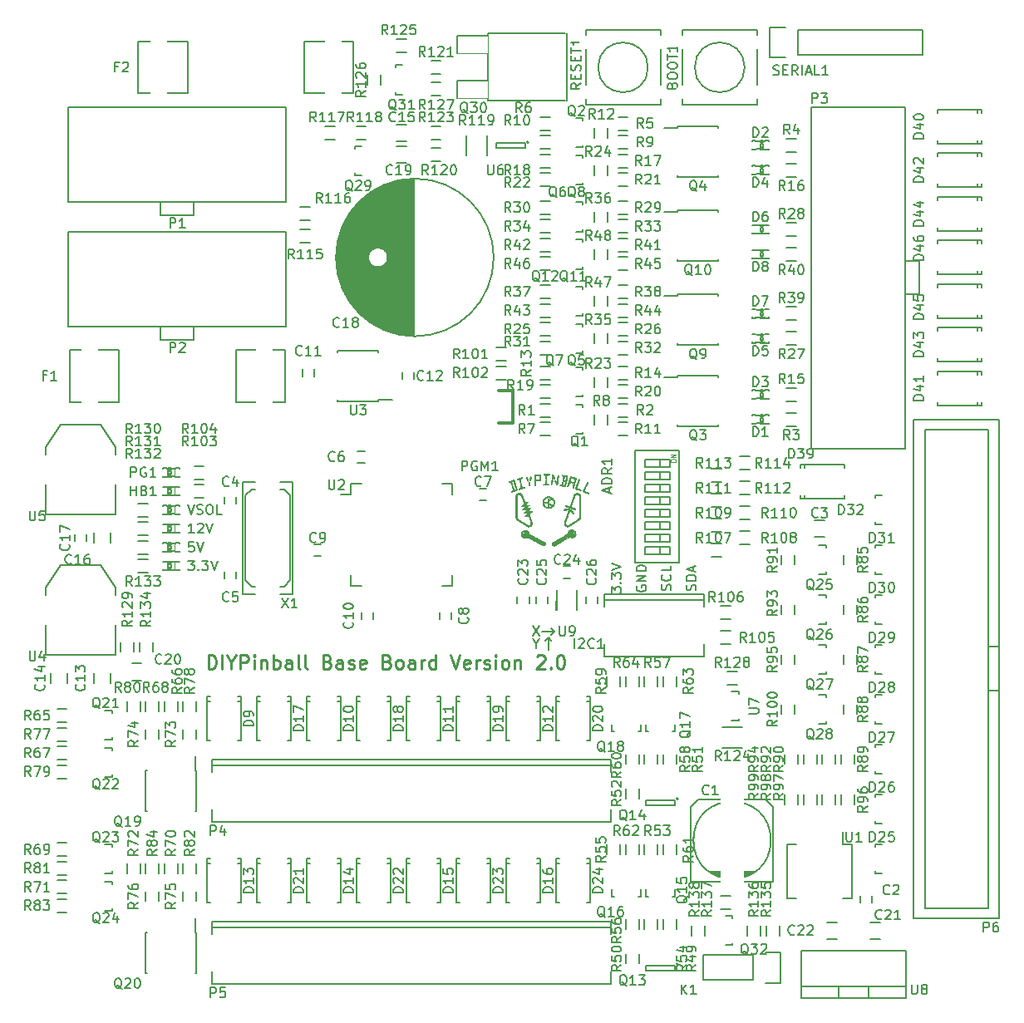
<source format=gto>
%FSLAX46Y46*%
G04 Gerber Fmt 4.6, Leading zero omitted, Abs format (unit mm)*
G04 Created by KiCad (PCBNEW (2014-10-27 BZR 5228)-product) date 6/26/2015 11:48:30 AM*
%MOMM*%
G01*
G04 APERTURE LIST*
%ADD10C,0.100000*%
%ADD11C,0.200000*%
%ADD12C,0.150000*%
%ADD13C,0.250000*%
%ADD14C,0.300000*%
%ADD15C,0.125000*%
%ADD16R,1.250000X0.760000*%
%ADD17R,2.400300X3.500120*%
%ADD18R,0.750000X0.800000*%
%ADD19R,1.000000X1.250000*%
%ADD20R,0.800000X0.750000*%
%ADD21R,1.250000X1.000000*%
%ADD22R,1.300000X1.300000*%
%ADD23C,1.300000*%
%ADD24R,0.797560X0.797560*%
%ADD25R,1.800860X2.499360*%
%ADD26R,2.499360X1.800860*%
%ADD27C,1.700000*%
%ADD28O,1.800860X3.500120*%
%ADD29R,1.727200X2.032000*%
%ADD30O,1.727200X2.032000*%
%ADD31C,2.700000*%
%ADD32C,3.300000*%
%ADD33R,0.760000X2.400000*%
%ADD34R,1.550000X0.600000*%
%ADD35R,0.600000X1.550000*%
%ADD36R,0.500000X0.900000*%
%ADD37R,0.900000X0.500000*%
%ADD38R,1.700000X0.900000*%
%ADD39R,0.900000X1.700000*%
%ADD40R,0.400000X1.200000*%
%ADD41R,1.000000X0.250000*%
%ADD42R,0.250000X1.000000*%
%ADD43R,3.657600X2.032000*%
%ADD44R,1.016000X2.032000*%
%ADD45O,1.501140X2.499360*%
%ADD46R,0.350000X0.725000*%
%ADD47R,0.225000X0.600000*%
%ADD48R,1.998980X5.499100*%
%ADD49R,0.800100X0.800100*%
%ADD50R,0.650000X1.060000*%
%ADD51C,1.397000*%
%ADD52R,3.048000X1.651000*%
%ADD53R,6.096000X6.096000*%
%ADD54C,3.000000*%
%ADD55R,1.700000X1.700000*%
G04 APERTURE END LIST*
D10*
D11*
X109220000Y-142875000D02*
X109537500Y-143192500D01*
X109220000Y-142875000D02*
X108902500Y-143192500D01*
X109220000Y-144145000D02*
X109220000Y-142875000D01*
X109855000Y-142240000D02*
X109537500Y-142557500D01*
X109855000Y-142240000D02*
X109537500Y-141922500D01*
X108585000Y-142240000D02*
X109855000Y-142240000D01*
D12*
X107950000Y-143486190D02*
X107950000Y-143962381D01*
X108283333Y-142962381D02*
X107950000Y-143486190D01*
X107616666Y-142962381D01*
X108283333Y-141692381D02*
X107616666Y-142692381D01*
X107616666Y-141692381D02*
X108283333Y-142692381D01*
X124229762Y-138056786D02*
X124277381Y-137913929D01*
X124277381Y-137675833D01*
X124229762Y-137580595D01*
X124182143Y-137532976D01*
X124086905Y-137485357D01*
X123991667Y-137485357D01*
X123896429Y-137532976D01*
X123848810Y-137580595D01*
X123801190Y-137675833D01*
X123753571Y-137866310D01*
X123705952Y-137961548D01*
X123658333Y-138009167D01*
X123563095Y-138056786D01*
X123467857Y-138056786D01*
X123372619Y-138009167D01*
X123325000Y-137961548D01*
X123277381Y-137866310D01*
X123277381Y-137628214D01*
X123325000Y-137485357D01*
X124277381Y-137056786D02*
X123277381Y-137056786D01*
X123277381Y-136818691D01*
X123325000Y-136675833D01*
X123420238Y-136580595D01*
X123515476Y-136532976D01*
X123705952Y-136485357D01*
X123848810Y-136485357D01*
X124039286Y-136532976D01*
X124134524Y-136580595D01*
X124229762Y-136675833D01*
X124277381Y-136818691D01*
X124277381Y-137056786D01*
X123991667Y-136104405D02*
X123991667Y-135628214D01*
X124277381Y-136199643D02*
X123277381Y-135866310D01*
X124277381Y-135532976D01*
X121689762Y-138032976D02*
X121737381Y-137890119D01*
X121737381Y-137652023D01*
X121689762Y-137556785D01*
X121642143Y-137509166D01*
X121546905Y-137461547D01*
X121451667Y-137461547D01*
X121356429Y-137509166D01*
X121308810Y-137556785D01*
X121261190Y-137652023D01*
X121213571Y-137842500D01*
X121165952Y-137937738D01*
X121118333Y-137985357D01*
X121023095Y-138032976D01*
X120927857Y-138032976D01*
X120832619Y-137985357D01*
X120785000Y-137937738D01*
X120737381Y-137842500D01*
X120737381Y-137604404D01*
X120785000Y-137461547D01*
X121642143Y-136461547D02*
X121689762Y-136509166D01*
X121737381Y-136652023D01*
X121737381Y-136747261D01*
X121689762Y-136890119D01*
X121594524Y-136985357D01*
X121499286Y-137032976D01*
X121308810Y-137080595D01*
X121165952Y-137080595D01*
X120975476Y-137032976D01*
X120880238Y-136985357D01*
X120785000Y-136890119D01*
X120737381Y-136747261D01*
X120737381Y-136652023D01*
X120785000Y-136509166D01*
X120832619Y-136461547D01*
X121737381Y-135556785D02*
X121737381Y-136032976D01*
X120737381Y-136032976D01*
X118245000Y-137604404D02*
X118197381Y-137699642D01*
X118197381Y-137842499D01*
X118245000Y-137985357D01*
X118340238Y-138080595D01*
X118435476Y-138128214D01*
X118625952Y-138175833D01*
X118768810Y-138175833D01*
X118959286Y-138128214D01*
X119054524Y-138080595D01*
X119149762Y-137985357D01*
X119197381Y-137842499D01*
X119197381Y-137747261D01*
X119149762Y-137604404D01*
X119102143Y-137556785D01*
X118768810Y-137556785D01*
X118768810Y-137747261D01*
X119197381Y-137128214D02*
X118197381Y-137128214D01*
X119197381Y-136556785D01*
X118197381Y-136556785D01*
X119197381Y-136080595D02*
X118197381Y-136080595D01*
X118197381Y-135842500D01*
X118245000Y-135699642D01*
X118340238Y-135604404D01*
X118435476Y-135556785D01*
X118625952Y-135509166D01*
X118768810Y-135509166D01*
X118959286Y-135556785D01*
X119054524Y-135604404D01*
X119149762Y-135699642D01*
X119197381Y-135842500D01*
X119197381Y-136080595D01*
X115657381Y-138318690D02*
X115657381Y-137699642D01*
X116038333Y-138032976D01*
X116038333Y-137890118D01*
X116085952Y-137794880D01*
X116133571Y-137747261D01*
X116228810Y-137699642D01*
X116466905Y-137699642D01*
X116562143Y-137747261D01*
X116609762Y-137794880D01*
X116657381Y-137890118D01*
X116657381Y-138175833D01*
X116609762Y-138271071D01*
X116562143Y-138318690D01*
X116562143Y-137271071D02*
X116609762Y-137223452D01*
X116657381Y-137271071D01*
X116609762Y-137318690D01*
X116562143Y-137271071D01*
X116657381Y-137271071D01*
X115657381Y-136890119D02*
X115657381Y-136271071D01*
X116038333Y-136604405D01*
X116038333Y-136461547D01*
X116085952Y-136366309D01*
X116133571Y-136318690D01*
X116228810Y-136271071D01*
X116466905Y-136271071D01*
X116562143Y-136318690D01*
X116609762Y-136366309D01*
X116657381Y-136461547D01*
X116657381Y-136747262D01*
X116609762Y-136842500D01*
X116562143Y-136890119D01*
X115657381Y-135985357D02*
X116657381Y-135652024D01*
X115657381Y-135318690D01*
X72532857Y-135024881D02*
X73151905Y-135024881D01*
X72818571Y-135405833D01*
X72961429Y-135405833D01*
X73056667Y-135453452D01*
X73104286Y-135501071D01*
X73151905Y-135596310D01*
X73151905Y-135834405D01*
X73104286Y-135929643D01*
X73056667Y-135977262D01*
X72961429Y-136024881D01*
X72675714Y-136024881D01*
X72580476Y-135977262D01*
X72532857Y-135929643D01*
X73580476Y-135929643D02*
X73628095Y-135977262D01*
X73580476Y-136024881D01*
X73532857Y-135977262D01*
X73580476Y-135929643D01*
X73580476Y-136024881D01*
X73961428Y-135024881D02*
X74580476Y-135024881D01*
X74247142Y-135405833D01*
X74390000Y-135405833D01*
X74485238Y-135453452D01*
X74532857Y-135501071D01*
X74580476Y-135596310D01*
X74580476Y-135834405D01*
X74532857Y-135929643D01*
X74485238Y-135977262D01*
X74390000Y-136024881D01*
X74104285Y-136024881D01*
X74009047Y-135977262D01*
X73961428Y-135929643D01*
X74866190Y-135024881D02*
X75199523Y-136024881D01*
X75532857Y-135024881D01*
X73104286Y-133119881D02*
X72628095Y-133119881D01*
X72580476Y-133596071D01*
X72628095Y-133548452D01*
X72723333Y-133500833D01*
X72961429Y-133500833D01*
X73056667Y-133548452D01*
X73104286Y-133596071D01*
X73151905Y-133691310D01*
X73151905Y-133929405D01*
X73104286Y-134024643D01*
X73056667Y-134072262D01*
X72961429Y-134119881D01*
X72723333Y-134119881D01*
X72628095Y-134072262D01*
X72580476Y-134024643D01*
X73437619Y-133119881D02*
X73770952Y-134119881D01*
X74104286Y-133119881D01*
X73151905Y-132214881D02*
X72580476Y-132214881D01*
X72866190Y-132214881D02*
X72866190Y-131214881D01*
X72770952Y-131357738D01*
X72675714Y-131452976D01*
X72580476Y-131500595D01*
X73532857Y-131310119D02*
X73580476Y-131262500D01*
X73675714Y-131214881D01*
X73913810Y-131214881D01*
X74009048Y-131262500D01*
X74056667Y-131310119D01*
X74104286Y-131405357D01*
X74104286Y-131500595D01*
X74056667Y-131643452D01*
X73485238Y-132214881D01*
X74104286Y-132214881D01*
X74390000Y-131214881D02*
X74723333Y-132214881D01*
X75056667Y-131214881D01*
X72485238Y-129309881D02*
X72818571Y-130309881D01*
X73151905Y-129309881D01*
X73437619Y-130262262D02*
X73580476Y-130309881D01*
X73818572Y-130309881D01*
X73913810Y-130262262D01*
X73961429Y-130214643D01*
X74009048Y-130119405D01*
X74009048Y-130024167D01*
X73961429Y-129928929D01*
X73913810Y-129881310D01*
X73818572Y-129833690D01*
X73628095Y-129786071D01*
X73532857Y-129738452D01*
X73485238Y-129690833D01*
X73437619Y-129595595D01*
X73437619Y-129500357D01*
X73485238Y-129405119D01*
X73532857Y-129357500D01*
X73628095Y-129309881D01*
X73866191Y-129309881D01*
X74009048Y-129357500D01*
X74628095Y-129309881D02*
X74818572Y-129309881D01*
X74913810Y-129357500D01*
X75009048Y-129452738D01*
X75056667Y-129643214D01*
X75056667Y-129976548D01*
X75009048Y-130167024D01*
X74913810Y-130262262D01*
X74818572Y-130309881D01*
X74628095Y-130309881D01*
X74532857Y-130262262D01*
X74437619Y-130167024D01*
X74390000Y-129976548D01*
X74390000Y-129643214D01*
X74437619Y-129452738D01*
X74532857Y-129357500D01*
X74628095Y-129309881D01*
X75961429Y-130309881D02*
X75485238Y-130309881D01*
X75485238Y-129309881D01*
D13*
X74609998Y-146048333D02*
X74609998Y-144648333D01*
X74943332Y-144648333D01*
X75143332Y-144715000D01*
X75276665Y-144848333D01*
X75343332Y-144981667D01*
X75409998Y-145248333D01*
X75409998Y-145448333D01*
X75343332Y-145715000D01*
X75276665Y-145848333D01*
X75143332Y-145981667D01*
X74943332Y-146048333D01*
X74609998Y-146048333D01*
X76009998Y-146048333D02*
X76009998Y-144648333D01*
X76943332Y-145381667D02*
X76943332Y-146048333D01*
X76476665Y-144648333D02*
X76943332Y-145381667D01*
X77409999Y-144648333D01*
X77876665Y-146048333D02*
X77876665Y-144648333D01*
X78409999Y-144648333D01*
X78543332Y-144715000D01*
X78609999Y-144781667D01*
X78676665Y-144915000D01*
X78676665Y-145115000D01*
X78609999Y-145248333D01*
X78543332Y-145315000D01*
X78409999Y-145381667D01*
X77876665Y-145381667D01*
X79276665Y-146048333D02*
X79276665Y-145115000D01*
X79276665Y-144648333D02*
X79209999Y-144715000D01*
X79276665Y-144781667D01*
X79343332Y-144715000D01*
X79276665Y-144648333D01*
X79276665Y-144781667D01*
X79943332Y-145115000D02*
X79943332Y-146048333D01*
X79943332Y-145248333D02*
X80009999Y-145181667D01*
X80143332Y-145115000D01*
X80343332Y-145115000D01*
X80476666Y-145181667D01*
X80543332Y-145315000D01*
X80543332Y-146048333D01*
X81209999Y-146048333D02*
X81209999Y-144648333D01*
X81209999Y-145181667D02*
X81343333Y-145115000D01*
X81609999Y-145115000D01*
X81743333Y-145181667D01*
X81809999Y-145248333D01*
X81876666Y-145381667D01*
X81876666Y-145781667D01*
X81809999Y-145915000D01*
X81743333Y-145981667D01*
X81609999Y-146048333D01*
X81343333Y-146048333D01*
X81209999Y-145981667D01*
X83076666Y-146048333D02*
X83076666Y-145315000D01*
X83010000Y-145181667D01*
X82876666Y-145115000D01*
X82610000Y-145115000D01*
X82476666Y-145181667D01*
X83076666Y-145981667D02*
X82943333Y-146048333D01*
X82610000Y-146048333D01*
X82476666Y-145981667D01*
X82410000Y-145848333D01*
X82410000Y-145715000D01*
X82476666Y-145581667D01*
X82610000Y-145515000D01*
X82943333Y-145515000D01*
X83076666Y-145448333D01*
X83943333Y-146048333D02*
X83810000Y-145981667D01*
X83743333Y-145848333D01*
X83743333Y-144648333D01*
X84676666Y-146048333D02*
X84543333Y-145981667D01*
X84476666Y-145848333D01*
X84476666Y-144648333D01*
X86743333Y-145315000D02*
X86943333Y-145381667D01*
X87010000Y-145448333D01*
X87076666Y-145581667D01*
X87076666Y-145781667D01*
X87010000Y-145915000D01*
X86943333Y-145981667D01*
X86810000Y-146048333D01*
X86276666Y-146048333D01*
X86276666Y-144648333D01*
X86743333Y-144648333D01*
X86876666Y-144715000D01*
X86943333Y-144781667D01*
X87010000Y-144915000D01*
X87010000Y-145048333D01*
X86943333Y-145181667D01*
X86876666Y-145248333D01*
X86743333Y-145315000D01*
X86276666Y-145315000D01*
X88276666Y-146048333D02*
X88276666Y-145315000D01*
X88210000Y-145181667D01*
X88076666Y-145115000D01*
X87810000Y-145115000D01*
X87676666Y-145181667D01*
X88276666Y-145981667D02*
X88143333Y-146048333D01*
X87810000Y-146048333D01*
X87676666Y-145981667D01*
X87610000Y-145848333D01*
X87610000Y-145715000D01*
X87676666Y-145581667D01*
X87810000Y-145515000D01*
X88143333Y-145515000D01*
X88276666Y-145448333D01*
X88876667Y-145981667D02*
X89010000Y-146048333D01*
X89276667Y-146048333D01*
X89410000Y-145981667D01*
X89476667Y-145848333D01*
X89476667Y-145781667D01*
X89410000Y-145648333D01*
X89276667Y-145581667D01*
X89076667Y-145581667D01*
X88943333Y-145515000D01*
X88876667Y-145381667D01*
X88876667Y-145315000D01*
X88943333Y-145181667D01*
X89076667Y-145115000D01*
X89276667Y-145115000D01*
X89410000Y-145181667D01*
X90610000Y-145981667D02*
X90476666Y-146048333D01*
X90210000Y-146048333D01*
X90076666Y-145981667D01*
X90010000Y-145848333D01*
X90010000Y-145315000D01*
X90076666Y-145181667D01*
X90210000Y-145115000D01*
X90476666Y-145115000D01*
X90610000Y-145181667D01*
X90676666Y-145315000D01*
X90676666Y-145448333D01*
X90010000Y-145581667D01*
X92810000Y-145315000D02*
X93010000Y-145381667D01*
X93076667Y-145448333D01*
X93143333Y-145581667D01*
X93143333Y-145781667D01*
X93076667Y-145915000D01*
X93010000Y-145981667D01*
X92876667Y-146048333D01*
X92343333Y-146048333D01*
X92343333Y-144648333D01*
X92810000Y-144648333D01*
X92943333Y-144715000D01*
X93010000Y-144781667D01*
X93076667Y-144915000D01*
X93076667Y-145048333D01*
X93010000Y-145181667D01*
X92943333Y-145248333D01*
X92810000Y-145315000D01*
X92343333Y-145315000D01*
X93943333Y-146048333D02*
X93810000Y-145981667D01*
X93743333Y-145915000D01*
X93676667Y-145781667D01*
X93676667Y-145381667D01*
X93743333Y-145248333D01*
X93810000Y-145181667D01*
X93943333Y-145115000D01*
X94143333Y-145115000D01*
X94276667Y-145181667D01*
X94343333Y-145248333D01*
X94410000Y-145381667D01*
X94410000Y-145781667D01*
X94343333Y-145915000D01*
X94276667Y-145981667D01*
X94143333Y-146048333D01*
X93943333Y-146048333D01*
X95610000Y-146048333D02*
X95610000Y-145315000D01*
X95543334Y-145181667D01*
X95410000Y-145115000D01*
X95143334Y-145115000D01*
X95010000Y-145181667D01*
X95610000Y-145981667D02*
X95476667Y-146048333D01*
X95143334Y-146048333D01*
X95010000Y-145981667D01*
X94943334Y-145848333D01*
X94943334Y-145715000D01*
X95010000Y-145581667D01*
X95143334Y-145515000D01*
X95476667Y-145515000D01*
X95610000Y-145448333D01*
X96276667Y-146048333D02*
X96276667Y-145115000D01*
X96276667Y-145381667D02*
X96343334Y-145248333D01*
X96410001Y-145181667D01*
X96543334Y-145115000D01*
X96676667Y-145115000D01*
X97743334Y-146048333D02*
X97743334Y-144648333D01*
X97743334Y-145981667D02*
X97610001Y-146048333D01*
X97343334Y-146048333D01*
X97210001Y-145981667D01*
X97143334Y-145915000D01*
X97076668Y-145781667D01*
X97076668Y-145381667D01*
X97143334Y-145248333D01*
X97210001Y-145181667D01*
X97343334Y-145115000D01*
X97610001Y-145115000D01*
X97743334Y-145181667D01*
X99276668Y-144648333D02*
X99743335Y-146048333D01*
X100210002Y-144648333D01*
X101210002Y-145981667D02*
X101076668Y-146048333D01*
X100810002Y-146048333D01*
X100676668Y-145981667D01*
X100610002Y-145848333D01*
X100610002Y-145315000D01*
X100676668Y-145181667D01*
X100810002Y-145115000D01*
X101076668Y-145115000D01*
X101210002Y-145181667D01*
X101276668Y-145315000D01*
X101276668Y-145448333D01*
X100610002Y-145581667D01*
X101876668Y-146048333D02*
X101876668Y-145115000D01*
X101876668Y-145381667D02*
X101943335Y-145248333D01*
X102010002Y-145181667D01*
X102143335Y-145115000D01*
X102276668Y-145115000D01*
X102676669Y-145981667D02*
X102810002Y-146048333D01*
X103076669Y-146048333D01*
X103210002Y-145981667D01*
X103276669Y-145848333D01*
X103276669Y-145781667D01*
X103210002Y-145648333D01*
X103076669Y-145581667D01*
X102876669Y-145581667D01*
X102743335Y-145515000D01*
X102676669Y-145381667D01*
X102676669Y-145315000D01*
X102743335Y-145181667D01*
X102876669Y-145115000D01*
X103076669Y-145115000D01*
X103210002Y-145181667D01*
X103876668Y-146048333D02*
X103876668Y-145115000D01*
X103876668Y-144648333D02*
X103810002Y-144715000D01*
X103876668Y-144781667D01*
X103943335Y-144715000D01*
X103876668Y-144648333D01*
X103876668Y-144781667D01*
X104743335Y-146048333D02*
X104610002Y-145981667D01*
X104543335Y-145915000D01*
X104476669Y-145781667D01*
X104476669Y-145381667D01*
X104543335Y-145248333D01*
X104610002Y-145181667D01*
X104743335Y-145115000D01*
X104943335Y-145115000D01*
X105076669Y-145181667D01*
X105143335Y-145248333D01*
X105210002Y-145381667D01*
X105210002Y-145781667D01*
X105143335Y-145915000D01*
X105076669Y-145981667D01*
X104943335Y-146048333D01*
X104743335Y-146048333D01*
X105810002Y-145115000D02*
X105810002Y-146048333D01*
X105810002Y-145248333D02*
X105876669Y-145181667D01*
X106010002Y-145115000D01*
X106210002Y-145115000D01*
X106343336Y-145181667D01*
X106410002Y-145315000D01*
X106410002Y-146048333D01*
X108076670Y-144781667D02*
X108143336Y-144715000D01*
X108276670Y-144648333D01*
X108610003Y-144648333D01*
X108743336Y-144715000D01*
X108810003Y-144781667D01*
X108876670Y-144915000D01*
X108876670Y-145048333D01*
X108810003Y-145248333D01*
X108010003Y-146048333D01*
X108876670Y-146048333D01*
X109476669Y-145915000D02*
X109543336Y-145981667D01*
X109476669Y-146048333D01*
X109410003Y-145981667D01*
X109476669Y-145915000D01*
X109476669Y-146048333D01*
X110410003Y-144648333D02*
X110543336Y-144648333D01*
X110676670Y-144715000D01*
X110743336Y-144781667D01*
X110810003Y-144915000D01*
X110876670Y-145181667D01*
X110876670Y-145515000D01*
X110810003Y-145781667D01*
X110743336Y-145915000D01*
X110676670Y-145981667D01*
X110543336Y-146048333D01*
X110410003Y-146048333D01*
X110276670Y-145981667D01*
X110210003Y-145915000D01*
X110143336Y-145781667D01*
X110076670Y-145515000D01*
X110076670Y-145181667D01*
X110143336Y-144915000D01*
X110210003Y-144781667D01*
X110276670Y-144715000D01*
X110410003Y-144648333D01*
D12*
X119062500Y-134366000D02*
X120586500Y-134366000D01*
X119062500Y-133604000D02*
X120586500Y-133604000D01*
X120586500Y-133604000D02*
X120586500Y-134366000D01*
X120586500Y-134366000D02*
X121602500Y-134366000D01*
X121602500Y-134366000D02*
X121602500Y-133604000D01*
X121602500Y-133604000D02*
X120586500Y-133604000D01*
X121602500Y-133604000D02*
X121602500Y-134366000D01*
X119062500Y-134366000D02*
X119062500Y-133604000D01*
X119062500Y-133096000D02*
X119062500Y-132334000D01*
X121602500Y-132334000D02*
X121602500Y-133096000D01*
X121602500Y-132334000D02*
X120586500Y-132334000D01*
X121602500Y-133096000D02*
X121602500Y-132334000D01*
X120586500Y-133096000D02*
X121602500Y-133096000D01*
X120586500Y-132334000D02*
X120586500Y-133096000D01*
X119062500Y-132334000D02*
X120586500Y-132334000D01*
X119062500Y-133096000D02*
X120586500Y-133096000D01*
X119062500Y-131826000D02*
X120586500Y-131826000D01*
X119062500Y-131064000D02*
X120586500Y-131064000D01*
X120586500Y-131064000D02*
X120586500Y-131826000D01*
X120586500Y-131826000D02*
X121602500Y-131826000D01*
X121602500Y-131826000D02*
X121602500Y-131064000D01*
X121602500Y-131064000D02*
X120586500Y-131064000D01*
X121602500Y-131064000D02*
X121602500Y-131826000D01*
X119062500Y-131826000D02*
X119062500Y-131064000D01*
X119062500Y-130556000D02*
X119062500Y-129794000D01*
X121602500Y-129794000D02*
X121602500Y-130556000D01*
X121602500Y-129794000D02*
X120586500Y-129794000D01*
X121602500Y-130556000D02*
X121602500Y-129794000D01*
X120586500Y-130556000D02*
X121602500Y-130556000D01*
X120586500Y-129794000D02*
X120586500Y-130556000D01*
X119062500Y-129794000D02*
X120586500Y-129794000D01*
X119062500Y-130556000D02*
X120586500Y-130556000D01*
X119062500Y-129286000D02*
X120586500Y-129286000D01*
X119062500Y-128524000D02*
X120586500Y-128524000D01*
X120586500Y-128524000D02*
X120586500Y-129286000D01*
X120586500Y-129286000D02*
X121602500Y-129286000D01*
X121602500Y-129286000D02*
X121602500Y-128524000D01*
X121602500Y-128524000D02*
X120586500Y-128524000D01*
X121602500Y-128524000D02*
X121602500Y-129286000D01*
X119062500Y-129286000D02*
X119062500Y-128524000D01*
X119062500Y-128016000D02*
X119062500Y-127254000D01*
X121602500Y-127254000D02*
X121602500Y-128016000D01*
X121602500Y-127254000D02*
X120586500Y-127254000D01*
X121602500Y-128016000D02*
X121602500Y-127254000D01*
X120586500Y-128016000D02*
X121602500Y-128016000D01*
X120586500Y-127254000D02*
X120586500Y-128016000D01*
X119062500Y-127254000D02*
X120586500Y-127254000D01*
X119062500Y-128016000D02*
X120586500Y-128016000D01*
X119062500Y-125476000D02*
X119062500Y-124714000D01*
X121602500Y-124714000D02*
X121602500Y-125476000D01*
X121602500Y-124714000D02*
X120586500Y-124714000D01*
X121602500Y-125476000D02*
X121602500Y-124714000D01*
X120586500Y-125476000D02*
X121602500Y-125476000D01*
X120586500Y-124714000D02*
X120586500Y-125476000D01*
X119062500Y-124714000D02*
X120586500Y-124714000D01*
X119062500Y-125476000D02*
X120586500Y-125476000D01*
X119062500Y-126746000D02*
X120586500Y-126746000D01*
X119062500Y-125984000D02*
X120586500Y-125984000D01*
X120586500Y-125984000D02*
X120586500Y-126746000D01*
X120586500Y-126746000D02*
X121602500Y-126746000D01*
X121602500Y-126746000D02*
X121602500Y-125984000D01*
X121602500Y-125984000D02*
X120586500Y-125984000D01*
X121602500Y-125984000D02*
X121602500Y-126746000D01*
X119062500Y-126746000D02*
X119062500Y-125984000D01*
X122582500Y-123840000D02*
X122582500Y-135240000D01*
X122582500Y-135240000D02*
X118082500Y-135240000D01*
X118082500Y-135240000D02*
X118082500Y-123840000D01*
X118082500Y-123840000D02*
X122582500Y-123840000D01*
X126936500Y-167322500D02*
X128968500Y-167322500D01*
X129349500Y-167195500D02*
X126555500Y-167195500D01*
X126301500Y-167068500D02*
X129603500Y-167068500D01*
X129857500Y-166941500D02*
X126047500Y-166941500D01*
X129984500Y-166814500D02*
X125920500Y-166814500D01*
X125666500Y-166687500D02*
X130238500Y-166687500D01*
X131889500Y-163512500D02*
G75*
G03X131889500Y-163512500I-3937000J0D01*
G01*
X123761500Y-167703500D02*
X132143500Y-167703500D01*
X132143500Y-167703500D02*
X132143500Y-160083500D01*
X132143500Y-160083500D02*
X131381500Y-159321500D01*
X131381500Y-159321500D02*
X124523500Y-159321500D01*
X124523500Y-159321500D02*
X123761500Y-160083500D01*
X123761500Y-160083500D02*
X123761500Y-167703500D01*
X127952500Y-159829500D02*
X127952500Y-160591500D01*
X127571500Y-160210500D02*
X128333500Y-160210500D01*
X141005000Y-169895000D02*
X141005000Y-169195000D01*
X142205000Y-169195000D02*
X142205000Y-169895000D01*
X136342500Y-132612500D02*
X137342500Y-132612500D01*
X137342500Y-130912500D02*
X136342500Y-130912500D01*
X77435000Y-128555000D02*
X77435000Y-129255000D01*
X76235000Y-129255000D02*
X76235000Y-128555000D01*
X76235000Y-136875000D02*
X76235000Y-136175000D01*
X77435000Y-136175000D02*
X77435000Y-136875000D01*
X89820000Y-123860000D02*
X90520000Y-123860000D01*
X90520000Y-125060000D02*
X89820000Y-125060000D01*
X102202500Y-127670000D02*
X102902500Y-127670000D01*
X102902500Y-128870000D02*
X102202500Y-128870000D01*
X99342500Y-140302500D02*
X99342500Y-141002500D01*
X98142500Y-141002500D02*
X98142500Y-140302500D01*
X85375000Y-133385000D02*
X86075000Y-133385000D01*
X86075000Y-134585000D02*
X85375000Y-134585000D01*
X90205000Y-141002500D02*
X90205000Y-140302500D01*
X91405000Y-140302500D02*
X91405000Y-141002500D01*
X85372500Y-115537500D02*
X85372500Y-116237500D01*
X84172500Y-116237500D02*
X84172500Y-115537500D01*
X95532500Y-115855000D02*
X95532500Y-116555000D01*
X94332500Y-116555000D02*
X94332500Y-115855000D01*
X64667500Y-147502500D02*
X64667500Y-146502500D01*
X62967500Y-146502500D02*
X62967500Y-147502500D01*
X60222500Y-147502500D02*
X60222500Y-146502500D01*
X58522500Y-146502500D02*
X58522500Y-147502500D01*
X94797500Y-92812500D02*
X93797500Y-92812500D01*
X93797500Y-94512500D02*
X94797500Y-94512500D01*
X64667500Y-133215000D02*
X64667500Y-132215000D01*
X62967500Y-132215000D02*
X62967500Y-133215000D01*
X62195000Y-132365000D02*
X62195000Y-133065000D01*
X60995000Y-133065000D02*
X60995000Y-132365000D01*
X95552500Y-112140000D02*
X95552500Y-96140000D01*
X95412500Y-112137000D02*
X95412500Y-96143000D01*
X95272500Y-112132000D02*
X95272500Y-96148000D01*
X95132500Y-112125000D02*
X95132500Y-96155000D01*
X94992500Y-112115000D02*
X94992500Y-96165000D01*
X94852500Y-112102000D02*
X94852500Y-96178000D01*
X94712500Y-112088000D02*
X94712500Y-96192000D01*
X94572500Y-112070000D02*
X94572500Y-96210000D01*
X94432500Y-112050000D02*
X94432500Y-96230000D01*
X94292500Y-112028000D02*
X94292500Y-96252000D01*
X94152500Y-112003000D02*
X94152500Y-96277000D01*
X94012500Y-111975000D02*
X94012500Y-96305000D01*
X93872500Y-111945000D02*
X93872500Y-96335000D01*
X93732500Y-111912000D02*
X93732500Y-96368000D01*
X93592500Y-111877000D02*
X93592500Y-96403000D01*
X93452500Y-111839000D02*
X93452500Y-96441000D01*
X93312500Y-111798000D02*
X93312500Y-96482000D01*
X93172500Y-111754000D02*
X93172500Y-96526000D01*
X93032500Y-111707000D02*
X93032500Y-96573000D01*
X92892500Y-111658000D02*
X92892500Y-96622000D01*
X92752500Y-111606000D02*
X92752500Y-104624000D01*
X92752500Y-103656000D02*
X92752500Y-96674000D01*
X92612500Y-111550000D02*
X92612500Y-104818000D01*
X92612500Y-103462000D02*
X92612500Y-96730000D01*
X92472500Y-111492000D02*
X92472500Y-104944000D01*
X92472500Y-103336000D02*
X92472500Y-96788000D01*
X92332500Y-111430000D02*
X92332500Y-105030000D01*
X92332500Y-103250000D02*
X92332500Y-96850000D01*
X92192500Y-111365000D02*
X92192500Y-105089000D01*
X92192500Y-103191000D02*
X92192500Y-96915000D01*
X92052500Y-111297000D02*
X92052500Y-105125000D01*
X92052500Y-103155000D02*
X92052500Y-96983000D01*
X91912500Y-111225000D02*
X91912500Y-105139000D01*
X91912500Y-103141000D02*
X91912500Y-97055000D01*
X91772500Y-111150000D02*
X91772500Y-105134000D01*
X91772500Y-103146000D02*
X91772500Y-97130000D01*
X91632500Y-111071000D02*
X91632500Y-105110000D01*
X91632500Y-103170000D02*
X91632500Y-97209000D01*
X91492500Y-110988000D02*
X91492500Y-105063000D01*
X91492500Y-103217000D02*
X91492500Y-97292000D01*
X91352500Y-110902000D02*
X91352500Y-104991000D01*
X91352500Y-103289000D02*
X91352500Y-97378000D01*
X91212500Y-110811000D02*
X91212500Y-104887000D01*
X91212500Y-103393000D02*
X91212500Y-97469000D01*
X91072500Y-110717000D02*
X91072500Y-104733000D01*
X91072500Y-103547000D02*
X91072500Y-97563000D01*
X90932500Y-110617000D02*
X90932500Y-104467000D01*
X90932500Y-103813000D02*
X90932500Y-97663000D01*
X90792500Y-110514000D02*
X90792500Y-97766000D01*
X90652500Y-110405000D02*
X90652500Y-97875000D01*
X90512500Y-110291000D02*
X90512500Y-97989000D01*
X90372500Y-110172000D02*
X90372500Y-98108000D01*
X90232500Y-110047000D02*
X90232500Y-98233000D01*
X90092500Y-109916000D02*
X90092500Y-98364000D01*
X89952500Y-109779000D02*
X89952500Y-98501000D01*
X89812500Y-109634000D02*
X89812500Y-98646000D01*
X89672500Y-109482000D02*
X89672500Y-98798000D01*
X89532500Y-109322000D02*
X89532500Y-98958000D01*
X89392500Y-109152000D02*
X89392500Y-99128000D01*
X89252500Y-108973000D02*
X89252500Y-99307000D01*
X89112500Y-108783000D02*
X89112500Y-99497000D01*
X88972500Y-108580000D02*
X88972500Y-99700000D01*
X88832500Y-108362000D02*
X88832500Y-99918000D01*
X88692500Y-108128000D02*
X88692500Y-100152000D01*
X88552500Y-107874000D02*
X88552500Y-100406000D01*
X88412500Y-107596000D02*
X88412500Y-100684000D01*
X88272500Y-107287000D02*
X88272500Y-100993000D01*
X88132500Y-106937000D02*
X88132500Y-101343000D01*
X87992500Y-106529000D02*
X87992500Y-101751000D01*
X87852500Y-106024000D02*
X87852500Y-102256000D01*
X87712500Y-105303000D02*
X87712500Y-102977000D01*
X92877500Y-104140000D02*
G75*
G03X92877500Y-104140000I-1000000J0D01*
G01*
X103665000Y-104140000D02*
G75*
G03X103665000Y-104140000I-8037500J0D01*
G01*
X93797500Y-92290000D02*
X94797500Y-92290000D01*
X94797500Y-90590000D02*
X93797500Y-90590000D01*
X67810000Y-145517500D02*
X66810000Y-145517500D01*
X66810000Y-147217500D02*
X67810000Y-147217500D01*
X142057500Y-173570000D02*
X143057500Y-173570000D01*
X143057500Y-171870000D02*
X142057500Y-171870000D01*
X138612500Y-171870000D02*
X137612500Y-171870000D01*
X137612500Y-173570000D02*
X138612500Y-173570000D01*
X106080000Y-139415000D02*
X106080000Y-138715000D01*
X107280000Y-138715000D02*
X107280000Y-139415000D01*
X110775000Y-135607500D02*
X111475000Y-135607500D01*
X111475000Y-136807500D02*
X110775000Y-136807500D01*
X107985000Y-139415000D02*
X107985000Y-138715000D01*
X109185000Y-138715000D02*
X109185000Y-139415000D01*
X113065000Y-139415000D02*
X113065000Y-138715000D01*
X114265000Y-138715000D02*
X114265000Y-139415000D01*
X131259580Y-121099580D02*
X131259580Y-120200420D01*
X131259580Y-120200420D02*
X131658360Y-120200420D01*
X131658360Y-121099580D02*
X131658360Y-120200420D01*
X131259580Y-121099580D02*
X131658360Y-121099580D01*
X129961640Y-121099580D02*
X129961640Y-120200420D01*
X129961640Y-120200420D02*
X130360420Y-120200420D01*
X130360420Y-121099580D02*
X130360420Y-120200420D01*
X129961640Y-121099580D02*
X130360420Y-121099580D01*
X130810000Y-121099580D02*
X130810000Y-120949720D01*
X130810000Y-120949720D02*
X131109720Y-120949720D01*
X131109720Y-121099580D02*
X131109720Y-120949720D01*
X130810000Y-121099580D02*
X131109720Y-121099580D01*
X130810000Y-120350280D02*
X130810000Y-120200420D01*
X130810000Y-120200420D02*
X131109720Y-120200420D01*
X131109720Y-120350280D02*
X131109720Y-120200420D01*
X130810000Y-120350280D02*
X131109720Y-120350280D01*
X130810000Y-120799860D02*
X130810000Y-120500140D01*
X130810000Y-120500140D02*
X131109720Y-120500140D01*
X131109720Y-120799860D02*
X131109720Y-120500140D01*
X130810000Y-120799860D02*
X131109720Y-120799860D01*
X131259580Y-121048780D02*
X130360420Y-121048780D01*
X131259580Y-120251220D02*
X130360420Y-120251220D01*
X131259580Y-93159580D02*
X131259580Y-92260420D01*
X131259580Y-92260420D02*
X131658360Y-92260420D01*
X131658360Y-93159580D02*
X131658360Y-92260420D01*
X131259580Y-93159580D02*
X131658360Y-93159580D01*
X129961640Y-93159580D02*
X129961640Y-92260420D01*
X129961640Y-92260420D02*
X130360420Y-92260420D01*
X130360420Y-93159580D02*
X130360420Y-92260420D01*
X129961640Y-93159580D02*
X130360420Y-93159580D01*
X130810000Y-93159580D02*
X130810000Y-93009720D01*
X130810000Y-93009720D02*
X131109720Y-93009720D01*
X131109720Y-93159580D02*
X131109720Y-93009720D01*
X130810000Y-93159580D02*
X131109720Y-93159580D01*
X130810000Y-92410280D02*
X130810000Y-92260420D01*
X130810000Y-92260420D02*
X131109720Y-92260420D01*
X131109720Y-92410280D02*
X131109720Y-92260420D01*
X130810000Y-92410280D02*
X131109720Y-92410280D01*
X130810000Y-92859860D02*
X130810000Y-92560140D01*
X130810000Y-92560140D02*
X131109720Y-92560140D01*
X131109720Y-92859860D02*
X131109720Y-92560140D01*
X130810000Y-92859860D02*
X131109720Y-92859860D01*
X131259580Y-93108780D02*
X130360420Y-93108780D01*
X131259580Y-92311220D02*
X130360420Y-92311220D01*
X131259580Y-118559580D02*
X131259580Y-117660420D01*
X131259580Y-117660420D02*
X131658360Y-117660420D01*
X131658360Y-118559580D02*
X131658360Y-117660420D01*
X131259580Y-118559580D02*
X131658360Y-118559580D01*
X129961640Y-118559580D02*
X129961640Y-117660420D01*
X129961640Y-117660420D02*
X130360420Y-117660420D01*
X130360420Y-118559580D02*
X130360420Y-117660420D01*
X129961640Y-118559580D02*
X130360420Y-118559580D01*
X130810000Y-118559580D02*
X130810000Y-118409720D01*
X130810000Y-118409720D02*
X131109720Y-118409720D01*
X131109720Y-118559580D02*
X131109720Y-118409720D01*
X130810000Y-118559580D02*
X131109720Y-118559580D01*
X130810000Y-117810280D02*
X130810000Y-117660420D01*
X130810000Y-117660420D02*
X131109720Y-117660420D01*
X131109720Y-117810280D02*
X131109720Y-117660420D01*
X130810000Y-117810280D02*
X131109720Y-117810280D01*
X130810000Y-118259860D02*
X130810000Y-117960140D01*
X130810000Y-117960140D02*
X131109720Y-117960140D01*
X131109720Y-118259860D02*
X131109720Y-117960140D01*
X130810000Y-118259860D02*
X131109720Y-118259860D01*
X131259580Y-118508780D02*
X130360420Y-118508780D01*
X131259580Y-117711220D02*
X130360420Y-117711220D01*
X131259580Y-95699580D02*
X131259580Y-94800420D01*
X131259580Y-94800420D02*
X131658360Y-94800420D01*
X131658360Y-95699580D02*
X131658360Y-94800420D01*
X131259580Y-95699580D02*
X131658360Y-95699580D01*
X129961640Y-95699580D02*
X129961640Y-94800420D01*
X129961640Y-94800420D02*
X130360420Y-94800420D01*
X130360420Y-95699580D02*
X130360420Y-94800420D01*
X129961640Y-95699580D02*
X130360420Y-95699580D01*
X130810000Y-95699580D02*
X130810000Y-95549720D01*
X130810000Y-95549720D02*
X131109720Y-95549720D01*
X131109720Y-95699580D02*
X131109720Y-95549720D01*
X130810000Y-95699580D02*
X131109720Y-95699580D01*
X130810000Y-94950280D02*
X130810000Y-94800420D01*
X130810000Y-94800420D02*
X131109720Y-94800420D01*
X131109720Y-94950280D02*
X131109720Y-94800420D01*
X130810000Y-94950280D02*
X131109720Y-94950280D01*
X130810000Y-95399860D02*
X130810000Y-95100140D01*
X130810000Y-95100140D02*
X131109720Y-95100140D01*
X131109720Y-95399860D02*
X131109720Y-95100140D01*
X130810000Y-95399860D02*
X131109720Y-95399860D01*
X131259580Y-95648780D02*
X130360420Y-95648780D01*
X131259580Y-94851220D02*
X130360420Y-94851220D01*
X131259580Y-112844580D02*
X131259580Y-111945420D01*
X131259580Y-111945420D02*
X131658360Y-111945420D01*
X131658360Y-112844580D02*
X131658360Y-111945420D01*
X131259580Y-112844580D02*
X131658360Y-112844580D01*
X129961640Y-112844580D02*
X129961640Y-111945420D01*
X129961640Y-111945420D02*
X130360420Y-111945420D01*
X130360420Y-112844580D02*
X130360420Y-111945420D01*
X129961640Y-112844580D02*
X130360420Y-112844580D01*
X130810000Y-112844580D02*
X130810000Y-112694720D01*
X130810000Y-112694720D02*
X131109720Y-112694720D01*
X131109720Y-112844580D02*
X131109720Y-112694720D01*
X130810000Y-112844580D02*
X131109720Y-112844580D01*
X130810000Y-112095280D02*
X130810000Y-111945420D01*
X130810000Y-111945420D02*
X131109720Y-111945420D01*
X131109720Y-112095280D02*
X131109720Y-111945420D01*
X130810000Y-112095280D02*
X131109720Y-112095280D01*
X130810000Y-112544860D02*
X130810000Y-112245140D01*
X130810000Y-112245140D02*
X131109720Y-112245140D01*
X131109720Y-112544860D02*
X131109720Y-112245140D01*
X130810000Y-112544860D02*
X131109720Y-112544860D01*
X131259580Y-112793780D02*
X130360420Y-112793780D01*
X131259580Y-111996220D02*
X130360420Y-111996220D01*
X131259580Y-101732080D02*
X131259580Y-100832920D01*
X131259580Y-100832920D02*
X131658360Y-100832920D01*
X131658360Y-101732080D02*
X131658360Y-100832920D01*
X131259580Y-101732080D02*
X131658360Y-101732080D01*
X129961640Y-101732080D02*
X129961640Y-100832920D01*
X129961640Y-100832920D02*
X130360420Y-100832920D01*
X130360420Y-101732080D02*
X130360420Y-100832920D01*
X129961640Y-101732080D02*
X130360420Y-101732080D01*
X130810000Y-101732080D02*
X130810000Y-101582220D01*
X130810000Y-101582220D02*
X131109720Y-101582220D01*
X131109720Y-101732080D02*
X131109720Y-101582220D01*
X130810000Y-101732080D02*
X131109720Y-101732080D01*
X130810000Y-100982780D02*
X130810000Y-100832920D01*
X130810000Y-100832920D02*
X131109720Y-100832920D01*
X131109720Y-100982780D02*
X131109720Y-100832920D01*
X130810000Y-100982780D02*
X131109720Y-100982780D01*
X130810000Y-101432360D02*
X130810000Y-101132640D01*
X130810000Y-101132640D02*
X131109720Y-101132640D01*
X131109720Y-101432360D02*
X131109720Y-101132640D01*
X130810000Y-101432360D02*
X131109720Y-101432360D01*
X131259580Y-101681280D02*
X130360420Y-101681280D01*
X131259580Y-100883720D02*
X130360420Y-100883720D01*
X131259580Y-110304580D02*
X131259580Y-109405420D01*
X131259580Y-109405420D02*
X131658360Y-109405420D01*
X131658360Y-110304580D02*
X131658360Y-109405420D01*
X131259580Y-110304580D02*
X131658360Y-110304580D01*
X129961640Y-110304580D02*
X129961640Y-109405420D01*
X129961640Y-109405420D02*
X130360420Y-109405420D01*
X130360420Y-110304580D02*
X130360420Y-109405420D01*
X129961640Y-110304580D02*
X130360420Y-110304580D01*
X130810000Y-110304580D02*
X130810000Y-110154720D01*
X130810000Y-110154720D02*
X131109720Y-110154720D01*
X131109720Y-110304580D02*
X131109720Y-110154720D01*
X130810000Y-110304580D02*
X131109720Y-110304580D01*
X130810000Y-109555280D02*
X130810000Y-109405420D01*
X130810000Y-109405420D02*
X131109720Y-109405420D01*
X131109720Y-109555280D02*
X131109720Y-109405420D01*
X130810000Y-109555280D02*
X131109720Y-109555280D01*
X130810000Y-110004860D02*
X130810000Y-109705140D01*
X130810000Y-109705140D02*
X131109720Y-109705140D01*
X131109720Y-110004860D02*
X131109720Y-109705140D01*
X130810000Y-110004860D02*
X131109720Y-110004860D01*
X131259580Y-110253780D02*
X130360420Y-110253780D01*
X131259580Y-109456220D02*
X130360420Y-109456220D01*
X131259580Y-104272080D02*
X131259580Y-103372920D01*
X131259580Y-103372920D02*
X131658360Y-103372920D01*
X131658360Y-104272080D02*
X131658360Y-103372920D01*
X131259580Y-104272080D02*
X131658360Y-104272080D01*
X129961640Y-104272080D02*
X129961640Y-103372920D01*
X129961640Y-103372920D02*
X130360420Y-103372920D01*
X130360420Y-104272080D02*
X130360420Y-103372920D01*
X129961640Y-104272080D02*
X130360420Y-104272080D01*
X130810000Y-104272080D02*
X130810000Y-104122220D01*
X130810000Y-104122220D02*
X131109720Y-104122220D01*
X131109720Y-104272080D02*
X131109720Y-104122220D01*
X130810000Y-104272080D02*
X131109720Y-104272080D01*
X130810000Y-103522780D02*
X130810000Y-103372920D01*
X130810000Y-103372920D02*
X131109720Y-103372920D01*
X131109720Y-103522780D02*
X131109720Y-103372920D01*
X130810000Y-103522780D02*
X131109720Y-103522780D01*
X130810000Y-103972360D02*
X130810000Y-103672640D01*
X130810000Y-103672640D02*
X131109720Y-103672640D01*
X131109720Y-103972360D02*
X131109720Y-103672640D01*
X130810000Y-103972360D02*
X131109720Y-103972360D01*
X131259580Y-104221280D02*
X130360420Y-104221280D01*
X131259580Y-103423720D02*
X130360420Y-103423720D01*
X74449940Y-149330860D02*
X74800460Y-149330860D01*
X77950060Y-149330860D02*
X77599540Y-149330860D01*
X74449940Y-153380440D02*
X74800460Y-153380440D01*
X74449940Y-148879560D02*
X74800460Y-148879560D01*
X77950060Y-148879560D02*
X77599540Y-148879560D01*
X77950060Y-153380440D02*
X77599540Y-153380440D01*
X74449940Y-148879560D02*
X74449940Y-153380440D01*
X77950060Y-148879560D02*
X77950060Y-153380440D01*
X84609940Y-149330860D02*
X84960460Y-149330860D01*
X88110060Y-149330860D02*
X87759540Y-149330860D01*
X84609940Y-153380440D02*
X84960460Y-153380440D01*
X84609940Y-148879560D02*
X84960460Y-148879560D01*
X88110060Y-148879560D02*
X87759540Y-148879560D01*
X88110060Y-153380440D02*
X87759540Y-153380440D01*
X84609940Y-148879560D02*
X84609940Y-153380440D01*
X88110060Y-148879560D02*
X88110060Y-153380440D01*
X94769940Y-149330860D02*
X95120460Y-149330860D01*
X98270060Y-149330860D02*
X97919540Y-149330860D01*
X94769940Y-153380440D02*
X95120460Y-153380440D01*
X94769940Y-148879560D02*
X95120460Y-148879560D01*
X98270060Y-148879560D02*
X97919540Y-148879560D01*
X98270060Y-153380440D02*
X97919540Y-153380440D01*
X94769940Y-148879560D02*
X94769940Y-153380440D01*
X98270060Y-148879560D02*
X98270060Y-153380440D01*
X104929940Y-149330860D02*
X105280460Y-149330860D01*
X108430060Y-149330860D02*
X108079540Y-149330860D01*
X104929940Y-153380440D02*
X105280460Y-153380440D01*
X104929940Y-148879560D02*
X105280460Y-148879560D01*
X108430060Y-148879560D02*
X108079540Y-148879560D01*
X108430060Y-153380440D02*
X108079540Y-153380440D01*
X104929940Y-148879560D02*
X104929940Y-153380440D01*
X108430060Y-148879560D02*
X108430060Y-153380440D01*
X74449940Y-165840860D02*
X74800460Y-165840860D01*
X77950060Y-165840860D02*
X77599540Y-165840860D01*
X74449940Y-169890440D02*
X74800460Y-169890440D01*
X74449940Y-165389560D02*
X74800460Y-165389560D01*
X77950060Y-165389560D02*
X77599540Y-165389560D01*
X77950060Y-169890440D02*
X77599540Y-169890440D01*
X74449940Y-165389560D02*
X74449940Y-169890440D01*
X77950060Y-165389560D02*
X77950060Y-169890440D01*
X84609940Y-165840860D02*
X84960460Y-165840860D01*
X88110060Y-165840860D02*
X87759540Y-165840860D01*
X84609940Y-169890440D02*
X84960460Y-169890440D01*
X84609940Y-165389560D02*
X84960460Y-165389560D01*
X88110060Y-165389560D02*
X87759540Y-165389560D01*
X88110060Y-169890440D02*
X87759540Y-169890440D01*
X84609940Y-165389560D02*
X84609940Y-169890440D01*
X88110060Y-165389560D02*
X88110060Y-169890440D01*
X94769940Y-165840860D02*
X95120460Y-165840860D01*
X98270060Y-165840860D02*
X97919540Y-165840860D01*
X94769940Y-169890440D02*
X95120460Y-169890440D01*
X94769940Y-165389560D02*
X95120460Y-165389560D01*
X98270060Y-165389560D02*
X97919540Y-165389560D01*
X98270060Y-169890440D02*
X97919540Y-169890440D01*
X94769940Y-165389560D02*
X94769940Y-169890440D01*
X98270060Y-165389560D02*
X98270060Y-169890440D01*
X104929940Y-165840860D02*
X105280460Y-165840860D01*
X108430060Y-165840860D02*
X108079540Y-165840860D01*
X104929940Y-169890440D02*
X105280460Y-169890440D01*
X104929940Y-165389560D02*
X105280460Y-165389560D01*
X108430060Y-165389560D02*
X108079540Y-165389560D01*
X108430060Y-169890440D02*
X108079540Y-169890440D01*
X104929940Y-165389560D02*
X104929940Y-169890440D01*
X108430060Y-165389560D02*
X108430060Y-169890440D01*
X79529940Y-149330860D02*
X79880460Y-149330860D01*
X83030060Y-149330860D02*
X82679540Y-149330860D01*
X79529940Y-153380440D02*
X79880460Y-153380440D01*
X79529940Y-148879560D02*
X79880460Y-148879560D01*
X83030060Y-148879560D02*
X82679540Y-148879560D01*
X83030060Y-153380440D02*
X82679540Y-153380440D01*
X79529940Y-148879560D02*
X79529940Y-153380440D01*
X83030060Y-148879560D02*
X83030060Y-153380440D01*
X89689940Y-149330860D02*
X90040460Y-149330860D01*
X93190060Y-149330860D02*
X92839540Y-149330860D01*
X89689940Y-153380440D02*
X90040460Y-153380440D01*
X89689940Y-148879560D02*
X90040460Y-148879560D01*
X93190060Y-148879560D02*
X92839540Y-148879560D01*
X93190060Y-153380440D02*
X92839540Y-153380440D01*
X89689940Y-148879560D02*
X89689940Y-153380440D01*
X93190060Y-148879560D02*
X93190060Y-153380440D01*
X99849940Y-149330860D02*
X100200460Y-149330860D01*
X103350060Y-149330860D02*
X102999540Y-149330860D01*
X99849940Y-153380440D02*
X100200460Y-153380440D01*
X99849940Y-148879560D02*
X100200460Y-148879560D01*
X103350060Y-148879560D02*
X102999540Y-148879560D01*
X103350060Y-153380440D02*
X102999540Y-153380440D01*
X99849940Y-148879560D02*
X99849940Y-153380440D01*
X103350060Y-148879560D02*
X103350060Y-153380440D01*
X110009940Y-149330860D02*
X110360460Y-149330860D01*
X113510060Y-149330860D02*
X113159540Y-149330860D01*
X110009940Y-153380440D02*
X110360460Y-153380440D01*
X110009940Y-148879560D02*
X110360460Y-148879560D01*
X113510060Y-148879560D02*
X113159540Y-148879560D01*
X113510060Y-153380440D02*
X113159540Y-153380440D01*
X110009940Y-148879560D02*
X110009940Y-153380440D01*
X113510060Y-148879560D02*
X113510060Y-153380440D01*
X79529940Y-165840860D02*
X79880460Y-165840860D01*
X83030060Y-165840860D02*
X82679540Y-165840860D01*
X79529940Y-169890440D02*
X79880460Y-169890440D01*
X79529940Y-165389560D02*
X79880460Y-165389560D01*
X83030060Y-165389560D02*
X82679540Y-165389560D01*
X83030060Y-169890440D02*
X82679540Y-169890440D01*
X79529940Y-165389560D02*
X79529940Y-169890440D01*
X83030060Y-165389560D02*
X83030060Y-169890440D01*
X89689940Y-165840860D02*
X90040460Y-165840860D01*
X93190060Y-165840860D02*
X92839540Y-165840860D01*
X89689940Y-169890440D02*
X90040460Y-169890440D01*
X89689940Y-165389560D02*
X90040460Y-165389560D01*
X93190060Y-165389560D02*
X92839540Y-165389560D01*
X93190060Y-169890440D02*
X92839540Y-169890440D01*
X89689940Y-165389560D02*
X89689940Y-169890440D01*
X93190060Y-165389560D02*
X93190060Y-169890440D01*
X99849940Y-165840860D02*
X100200460Y-165840860D01*
X103350060Y-165840860D02*
X102999540Y-165840860D01*
X99849940Y-169890440D02*
X100200460Y-169890440D01*
X99849940Y-165389560D02*
X100200460Y-165389560D01*
X103350060Y-165389560D02*
X102999540Y-165389560D01*
X103350060Y-169890440D02*
X102999540Y-169890440D01*
X99849940Y-165389560D02*
X99849940Y-169890440D01*
X103350060Y-165389560D02*
X103350060Y-169890440D01*
X110009940Y-165840860D02*
X110360460Y-165840860D01*
X113510060Y-165840860D02*
X113159540Y-165840860D01*
X110009940Y-169890440D02*
X110360460Y-169890440D01*
X110009940Y-165389560D02*
X110360460Y-165389560D01*
X113510060Y-165389560D02*
X113159540Y-165389560D01*
X113510060Y-169890440D02*
X113159540Y-169890440D01*
X110009940Y-165389560D02*
X110009940Y-169890440D01*
X113510060Y-165389560D02*
X113510060Y-169890440D01*
X70352920Y-129407920D02*
X70352920Y-130307080D01*
X70352920Y-130307080D02*
X69954140Y-130307080D01*
X69954140Y-129407920D02*
X69954140Y-130307080D01*
X70352920Y-129407920D02*
X69954140Y-129407920D01*
X71650860Y-129407920D02*
X71650860Y-130307080D01*
X71650860Y-130307080D02*
X71252080Y-130307080D01*
X71252080Y-129407920D02*
X71252080Y-130307080D01*
X71650860Y-129407920D02*
X71252080Y-129407920D01*
X70802500Y-129407920D02*
X70802500Y-129557780D01*
X70802500Y-129557780D02*
X70502780Y-129557780D01*
X70502780Y-129407920D02*
X70502780Y-129557780D01*
X70802500Y-129407920D02*
X70502780Y-129407920D01*
X70802500Y-130157220D02*
X70802500Y-130307080D01*
X70802500Y-130307080D02*
X70502780Y-130307080D01*
X70502780Y-130157220D02*
X70502780Y-130307080D01*
X70802500Y-130157220D02*
X70502780Y-130157220D01*
X70802500Y-129707640D02*
X70802500Y-130007360D01*
X70802500Y-130007360D02*
X70502780Y-130007360D01*
X70502780Y-129707640D02*
X70502780Y-130007360D01*
X70802500Y-129707640D02*
X70502780Y-129707640D01*
X70352920Y-129458720D02*
X71252080Y-129458720D01*
X70352920Y-130256280D02*
X71252080Y-130256280D01*
X70352920Y-131312920D02*
X70352920Y-132212080D01*
X70352920Y-132212080D02*
X69954140Y-132212080D01*
X69954140Y-131312920D02*
X69954140Y-132212080D01*
X70352920Y-131312920D02*
X69954140Y-131312920D01*
X71650860Y-131312920D02*
X71650860Y-132212080D01*
X71650860Y-132212080D02*
X71252080Y-132212080D01*
X71252080Y-131312920D02*
X71252080Y-132212080D01*
X71650860Y-131312920D02*
X71252080Y-131312920D01*
X70802500Y-131312920D02*
X70802500Y-131462780D01*
X70802500Y-131462780D02*
X70502780Y-131462780D01*
X70502780Y-131312920D02*
X70502780Y-131462780D01*
X70802500Y-131312920D02*
X70502780Y-131312920D01*
X70802500Y-132062220D02*
X70802500Y-132212080D01*
X70802500Y-132212080D02*
X70502780Y-132212080D01*
X70502780Y-132062220D02*
X70502780Y-132212080D01*
X70802500Y-132062220D02*
X70502780Y-132062220D01*
X70802500Y-131612640D02*
X70802500Y-131912360D01*
X70802500Y-131912360D02*
X70502780Y-131912360D01*
X70502780Y-131612640D02*
X70502780Y-131912360D01*
X70802500Y-131612640D02*
X70502780Y-131612640D01*
X70352920Y-131363720D02*
X71252080Y-131363720D01*
X70352920Y-132161280D02*
X71252080Y-132161280D01*
X70352920Y-133217920D02*
X70352920Y-134117080D01*
X70352920Y-134117080D02*
X69954140Y-134117080D01*
X69954140Y-133217920D02*
X69954140Y-134117080D01*
X70352920Y-133217920D02*
X69954140Y-133217920D01*
X71650860Y-133217920D02*
X71650860Y-134117080D01*
X71650860Y-134117080D02*
X71252080Y-134117080D01*
X71252080Y-133217920D02*
X71252080Y-134117080D01*
X71650860Y-133217920D02*
X71252080Y-133217920D01*
X70802500Y-133217920D02*
X70802500Y-133367780D01*
X70802500Y-133367780D02*
X70502780Y-133367780D01*
X70502780Y-133217920D02*
X70502780Y-133367780D01*
X70802500Y-133217920D02*
X70502780Y-133217920D01*
X70802500Y-133967220D02*
X70802500Y-134117080D01*
X70802500Y-134117080D02*
X70502780Y-134117080D01*
X70502780Y-133967220D02*
X70502780Y-134117080D01*
X70802500Y-133967220D02*
X70502780Y-133967220D01*
X70802500Y-133517640D02*
X70802500Y-133817360D01*
X70802500Y-133817360D02*
X70502780Y-133817360D01*
X70502780Y-133517640D02*
X70502780Y-133817360D01*
X70802500Y-133517640D02*
X70502780Y-133517640D01*
X70352920Y-133268720D02*
X71252080Y-133268720D01*
X70352920Y-134066280D02*
X71252080Y-134066280D01*
X70352920Y-135122920D02*
X70352920Y-136022080D01*
X70352920Y-136022080D02*
X69954140Y-136022080D01*
X69954140Y-135122920D02*
X69954140Y-136022080D01*
X70352920Y-135122920D02*
X69954140Y-135122920D01*
X71650860Y-135122920D02*
X71650860Y-136022080D01*
X71650860Y-136022080D02*
X71252080Y-136022080D01*
X71252080Y-135122920D02*
X71252080Y-136022080D01*
X71650860Y-135122920D02*
X71252080Y-135122920D01*
X70802500Y-135122920D02*
X70802500Y-135272780D01*
X70802500Y-135272780D02*
X70502780Y-135272780D01*
X70502780Y-135122920D02*
X70502780Y-135272780D01*
X70802500Y-135122920D02*
X70502780Y-135122920D01*
X70802500Y-135872220D02*
X70802500Y-136022080D01*
X70802500Y-136022080D02*
X70502780Y-136022080D01*
X70502780Y-135872220D02*
X70502780Y-136022080D01*
X70802500Y-135872220D02*
X70502780Y-135872220D01*
X70802500Y-135422640D02*
X70802500Y-135722360D01*
X70802500Y-135722360D02*
X70502780Y-135722360D01*
X70502780Y-135422640D02*
X70502780Y-135722360D01*
X70802500Y-135422640D02*
X70502780Y-135422640D01*
X70352920Y-135173720D02*
X71252080Y-135173720D01*
X70352920Y-135971280D02*
X71252080Y-135971280D01*
X135360860Y-128750060D02*
X135360860Y-128399540D01*
X135360860Y-125249940D02*
X135360860Y-125600460D01*
X139410440Y-128750060D02*
X139410440Y-128399540D01*
X134909560Y-128750060D02*
X134909560Y-128399540D01*
X134909560Y-125249940D02*
X134909560Y-125600460D01*
X139410440Y-125249940D02*
X139410440Y-125600460D01*
X134909560Y-128750060D02*
X139410440Y-128750060D01*
X134909560Y-125249940D02*
X139410440Y-125249940D01*
X152929140Y-89054940D02*
X152929140Y-89405460D01*
X152929140Y-92555060D02*
X152929140Y-92204540D01*
X148879560Y-89054940D02*
X148879560Y-89405460D01*
X153380440Y-89054940D02*
X153380440Y-89405460D01*
X153380440Y-92555060D02*
X153380440Y-92204540D01*
X148879560Y-92555060D02*
X148879560Y-92204540D01*
X153380440Y-89054940D02*
X148879560Y-89054940D01*
X153380440Y-92555060D02*
X148879560Y-92555060D01*
X152929140Y-115724940D02*
X152929140Y-116075460D01*
X152929140Y-119225060D02*
X152929140Y-118874540D01*
X148879560Y-115724940D02*
X148879560Y-116075460D01*
X153380440Y-115724940D02*
X153380440Y-116075460D01*
X153380440Y-119225060D02*
X153380440Y-118874540D01*
X148879560Y-119225060D02*
X148879560Y-118874540D01*
X153380440Y-115724940D02*
X148879560Y-115724940D01*
X153380440Y-119225060D02*
X148879560Y-119225060D01*
X152929140Y-93499940D02*
X152929140Y-93850460D01*
X152929140Y-97000060D02*
X152929140Y-96649540D01*
X148879560Y-93499940D02*
X148879560Y-93850460D01*
X153380440Y-93499940D02*
X153380440Y-93850460D01*
X153380440Y-97000060D02*
X153380440Y-96649540D01*
X148879560Y-97000060D02*
X148879560Y-96649540D01*
X153380440Y-93499940D02*
X148879560Y-93499940D01*
X153380440Y-97000060D02*
X148879560Y-97000060D01*
X152929140Y-111279940D02*
X152929140Y-111630460D01*
X152929140Y-114780060D02*
X152929140Y-114429540D01*
X148879560Y-111279940D02*
X148879560Y-111630460D01*
X153380440Y-111279940D02*
X153380440Y-111630460D01*
X153380440Y-114780060D02*
X153380440Y-114429540D01*
X148879560Y-114780060D02*
X148879560Y-114429540D01*
X153380440Y-111279940D02*
X148879560Y-111279940D01*
X153380440Y-114780060D02*
X148879560Y-114780060D01*
X152929140Y-97944940D02*
X152929140Y-98295460D01*
X152929140Y-101445060D02*
X152929140Y-101094540D01*
X148879560Y-97944940D02*
X148879560Y-98295460D01*
X153380440Y-97944940D02*
X153380440Y-98295460D01*
X153380440Y-101445060D02*
X153380440Y-101094540D01*
X148879560Y-101445060D02*
X148879560Y-101094540D01*
X153380440Y-97944940D02*
X148879560Y-97944940D01*
X153380440Y-101445060D02*
X148879560Y-101445060D01*
X152929140Y-106834940D02*
X152929140Y-107185460D01*
X152929140Y-110335060D02*
X152929140Y-109984540D01*
X148879560Y-106834940D02*
X148879560Y-107185460D01*
X153380440Y-106834940D02*
X153380440Y-107185460D01*
X153380440Y-110335060D02*
X153380440Y-109984540D01*
X148879560Y-110335060D02*
X148879560Y-109984540D01*
X153380440Y-106834940D02*
X148879560Y-106834940D01*
X153380440Y-110335060D02*
X148879560Y-110335060D01*
X152929140Y-102389940D02*
X152929140Y-102740460D01*
X152929140Y-105890060D02*
X152929140Y-105539540D01*
X148879560Y-102389940D02*
X148879560Y-102740460D01*
X153380440Y-102389940D02*
X153380440Y-102740460D01*
X153380440Y-105890060D02*
X153380440Y-105539540D01*
X148879560Y-105890060D02*
X148879560Y-105539540D01*
X153380440Y-102389940D02*
X148879560Y-102389940D01*
X153380440Y-105890060D02*
X148879560Y-105890060D01*
X65487500Y-118855000D02*
X60487500Y-118855000D01*
X60487500Y-118855000D02*
X60487500Y-113555000D01*
X60487500Y-113555000D02*
X65487500Y-113555000D01*
X65487500Y-113555000D02*
X65487500Y-118855000D01*
X82387500Y-113555000D02*
X82387500Y-118855000D01*
X82387500Y-118855000D02*
X77387500Y-118855000D01*
X77387500Y-118855000D02*
X77387500Y-113555000D01*
X77387500Y-113555000D02*
X82387500Y-113555000D01*
X72472500Y-87422500D02*
X67472500Y-87422500D01*
X67472500Y-87422500D02*
X67472500Y-82122500D01*
X67472500Y-82122500D02*
X72472500Y-82122500D01*
X72472500Y-82122500D02*
X72472500Y-87422500D01*
X89372500Y-82122500D02*
X89372500Y-87422500D01*
X89372500Y-87422500D02*
X84372500Y-87422500D01*
X84372500Y-87422500D02*
X84372500Y-82122500D01*
X84372500Y-82122500D02*
X89372500Y-82122500D01*
X70352920Y-127502920D02*
X70352920Y-128402080D01*
X70352920Y-128402080D02*
X69954140Y-128402080D01*
X69954140Y-127502920D02*
X69954140Y-128402080D01*
X70352920Y-127502920D02*
X69954140Y-127502920D01*
X71650860Y-127502920D02*
X71650860Y-128402080D01*
X71650860Y-128402080D02*
X71252080Y-128402080D01*
X71252080Y-127502920D02*
X71252080Y-128402080D01*
X71650860Y-127502920D02*
X71252080Y-127502920D01*
X70802500Y-127502920D02*
X70802500Y-127652780D01*
X70802500Y-127652780D02*
X70502780Y-127652780D01*
X70502780Y-127502920D02*
X70502780Y-127652780D01*
X70802500Y-127502920D02*
X70502780Y-127502920D01*
X70802500Y-128252220D02*
X70802500Y-128402080D01*
X70802500Y-128402080D02*
X70502780Y-128402080D01*
X70502780Y-128252220D02*
X70502780Y-128402080D01*
X70802500Y-128252220D02*
X70502780Y-128252220D01*
X70802500Y-127802640D02*
X70802500Y-128102360D01*
X70802500Y-128102360D02*
X70502780Y-128102360D01*
X70502780Y-127802640D02*
X70502780Y-128102360D01*
X70802500Y-127802640D02*
X70502780Y-127802640D01*
X70352920Y-127553720D02*
X71252080Y-127553720D01*
X70352920Y-128351280D02*
X71252080Y-128351280D01*
X125095000Y-139065000D02*
X114935000Y-139065000D01*
X125095000Y-143510000D02*
X125095000Y-144780000D01*
X114935000Y-139700000D02*
X114935000Y-138430000D01*
X114935000Y-138430000D02*
X125095000Y-138430000D01*
X125095000Y-138430000D02*
X125095000Y-139700000D01*
X125095000Y-144780000D02*
X114935000Y-144780000D01*
X114935000Y-144780000D02*
X114935000Y-143510000D01*
X131313679Y-178032250D02*
X132863679Y-178032250D01*
X132863679Y-178032250D02*
X132863679Y-174932250D01*
X132863679Y-174932250D02*
X131313679Y-174932250D01*
X130043679Y-177752250D02*
X124963679Y-177752250D01*
X124963679Y-177752250D02*
X124963679Y-175212250D01*
X124963679Y-175212250D02*
X130043679Y-175212250D01*
X130043679Y-175212250D02*
X130043679Y-177752250D01*
X73137500Y-99862500D02*
X73137500Y-98462500D01*
X69737500Y-98462500D02*
X69737500Y-99862500D01*
X69737500Y-99862500D02*
X73137500Y-99862500D01*
X60337500Y-88862500D02*
X82537500Y-88862500D01*
X82537500Y-88862500D02*
X82537500Y-98462500D01*
X82537500Y-98462500D02*
X60337500Y-98462500D01*
X60337500Y-98462500D02*
X60337500Y-88862500D01*
X73137500Y-112562500D02*
X73137500Y-111162500D01*
X69737500Y-111162500D02*
X69737500Y-112562500D01*
X69737500Y-112562500D02*
X73137500Y-112562500D01*
X60337500Y-101562500D02*
X82537500Y-101562500D01*
X82537500Y-101562500D02*
X82537500Y-111162500D01*
X82537500Y-111162500D02*
X60337500Y-111162500D01*
X60337500Y-111162500D02*
X60337500Y-101562500D01*
X147011250Y-104503750D02*
X145611250Y-104503750D01*
X145611250Y-107903750D02*
X147011250Y-107903750D01*
X147011250Y-107903750D02*
X147011250Y-104503750D01*
X136011250Y-123603750D02*
X136011250Y-88803750D01*
X136011250Y-88803750D02*
X145611250Y-88803750D01*
X145611250Y-88803750D02*
X145611250Y-123603750D01*
X145611250Y-123603750D02*
X136011250Y-123603750D01*
X74930000Y-155892500D02*
X115570000Y-155892500D01*
X115570000Y-155257500D02*
X74930000Y-155257500D01*
X74930000Y-161607500D02*
X115570000Y-161607500D01*
X115570000Y-161607500D02*
X115570000Y-160337500D01*
X74930000Y-156527500D02*
X74930000Y-155257500D01*
X115570000Y-155257500D02*
X115570000Y-156527500D01*
X74930000Y-161607500D02*
X74930000Y-160337500D01*
X74930000Y-172402500D02*
X115570000Y-172402500D01*
X115570000Y-171767500D02*
X74930000Y-171767500D01*
X74930000Y-178117500D02*
X115570000Y-178117500D01*
X115570000Y-178117500D02*
X115570000Y-176847500D01*
X74930000Y-173037500D02*
X74930000Y-171767500D01*
X115570000Y-171767500D02*
X115570000Y-173037500D01*
X74930000Y-178117500D02*
X74930000Y-176847500D01*
X70352920Y-125597920D02*
X70352920Y-126497080D01*
X70352920Y-126497080D02*
X69954140Y-126497080D01*
X69954140Y-125597920D02*
X69954140Y-126497080D01*
X70352920Y-125597920D02*
X69954140Y-125597920D01*
X71650860Y-125597920D02*
X71650860Y-126497080D01*
X71650860Y-126497080D02*
X71252080Y-126497080D01*
X71252080Y-125597920D02*
X71252080Y-126497080D01*
X71650860Y-125597920D02*
X71252080Y-125597920D01*
X70802500Y-125597920D02*
X70802500Y-125747780D01*
X70802500Y-125747780D02*
X70502780Y-125747780D01*
X70502780Y-125597920D02*
X70502780Y-125747780D01*
X70802500Y-125597920D02*
X70502780Y-125597920D01*
X70802500Y-126347220D02*
X70802500Y-126497080D01*
X70802500Y-126497080D02*
X70502780Y-126497080D01*
X70502780Y-126347220D02*
X70502780Y-126497080D01*
X70802500Y-126347220D02*
X70502780Y-126347220D01*
X70802500Y-125897640D02*
X70802500Y-126197360D01*
X70802500Y-126197360D02*
X70502780Y-126197360D01*
X70502780Y-125897640D02*
X70502780Y-126197360D01*
X70802500Y-125897640D02*
X70502780Y-125897640D01*
X70352920Y-125648720D02*
X71252080Y-125648720D01*
X70352920Y-126446280D02*
X71252080Y-126446280D01*
D14*
X104135000Y-120985000D02*
X105635000Y-120985000D01*
X104135000Y-117685000D02*
X105635000Y-117685000D01*
X105635000Y-117685000D02*
X105635000Y-120985000D01*
D12*
X104775000Y-119761000D02*
X105029000Y-119380000D01*
X105029000Y-119380000D02*
X104648000Y-119380000D01*
X104648000Y-119380000D02*
X104521000Y-119380000D01*
X104521000Y-119380000D02*
X104775000Y-119761000D01*
X122385000Y-116170000D02*
X122385000Y-116315000D01*
X126535000Y-116170000D02*
X126535000Y-116315000D01*
X126535000Y-121320000D02*
X126535000Y-121175000D01*
X122385000Y-121320000D02*
X122385000Y-121175000D01*
X122385000Y-116170000D02*
X126535000Y-116170000D01*
X122385000Y-121320000D02*
X126535000Y-121320000D01*
X122385000Y-116315000D02*
X120985000Y-116315000D01*
X122385000Y-90770000D02*
X122385000Y-90915000D01*
X126535000Y-90770000D02*
X126535000Y-90915000D01*
X126535000Y-95920000D02*
X126535000Y-95775000D01*
X122385000Y-95920000D02*
X122385000Y-95775000D01*
X122385000Y-90770000D02*
X126535000Y-90770000D01*
X122385000Y-95920000D02*
X126535000Y-95920000D01*
X122385000Y-90915000D02*
X120985000Y-90915000D01*
X122385000Y-107915000D02*
X122385000Y-108060000D01*
X126535000Y-107915000D02*
X126535000Y-108060000D01*
X126535000Y-113065000D02*
X126535000Y-112920000D01*
X122385000Y-113065000D02*
X122385000Y-112920000D01*
X122385000Y-107915000D02*
X126535000Y-107915000D01*
X122385000Y-113065000D02*
X126535000Y-113065000D01*
X122385000Y-108060000D02*
X120985000Y-108060000D01*
X122385000Y-99342500D02*
X122385000Y-99487500D01*
X126535000Y-99342500D02*
X126535000Y-99487500D01*
X126535000Y-104492500D02*
X126535000Y-104347500D01*
X122385000Y-104492500D02*
X122385000Y-104347500D01*
X122385000Y-99342500D02*
X126535000Y-99342500D01*
X122385000Y-104492500D02*
X126535000Y-104492500D01*
X122385000Y-99487500D02*
X120985000Y-99487500D01*
X73377500Y-156357500D02*
X73232500Y-156357500D01*
X73377500Y-160507500D02*
X73232500Y-160507500D01*
X68227500Y-160507500D02*
X68372500Y-160507500D01*
X68227500Y-156357500D02*
X68372500Y-156357500D01*
X73377500Y-156357500D02*
X73377500Y-160507500D01*
X68227500Y-156357500D02*
X68227500Y-160507500D01*
X73232500Y-156357500D02*
X73232500Y-154957500D01*
X73377500Y-172867500D02*
X73232500Y-172867500D01*
X73377500Y-177017500D02*
X73232500Y-177017500D01*
X68227500Y-177017500D02*
X68372500Y-177017500D01*
X68227500Y-172867500D02*
X68372500Y-172867500D01*
X73377500Y-172867500D02*
X73377500Y-177017500D01*
X68227500Y-172867500D02*
X68227500Y-177017500D01*
X73232500Y-172867500D02*
X73232500Y-171467500D01*
X109402500Y-120372500D02*
X108402500Y-120372500D01*
X108402500Y-119022500D02*
X109402500Y-119022500D01*
X116340000Y-119022500D02*
X117340000Y-119022500D01*
X117340000Y-120372500D02*
X116340000Y-120372500D01*
X133485000Y-119975000D02*
X134485000Y-119975000D01*
X134485000Y-121325000D02*
X133485000Y-121325000D01*
X133485000Y-92035000D02*
X134485000Y-92035000D01*
X134485000Y-93385000D02*
X133485000Y-93385000D01*
X116340000Y-89812500D02*
X117340000Y-89812500D01*
X117340000Y-91162500D02*
X116340000Y-91162500D01*
X109402500Y-91162500D02*
X108402500Y-91162500D01*
X108402500Y-89812500D02*
X109402500Y-89812500D01*
X109402500Y-122277500D02*
X108402500Y-122277500D01*
X108402500Y-120927500D02*
X109402500Y-120927500D01*
X116340000Y-120927500D02*
X117340000Y-120927500D01*
X117340000Y-122277500D02*
X116340000Y-122277500D01*
X116340000Y-91717500D02*
X117340000Y-91717500D01*
X117340000Y-93067500D02*
X116340000Y-93067500D01*
X109402500Y-93067500D02*
X108402500Y-93067500D01*
X108402500Y-91717500D02*
X109402500Y-91717500D01*
X115292500Y-120150000D02*
X115292500Y-121150000D01*
X113942500Y-121150000D02*
X113942500Y-120150000D01*
X113942500Y-91940000D02*
X113942500Y-90940000D01*
X115292500Y-90940000D02*
X115292500Y-91940000D01*
X109402500Y-116562500D02*
X108402500Y-116562500D01*
X108402500Y-115212500D02*
X109402500Y-115212500D01*
X116340000Y-115212500D02*
X117340000Y-115212500D01*
X117340000Y-116562500D02*
X116340000Y-116562500D01*
X133485000Y-117435000D02*
X134485000Y-117435000D01*
X134485000Y-118785000D02*
X133485000Y-118785000D01*
X133485000Y-94575000D02*
X134485000Y-94575000D01*
X134485000Y-95925000D02*
X133485000Y-95925000D01*
X116340000Y-93622500D02*
X117340000Y-93622500D01*
X117340000Y-94972500D02*
X116340000Y-94972500D01*
X109402500Y-94972500D02*
X108402500Y-94972500D01*
X108402500Y-93622500D02*
X109402500Y-93622500D01*
X109402500Y-118467500D02*
X108402500Y-118467500D01*
X108402500Y-117117500D02*
X109402500Y-117117500D01*
X116340000Y-117117500D02*
X117340000Y-117117500D01*
X117340000Y-118467500D02*
X116340000Y-118467500D01*
X116340000Y-95527500D02*
X117340000Y-95527500D01*
X117340000Y-96877500D02*
X116340000Y-96877500D01*
X109402500Y-96877500D02*
X108402500Y-96877500D01*
X108402500Y-95527500D02*
X109402500Y-95527500D01*
X115292500Y-116340000D02*
X115292500Y-117340000D01*
X113942500Y-117340000D02*
X113942500Y-116340000D01*
X113942500Y-95750000D02*
X113942500Y-94750000D01*
X115292500Y-94750000D02*
X115292500Y-95750000D01*
X109402500Y-112117500D02*
X108402500Y-112117500D01*
X108402500Y-110767500D02*
X109402500Y-110767500D01*
X116340000Y-110767500D02*
X117340000Y-110767500D01*
X117340000Y-112117500D02*
X116340000Y-112117500D01*
X133485000Y-111720000D02*
X134485000Y-111720000D01*
X134485000Y-113070000D02*
X133485000Y-113070000D01*
X133485000Y-100607500D02*
X134485000Y-100607500D01*
X134485000Y-101957500D02*
X133485000Y-101957500D01*
X116340000Y-98385000D02*
X117340000Y-98385000D01*
X117340000Y-99735000D02*
X116340000Y-99735000D01*
X109402500Y-99735000D02*
X108402500Y-99735000D01*
X108402500Y-98385000D02*
X109402500Y-98385000D01*
X109402500Y-114022500D02*
X108402500Y-114022500D01*
X108402500Y-112672500D02*
X109402500Y-112672500D01*
X116340000Y-112672500D02*
X117340000Y-112672500D01*
X117340000Y-114022500D02*
X116340000Y-114022500D01*
X116340000Y-100290000D02*
X117340000Y-100290000D01*
X117340000Y-101640000D02*
X116340000Y-101640000D01*
X109402500Y-101640000D02*
X108402500Y-101640000D01*
X108402500Y-100290000D02*
X109402500Y-100290000D01*
X115292500Y-111895000D02*
X115292500Y-112895000D01*
X113942500Y-112895000D02*
X113942500Y-111895000D01*
X113942500Y-100512500D02*
X113942500Y-99512500D01*
X115292500Y-99512500D02*
X115292500Y-100512500D01*
X109402500Y-108307500D02*
X108402500Y-108307500D01*
X108402500Y-106957500D02*
X109402500Y-106957500D01*
X116340000Y-106957500D02*
X117340000Y-106957500D01*
X117340000Y-108307500D02*
X116340000Y-108307500D01*
X133485000Y-109180000D02*
X134485000Y-109180000D01*
X134485000Y-110530000D02*
X133485000Y-110530000D01*
X133485000Y-103147500D02*
X134485000Y-103147500D01*
X134485000Y-104497500D02*
X133485000Y-104497500D01*
X116340000Y-102195000D02*
X117340000Y-102195000D01*
X117340000Y-103545000D02*
X116340000Y-103545000D01*
X109402500Y-103545000D02*
X108402500Y-103545000D01*
X108402500Y-102195000D02*
X109402500Y-102195000D01*
X109402500Y-110212500D02*
X108402500Y-110212500D01*
X108402500Y-108862500D02*
X109402500Y-108862500D01*
X116340000Y-108862500D02*
X117340000Y-108862500D01*
X117340000Y-110212500D02*
X116340000Y-110212500D01*
X116340000Y-104100000D02*
X117340000Y-104100000D01*
X117340000Y-105450000D02*
X116340000Y-105450000D01*
X109402500Y-105450000D02*
X108402500Y-105450000D01*
X108402500Y-104100000D02*
X109402500Y-104100000D01*
X115292500Y-108085000D02*
X115292500Y-109085000D01*
X113942500Y-109085000D02*
X113942500Y-108085000D01*
X113942500Y-104322500D02*
X113942500Y-103322500D01*
X115292500Y-103322500D02*
X115292500Y-104322500D01*
X120927500Y-172585000D02*
X120927500Y-171585000D01*
X122277500Y-171585000D02*
X122277500Y-172585000D01*
X118467500Y-175077500D02*
X118467500Y-176077500D01*
X117117500Y-176077500D02*
X117117500Y-175077500D01*
X120927500Y-155757500D02*
X120927500Y-154757500D01*
X122277500Y-154757500D02*
X122277500Y-155757500D01*
X118467500Y-158250000D02*
X118467500Y-159250000D01*
X117117500Y-159250000D02*
X117117500Y-158250000D01*
X119022500Y-164965000D02*
X119022500Y-163965000D01*
X120372500Y-163965000D02*
X120372500Y-164965000D01*
X120372500Y-171585000D02*
X120372500Y-172585000D01*
X119022500Y-172585000D02*
X119022500Y-171585000D01*
X115212500Y-164965000D02*
X115212500Y-163965000D01*
X116562500Y-163965000D02*
X116562500Y-164965000D01*
X118467500Y-171585000D02*
X118467500Y-172585000D01*
X117117500Y-172585000D02*
X117117500Y-171585000D01*
X119022500Y-147820000D02*
X119022500Y-146820000D01*
X120372500Y-146820000D02*
X120372500Y-147820000D01*
X120372500Y-154757500D02*
X120372500Y-155757500D01*
X119022500Y-155757500D02*
X119022500Y-154757500D01*
X115212500Y-147820000D02*
X115212500Y-146820000D01*
X116562500Y-146820000D02*
X116562500Y-147820000D01*
X118467500Y-154757500D02*
X118467500Y-155757500D01*
X117117500Y-155757500D02*
X117117500Y-154757500D01*
X120927500Y-164965000D02*
X120927500Y-163965000D01*
X122277500Y-163965000D02*
X122277500Y-164965000D01*
X117117500Y-164965000D02*
X117117500Y-163965000D01*
X118467500Y-163965000D02*
X118467500Y-164965000D01*
X120927500Y-147820000D02*
X120927500Y-146820000D01*
X122277500Y-146820000D02*
X122277500Y-147820000D01*
X117117500Y-147820000D02*
X117117500Y-146820000D01*
X118467500Y-146820000D02*
X118467500Y-147820000D01*
X60190000Y-151487500D02*
X59190000Y-151487500D01*
X59190000Y-150137500D02*
X60190000Y-150137500D01*
X70127500Y-150360000D02*
X70127500Y-149360000D01*
X71477500Y-149360000D02*
X71477500Y-150360000D01*
X60190000Y-155297500D02*
X59190000Y-155297500D01*
X59190000Y-153947500D02*
X60190000Y-153947500D01*
X66317500Y-150360000D02*
X66317500Y-149360000D01*
X67667500Y-149360000D02*
X67667500Y-150360000D01*
X60190000Y-165140000D02*
X59190000Y-165140000D01*
X59190000Y-163790000D02*
X60190000Y-163790000D01*
X70127500Y-166870000D02*
X70127500Y-165870000D01*
X71477500Y-165870000D02*
X71477500Y-166870000D01*
X60190000Y-168950000D02*
X59190000Y-168950000D01*
X59190000Y-167600000D02*
X60190000Y-167600000D01*
X66317500Y-166870000D02*
X66317500Y-165870000D01*
X67667500Y-165870000D02*
X67667500Y-166870000D01*
X73382500Y-152217500D02*
X73382500Y-153217500D01*
X72032500Y-153217500D02*
X72032500Y-152217500D01*
X68222500Y-153217500D02*
X68222500Y-152217500D01*
X69572500Y-152217500D02*
X69572500Y-153217500D01*
X72032500Y-169727500D02*
X72032500Y-168727500D01*
X73382500Y-168727500D02*
X73382500Y-169727500D01*
X68222500Y-169727500D02*
X68222500Y-168727500D01*
X69572500Y-168727500D02*
X69572500Y-169727500D01*
X60190000Y-153392500D02*
X59190000Y-153392500D01*
X59190000Y-152042500D02*
X60190000Y-152042500D01*
X73382500Y-149360000D02*
X73382500Y-150360000D01*
X72032500Y-150360000D02*
X72032500Y-149360000D01*
X60190000Y-157202500D02*
X59190000Y-157202500D01*
X59190000Y-155852500D02*
X60190000Y-155852500D01*
X69572500Y-149360000D02*
X69572500Y-150360000D01*
X68222500Y-150360000D02*
X68222500Y-149360000D01*
X60190000Y-167045000D02*
X59190000Y-167045000D01*
X59190000Y-165695000D02*
X60190000Y-165695000D01*
X73382500Y-165870000D02*
X73382500Y-166870000D01*
X72032500Y-166870000D02*
X72032500Y-165870000D01*
X60190000Y-170855000D02*
X59190000Y-170855000D01*
X59190000Y-169505000D02*
X60190000Y-169505000D01*
X69572500Y-165870000D02*
X69572500Y-166870000D01*
X68222500Y-166870000D02*
X68222500Y-165870000D01*
X139342500Y-135437500D02*
X139342500Y-134437500D01*
X140692500Y-134437500D02*
X140692500Y-135437500D01*
X139342500Y-140517500D02*
X139342500Y-139517500D01*
X140692500Y-139517500D02*
X140692500Y-140517500D01*
X139342500Y-145597500D02*
X139342500Y-144597500D01*
X140692500Y-144597500D02*
X140692500Y-145597500D01*
X139342500Y-150677500D02*
X139342500Y-149677500D01*
X140692500Y-149677500D02*
X140692500Y-150677500D01*
X140375000Y-154757500D02*
X140375000Y-155757500D01*
X139025000Y-155757500D02*
X139025000Y-154757500D01*
X138470000Y-154757500D02*
X138470000Y-155757500D01*
X137120000Y-155757500D02*
X137120000Y-154757500D01*
X132992500Y-135437500D02*
X132992500Y-134437500D01*
X134342500Y-134437500D02*
X134342500Y-135437500D01*
X136565000Y-154757500D02*
X136565000Y-155757500D01*
X135215000Y-155757500D02*
X135215000Y-154757500D01*
X132992500Y-140517500D02*
X132992500Y-139517500D01*
X134342500Y-139517500D02*
X134342500Y-140517500D01*
X134660000Y-154757500D02*
X134660000Y-155757500D01*
X133310000Y-155757500D02*
X133310000Y-154757500D01*
X132992500Y-145597500D02*
X132992500Y-144597500D01*
X134342500Y-144597500D02*
X134342500Y-145597500D01*
X139025000Y-159885000D02*
X139025000Y-158885000D01*
X140375000Y-158885000D02*
X140375000Y-159885000D01*
X137120000Y-159885000D02*
X137120000Y-158885000D01*
X138470000Y-158885000D02*
X138470000Y-159885000D01*
X135215000Y-159885000D02*
X135215000Y-158885000D01*
X136565000Y-158885000D02*
X136565000Y-159885000D01*
X133310000Y-159885000D02*
X133310000Y-158885000D01*
X134660000Y-158885000D02*
X134660000Y-159885000D01*
X132992500Y-150677500D02*
X132992500Y-149677500D01*
X134342500Y-149677500D02*
X134342500Y-150677500D01*
X103957500Y-113307500D02*
X104957500Y-113307500D01*
X104957500Y-114657500D02*
X103957500Y-114657500D01*
X103957500Y-115212500D02*
X104957500Y-115212500D01*
X104957500Y-116562500D02*
X103957500Y-116562500D01*
X74160000Y-128627500D02*
X73160000Y-128627500D01*
X73160000Y-127277500D02*
X74160000Y-127277500D01*
X74160000Y-126722500D02*
X73160000Y-126722500D01*
X73160000Y-125372500D02*
X74160000Y-125372500D01*
X126817500Y-142200000D02*
X127817500Y-142200000D01*
X127817500Y-143550000D02*
X126817500Y-143550000D01*
X126817500Y-139660000D02*
X127817500Y-139660000D01*
X127817500Y-141010000D02*
X126817500Y-141010000D01*
X126865000Y-134660000D02*
X125865000Y-134660000D01*
X125865000Y-133310000D02*
X126865000Y-133310000D01*
X129722500Y-133390000D02*
X128722500Y-133390000D01*
X128722500Y-132040000D02*
X129722500Y-132040000D01*
X126865000Y-132120000D02*
X125865000Y-132120000D01*
X125865000Y-130770000D02*
X126865000Y-130770000D01*
X129722500Y-130850000D02*
X128722500Y-130850000D01*
X128722500Y-129500000D02*
X129722500Y-129500000D01*
X126865000Y-129580000D02*
X125865000Y-129580000D01*
X125865000Y-128230000D02*
X126865000Y-128230000D01*
X129722500Y-128310000D02*
X128722500Y-128310000D01*
X128722500Y-126960000D02*
X129722500Y-126960000D01*
X126865000Y-127040000D02*
X125865000Y-127040000D01*
X125865000Y-125690000D02*
X126865000Y-125690000D01*
X129722500Y-125770000D02*
X128722500Y-125770000D01*
X128722500Y-124420000D02*
X129722500Y-124420000D01*
X83955000Y-101242500D02*
X84955000Y-101242500D01*
X84955000Y-102592500D02*
X83955000Y-102592500D01*
X83955000Y-99020000D02*
X84955000Y-99020000D01*
X84955000Y-100370000D02*
X83955000Y-100370000D01*
X86495000Y-90765000D02*
X87495000Y-90765000D01*
X87495000Y-92115000D02*
X86495000Y-92115000D01*
X90670000Y-92115000D02*
X89670000Y-92115000D01*
X89670000Y-90765000D02*
X90670000Y-90765000D01*
X102992500Y-91710000D02*
X102992500Y-93710000D01*
X100842500Y-93710000D02*
X100842500Y-91710000D01*
X97290000Y-92987500D02*
X98290000Y-92987500D01*
X98290000Y-94337500D02*
X97290000Y-94337500D01*
X97290000Y-84097500D02*
X98290000Y-84097500D01*
X98290000Y-85447500D02*
X97290000Y-85447500D01*
X98290000Y-92115000D02*
X97290000Y-92115000D01*
X97290000Y-90765000D02*
X98290000Y-90765000D01*
X128952500Y-154110000D02*
X126952500Y-154110000D01*
X126952500Y-151960000D02*
X128952500Y-151960000D01*
X93797500Y-81875000D02*
X94797500Y-81875000D01*
X94797500Y-83225000D02*
X93797500Y-83225000D01*
X92115000Y-85542500D02*
X92115000Y-86542500D01*
X90765000Y-86542500D02*
X90765000Y-85542500D01*
X98290000Y-87670000D02*
X97290000Y-87670000D01*
X97290000Y-86320000D02*
X98290000Y-86320000D01*
X128452500Y-147677500D02*
X127452500Y-147677500D01*
X127452500Y-146327500D02*
X128452500Y-146327500D01*
X67032500Y-143327500D02*
X67032500Y-144327500D01*
X65682500Y-144327500D02*
X65682500Y-143327500D01*
X68445000Y-130532500D02*
X67445000Y-130532500D01*
X67445000Y-129182500D02*
X68445000Y-129182500D01*
X68445000Y-132437500D02*
X67445000Y-132437500D01*
X67445000Y-131087500D02*
X68445000Y-131087500D01*
X68445000Y-134342500D02*
X67445000Y-134342500D01*
X67445000Y-132992500D02*
X68445000Y-132992500D01*
X68445000Y-136247500D02*
X67445000Y-136247500D01*
X67445000Y-134897500D02*
X68445000Y-134897500D01*
X68937500Y-143327500D02*
X68937500Y-144327500D01*
X67587500Y-144327500D02*
X67587500Y-143327500D01*
X132755000Y-172220000D02*
X132755000Y-173220000D01*
X131405000Y-173220000D02*
X131405000Y-172220000D01*
X130850000Y-172220000D02*
X130850000Y-173220000D01*
X129500000Y-173220000D02*
X129500000Y-172220000D01*
X127817500Y-170537500D02*
X126817500Y-170537500D01*
X126817500Y-169187500D02*
X127817500Y-169187500D01*
X123785000Y-173220000D02*
X123785000Y-172220000D01*
X125135000Y-172220000D02*
X125135000Y-173220000D01*
X134620000Y-83502500D02*
X147320000Y-83502500D01*
X147320000Y-83502500D02*
X147320000Y-80962500D01*
X147320000Y-80962500D02*
X134620000Y-80962500D01*
X131800000Y-83782500D02*
X133350000Y-83782500D01*
X134620000Y-83502500D02*
X134620000Y-80962500D01*
X133350000Y-80682500D02*
X131800000Y-80682500D01*
X131800000Y-80682500D02*
X131800000Y-83782500D01*
X140117500Y-163912500D02*
X139217500Y-163912500D01*
X140117500Y-169462500D02*
X139217500Y-169462500D01*
X133567500Y-169462500D02*
X134467500Y-169462500D01*
X133567500Y-163912500D02*
X134467500Y-163912500D01*
X140117500Y-163912500D02*
X140117500Y-169462500D01*
X133567500Y-163912500D02*
X133567500Y-169462500D01*
X139217500Y-163912500D02*
X139217500Y-162637500D01*
X89122500Y-127222500D02*
X89122500Y-128297500D01*
X99472500Y-127222500D02*
X99472500Y-128297500D01*
X99472500Y-137572500D02*
X99472500Y-136497500D01*
X89122500Y-137572500D02*
X89122500Y-136497500D01*
X89122500Y-127222500D02*
X90197500Y-127222500D01*
X89122500Y-137572500D02*
X90197500Y-137572500D01*
X99472500Y-137572500D02*
X98397500Y-137572500D01*
X99472500Y-127222500D02*
X98397500Y-127222500D01*
X89122500Y-128297500D02*
X88097500Y-128297500D01*
X91927500Y-118780000D02*
X91927500Y-118635000D01*
X87777500Y-118780000D02*
X87777500Y-118635000D01*
X87777500Y-113630000D02*
X87777500Y-113775000D01*
X91927500Y-113630000D02*
X91927500Y-113775000D01*
X91927500Y-118780000D02*
X87777500Y-118780000D01*
X91927500Y-113630000D02*
X87777500Y-113630000D01*
X91927500Y-118635000D02*
X93327500Y-118635000D01*
X58039000Y-141541500D02*
X58039000Y-144589500D01*
X58039000Y-144589500D02*
X65151000Y-144589500D01*
X65151000Y-144589500D02*
X65151000Y-141541500D01*
X58039000Y-138493500D02*
X58039000Y-137731500D01*
X58039000Y-137731500D02*
X59563000Y-135445500D01*
X59563000Y-135445500D02*
X63627000Y-135445500D01*
X63627000Y-135445500D02*
X65151000Y-137731500D01*
X65151000Y-137731500D02*
X65151000Y-138493500D01*
X58039000Y-127254000D02*
X58039000Y-130302000D01*
X58039000Y-130302000D02*
X65151000Y-130302000D01*
X65151000Y-130302000D02*
X65151000Y-127254000D01*
X58039000Y-124206000D02*
X58039000Y-123444000D01*
X58039000Y-123444000D02*
X59563000Y-121158000D01*
X59563000Y-121158000D02*
X63627000Y-121158000D01*
X63627000Y-121158000D02*
X65151000Y-123444000D01*
X65151000Y-123444000D02*
X65151000Y-124206000D01*
X141859000Y-179578000D02*
X141859000Y-178435000D01*
X138811000Y-179578000D02*
X138811000Y-178435000D01*
X135001000Y-178435000D02*
X135001000Y-174752000D01*
X135001000Y-174752000D02*
X145669000Y-174752000D01*
X145669000Y-174752000D02*
X145669000Y-178435000D01*
X135001000Y-179578000D02*
X135001000Y-178435000D01*
X135001000Y-178435000D02*
X145669000Y-178435000D01*
X145669000Y-178435000D02*
X145669000Y-179578000D01*
X140335000Y-179578000D02*
X145669000Y-179578000D01*
X140335000Y-179578000D02*
X135001000Y-179578000D01*
X112125000Y-140065000D02*
X112125000Y-138065000D01*
X110025000Y-139115000D02*
X110125000Y-139115000D01*
X110025000Y-140065000D02*
X110125000Y-140065000D01*
X110025000Y-140065000D02*
X110025000Y-139115000D01*
X110125000Y-138065000D02*
X110125000Y-140065000D01*
X82296000Y-127762000D02*
X81915000Y-127762000D01*
X78994000Y-127762000D02*
X79375000Y-127762000D01*
X78994000Y-137668000D02*
X79375000Y-137668000D01*
X82296000Y-137668000D02*
X81915000Y-137668000D01*
X83185000Y-138430000D02*
X81915000Y-138430000D01*
X78105000Y-138430000D02*
X79375000Y-138430000D01*
X78105000Y-127000000D02*
X79375000Y-127000000D01*
X83185000Y-127000000D02*
X81915000Y-127000000D01*
X78994000Y-127762000D02*
X78359000Y-128397000D01*
X78359000Y-128397000D02*
X78359000Y-137033000D01*
X78359000Y-137033000D02*
X78994000Y-137668000D01*
X82296000Y-137668000D02*
X82931000Y-137033000D01*
X82931000Y-137033000D02*
X82931000Y-128397000D01*
X82931000Y-128397000D02*
X82296000Y-127762000D01*
X78105000Y-138430000D02*
X78105000Y-127000000D01*
X83185000Y-127000000D02*
X83185000Y-138430000D01*
X142542260Y-164118340D02*
X142542260Y-164166600D01*
X143243300Y-166917320D02*
X142542260Y-166917320D01*
X142542260Y-166917320D02*
X142542260Y-166668400D01*
X142542260Y-164118340D02*
X142542260Y-163917680D01*
X142542260Y-163917680D02*
X143243300Y-163917680D01*
X142542260Y-159038340D02*
X142542260Y-159086600D01*
X143243300Y-161837320D02*
X142542260Y-161837320D01*
X142542260Y-161837320D02*
X142542260Y-161588400D01*
X142542260Y-159038340D02*
X142542260Y-158837680D01*
X142542260Y-158837680D02*
X143243300Y-158837680D01*
X142542260Y-153958340D02*
X142542260Y-154006600D01*
X143243300Y-156757320D02*
X142542260Y-156757320D01*
X142542260Y-156757320D02*
X142542260Y-156508400D01*
X142542260Y-153958340D02*
X142542260Y-153757680D01*
X142542260Y-153757680D02*
X143243300Y-153757680D01*
X142542260Y-148878340D02*
X142542260Y-148926600D01*
X143243300Y-151677320D02*
X142542260Y-151677320D01*
X142542260Y-151677320D02*
X142542260Y-151428400D01*
X142542260Y-148878340D02*
X142542260Y-148677680D01*
X142542260Y-148677680D02*
X143243300Y-148677680D01*
X142542260Y-143798340D02*
X142542260Y-143846600D01*
X143243300Y-146597320D02*
X142542260Y-146597320D01*
X142542260Y-146597320D02*
X142542260Y-146348400D01*
X142542260Y-143798340D02*
X142542260Y-143597680D01*
X142542260Y-143597680D02*
X143243300Y-143597680D01*
X142542260Y-138718340D02*
X142542260Y-138766600D01*
X143243300Y-141517320D02*
X142542260Y-141517320D01*
X142542260Y-141517320D02*
X142542260Y-141268400D01*
X142542260Y-138718340D02*
X142542260Y-138517680D01*
X142542260Y-138517680D02*
X143243300Y-138517680D01*
X142542260Y-133638340D02*
X142542260Y-133686600D01*
X143243300Y-136437320D02*
X142542260Y-136437320D01*
X142542260Y-136437320D02*
X142542260Y-136188400D01*
X142542260Y-133638340D02*
X142542260Y-133437680D01*
X142542260Y-133437680D02*
X143243300Y-133437680D01*
X142542260Y-128558340D02*
X142542260Y-128606600D01*
X143243300Y-131357320D02*
X142542260Y-131357320D01*
X142542260Y-131357320D02*
X142542260Y-131108400D01*
X142542260Y-128558340D02*
X142542260Y-128357680D01*
X142542260Y-128357680D02*
X143243300Y-128357680D01*
X112727740Y-121949160D02*
X112727740Y-121900900D01*
X112026700Y-119150180D02*
X112727740Y-119150180D01*
X112727740Y-119150180D02*
X112727740Y-119399100D01*
X112727740Y-121949160D02*
X112727740Y-122149820D01*
X112727740Y-122149820D02*
X112026700Y-122149820D01*
X112727740Y-92739160D02*
X112727740Y-92690900D01*
X112026700Y-89940180D02*
X112727740Y-89940180D01*
X112727740Y-89940180D02*
X112727740Y-90189100D01*
X112727740Y-92739160D02*
X112727740Y-92939820D01*
X112727740Y-92939820D02*
X112026700Y-92939820D01*
X112727740Y-118139160D02*
X112727740Y-118090900D01*
X112026700Y-115340180D02*
X112727740Y-115340180D01*
X112727740Y-115340180D02*
X112727740Y-115589100D01*
X112727740Y-118139160D02*
X112727740Y-118339820D01*
X112727740Y-118339820D02*
X112026700Y-118339820D01*
X112727740Y-96549160D02*
X112727740Y-96500900D01*
X112026700Y-93750180D02*
X112727740Y-93750180D01*
X112727740Y-93750180D02*
X112727740Y-93999100D01*
X112727740Y-96549160D02*
X112727740Y-96749820D01*
X112727740Y-96749820D02*
X112026700Y-96749820D01*
X112727740Y-113694160D02*
X112727740Y-113645900D01*
X112026700Y-110895180D02*
X112727740Y-110895180D01*
X112727740Y-110895180D02*
X112727740Y-111144100D01*
X112727740Y-113694160D02*
X112727740Y-113894820D01*
X112727740Y-113894820D02*
X112026700Y-113894820D01*
X112727740Y-101311660D02*
X112727740Y-101263400D01*
X112026700Y-98512680D02*
X112727740Y-98512680D01*
X112727740Y-98512680D02*
X112727740Y-98761600D01*
X112727740Y-101311660D02*
X112727740Y-101512320D01*
X112727740Y-101512320D02*
X112026700Y-101512320D01*
X112727740Y-109884160D02*
X112727740Y-109835900D01*
X112026700Y-107085180D02*
X112727740Y-107085180D01*
X112727740Y-107085180D02*
X112727740Y-107334100D01*
X112727740Y-109884160D02*
X112727740Y-110084820D01*
X112727740Y-110084820D02*
X112026700Y-110084820D01*
X112727740Y-105121660D02*
X112727740Y-105073400D01*
X112026700Y-102322680D02*
X112727740Y-102322680D01*
X112727740Y-102322680D02*
X112727740Y-102571600D01*
X112727740Y-105121660D02*
X112727740Y-105322320D01*
X112727740Y-105322320D02*
X112026700Y-105322320D01*
X122450000Y-176130000D02*
G75*
G03X122450000Y-176130000I-100000J0D01*
G01*
X122100000Y-176780000D02*
X122100000Y-176280000D01*
X119200000Y-176780000D02*
X122100000Y-176780000D01*
X119200000Y-176280000D02*
X119200000Y-176780000D01*
X122100000Y-176280000D02*
X119200000Y-176280000D01*
X122450000Y-159302500D02*
G75*
G03X122450000Y-159302500I-100000J0D01*
G01*
X122100000Y-159952500D02*
X122100000Y-159452500D01*
X119200000Y-159952500D02*
X122100000Y-159952500D01*
X119200000Y-159452500D02*
X119200000Y-159952500D01*
X122100000Y-159452500D02*
X119200000Y-159452500D01*
X119350840Y-169242740D02*
X119399100Y-169242740D01*
X122149820Y-168541700D02*
X122149820Y-169242740D01*
X122149820Y-169242740D02*
X121900900Y-169242740D01*
X119350840Y-169242740D02*
X119150180Y-169242740D01*
X119150180Y-169242740D02*
X119150180Y-168541700D01*
X115858340Y-169242740D02*
X115906600Y-169242740D01*
X118657320Y-168541700D02*
X118657320Y-169242740D01*
X118657320Y-169242740D02*
X118408400Y-169242740D01*
X115858340Y-169242740D02*
X115657680Y-169242740D01*
X115657680Y-169242740D02*
X115657680Y-168541700D01*
X119350840Y-152415240D02*
X119399100Y-152415240D01*
X122149820Y-151714200D02*
X122149820Y-152415240D01*
X122149820Y-152415240D02*
X121900900Y-152415240D01*
X119350840Y-152415240D02*
X119150180Y-152415240D01*
X119150180Y-152415240D02*
X119150180Y-151714200D01*
X115858340Y-152415240D02*
X115906600Y-152415240D01*
X118657320Y-151714200D02*
X118657320Y-152415240D01*
X118657320Y-152415240D02*
X118408400Y-152415240D01*
X115858340Y-152415240D02*
X115657680Y-152415240D01*
X115657680Y-152415240D02*
X115657680Y-151714200D01*
X64785240Y-153064160D02*
X64785240Y-153015900D01*
X64084200Y-150265180D02*
X64785240Y-150265180D01*
X64785240Y-150265180D02*
X64785240Y-150514100D01*
X64785240Y-153064160D02*
X64785240Y-153264820D01*
X64785240Y-153264820D02*
X64084200Y-153264820D01*
X64785240Y-156874160D02*
X64785240Y-156825900D01*
X64084200Y-154075180D02*
X64785240Y-154075180D01*
X64785240Y-154075180D02*
X64785240Y-154324100D01*
X64785240Y-156874160D02*
X64785240Y-157074820D01*
X64785240Y-157074820D02*
X64084200Y-157074820D01*
X64785240Y-166716660D02*
X64785240Y-166668400D01*
X64084200Y-163917680D02*
X64785240Y-163917680D01*
X64785240Y-163917680D02*
X64785240Y-164166600D01*
X64785240Y-166716660D02*
X64785240Y-166917320D01*
X64785240Y-166917320D02*
X64084200Y-166917320D01*
X64785240Y-170526660D02*
X64785240Y-170478400D01*
X64084200Y-167727680D02*
X64785240Y-167727680D01*
X64785240Y-167727680D02*
X64785240Y-167976600D01*
X64785240Y-170526660D02*
X64785240Y-170727320D01*
X64785240Y-170727320D02*
X64084200Y-170727320D01*
X137492740Y-136236660D02*
X137492740Y-136188400D01*
X136791700Y-133437680D02*
X137492740Y-133437680D01*
X137492740Y-133437680D02*
X137492740Y-133686600D01*
X137492740Y-136236660D02*
X137492740Y-136437320D01*
X137492740Y-136437320D02*
X136791700Y-136437320D01*
X137492740Y-141316660D02*
X137492740Y-141268400D01*
X136791700Y-138517680D02*
X137492740Y-138517680D01*
X137492740Y-138517680D02*
X137492740Y-138766600D01*
X137492740Y-141316660D02*
X137492740Y-141517320D01*
X137492740Y-141517320D02*
X136791700Y-141517320D01*
X137492740Y-146396660D02*
X137492740Y-146348400D01*
X136791700Y-143597680D02*
X137492740Y-143597680D01*
X137492740Y-143597680D02*
X137492740Y-143846600D01*
X137492740Y-146396660D02*
X137492740Y-146597320D01*
X137492740Y-146597320D02*
X136791700Y-146597320D01*
X137492740Y-151476660D02*
X137492740Y-151428400D01*
X136791700Y-148677680D02*
X137492740Y-148677680D01*
X137492740Y-148677680D02*
X137492740Y-148926600D01*
X137492740Y-151476660D02*
X137492740Y-151677320D01*
X137492740Y-151677320D02*
X136791700Y-151677320D01*
X89519760Y-92998340D02*
X89519760Y-93046600D01*
X90220800Y-95797320D02*
X89519760Y-95797320D01*
X89519760Y-95797320D02*
X89519760Y-95548400D01*
X89519760Y-92998340D02*
X89519760Y-92797680D01*
X89519760Y-92797680D02*
X90220800Y-92797680D01*
X93647260Y-84743340D02*
X93647260Y-84791600D01*
X94348300Y-87542320D02*
X93647260Y-87542320D01*
X93647260Y-87542320D02*
X93647260Y-87293400D01*
X93647260Y-84743340D02*
X93647260Y-84542680D01*
X93647260Y-84542680D02*
X94348300Y-84542680D01*
X127967740Y-174019160D02*
X127967740Y-173970900D01*
X127266700Y-171220180D02*
X127967740Y-171220180D01*
X127967740Y-171220180D02*
X127967740Y-171469100D01*
X127967740Y-174019160D02*
X127967740Y-174219820D01*
X127967740Y-174219820D02*
X127266700Y-174219820D01*
X107210000Y-92410000D02*
G75*
G03X107210000Y-92410000I-100000J0D01*
G01*
X106860000Y-92960000D02*
X106860000Y-92460000D01*
X103960000Y-92960000D02*
X106860000Y-92960000D01*
X103960000Y-92460000D02*
X103960000Y-92960000D01*
X106860000Y-92460000D02*
X103960000Y-92460000D01*
X128602740Y-151159160D02*
X128602740Y-151110900D01*
X127901700Y-148360180D02*
X128602740Y-148360180D01*
X128602740Y-148360180D02*
X128602740Y-148609100D01*
X128602740Y-151159160D02*
X128602740Y-151359820D01*
X128602740Y-151359820D02*
X127901700Y-151359820D01*
X129222500Y-84772500D02*
G75*
G03X129222500Y-84772500I-2540000J0D01*
G01*
X122872500Y-80962500D02*
X130492500Y-80962500D01*
X130492500Y-80962500D02*
X130492500Y-88582500D01*
X130492500Y-88582500D02*
X122872500Y-88582500D01*
X122872500Y-80962500D02*
X122872500Y-88582500D01*
X119380000Y-84772500D02*
G75*
G03X119380000Y-84772500I-2540000J0D01*
G01*
X113030000Y-80962500D02*
X120650000Y-80962500D01*
X120650000Y-80962500D02*
X120650000Y-88582500D01*
X120650000Y-88582500D02*
X113030000Y-88582500D01*
X113030000Y-80962500D02*
X113030000Y-88582500D01*
X103116000Y-86126833D02*
X99941000Y-86126833D01*
X99941000Y-86126833D02*
X99941000Y-87904833D01*
X99941000Y-87904833D02*
X103116000Y-87904833D01*
X103116000Y-81554833D02*
X99941000Y-81554833D01*
X99941000Y-81554833D02*
X99941000Y-83332833D01*
X99941000Y-83332833D02*
X103116000Y-83332833D01*
X109212000Y-88158833D02*
X103116000Y-88158833D01*
X103116000Y-88158833D02*
X103116000Y-81300833D01*
X103116000Y-81300833D02*
X110990000Y-81300833D01*
X111117000Y-81300833D02*
X111117000Y-88158833D01*
X110990000Y-88158833D02*
X109212000Y-88158833D01*
D10*
G36*
X112008920Y-132353886D02*
X112006585Y-132368774D01*
X112000295Y-132389692D01*
X111991119Y-132413840D01*
X111980127Y-132438418D01*
X111968390Y-132460625D01*
X111967656Y-132461871D01*
X111951088Y-132485993D01*
X111928890Y-132513086D01*
X111903724Y-132540250D01*
X111878250Y-132564582D01*
X111858743Y-132580578D01*
X111824037Y-132603009D01*
X111783327Y-132624046D01*
X111740750Y-132641640D01*
X111724221Y-132647224D01*
X111706252Y-132652360D01*
X111689264Y-132655795D01*
X111670440Y-132657839D01*
X111646963Y-132658804D01*
X111617760Y-132659005D01*
X111575291Y-132657919D01*
X111539463Y-132654343D01*
X111506911Y-132647569D01*
X111474274Y-132636889D01*
X111438187Y-132621595D01*
X111436521Y-132620830D01*
X111394983Y-132601700D01*
X110641501Y-133036197D01*
X110560148Y-133083089D01*
X110480816Y-133128776D01*
X110403984Y-133172983D01*
X110330133Y-133215436D01*
X110259742Y-133255860D01*
X110193292Y-133293981D01*
X110131261Y-133329524D01*
X110074129Y-133362215D01*
X110022377Y-133391779D01*
X109976485Y-133417942D01*
X109936931Y-133440429D01*
X109904196Y-133458965D01*
X109878760Y-133473277D01*
X109861102Y-133483090D01*
X109851703Y-133488128D01*
X109851136Y-133488407D01*
X109808765Y-133503600D01*
X109766074Y-133508702D01*
X109728230Y-133504769D01*
X109687306Y-133491172D01*
X109650915Y-133468848D01*
X109620069Y-133438599D01*
X109595780Y-133401228D01*
X109594510Y-133398689D01*
X109586677Y-133381868D01*
X109581838Y-133367935D01*
X109579291Y-133353368D01*
X109578333Y-133334648D01*
X109578233Y-133317069D01*
X109578576Y-133293394D01*
X109579985Y-133276330D01*
X109583199Y-133262332D01*
X109588953Y-133247855D01*
X109595401Y-133234509D01*
X109608972Y-133211479D01*
X109625289Y-133189774D01*
X109635948Y-133178466D01*
X109643975Y-133172612D01*
X109660841Y-133161759D01*
X109686542Y-133145910D01*
X109721073Y-133125068D01*
X109764429Y-133099235D01*
X109816606Y-133068415D01*
X109877600Y-133032609D01*
X109947405Y-132991821D01*
X110026018Y-132946053D01*
X110113433Y-132895307D01*
X110209646Y-132839587D01*
X110314653Y-132778896D01*
X110428449Y-132713235D01*
X110429040Y-132712895D01*
X110510716Y-132665782D01*
X110590028Y-132619996D01*
X110666526Y-132575795D01*
X110739762Y-132533440D01*
X110809287Y-132493194D01*
X110874651Y-132455315D01*
X110935408Y-132420066D01*
X110991107Y-132387706D01*
X111041300Y-132358497D01*
X111085538Y-132332699D01*
X111123373Y-132310574D01*
X111154356Y-132292381D01*
X111178037Y-132278382D01*
X111193970Y-132268837D01*
X111201703Y-132264008D01*
X111202392Y-132263477D01*
X111204421Y-132255622D01*
X111205838Y-132241117D01*
X111206277Y-132227320D01*
X111211074Y-132177459D01*
X111224517Y-132125515D01*
X111245910Y-132073397D01*
X111274555Y-132023013D01*
X111287868Y-132003800D01*
X111325493Y-131960561D01*
X111370042Y-131923213D01*
X111420067Y-131892275D01*
X111474119Y-131868266D01*
X111530747Y-131851706D01*
X111588504Y-131843113D01*
X111645939Y-131843008D01*
X111701604Y-131851909D01*
X111707505Y-131853446D01*
X111722643Y-131859466D01*
X111734656Y-131869770D01*
X111744335Y-131882832D01*
X111752942Y-131896380D01*
X111758631Y-131906398D01*
X111760000Y-131909828D01*
X111755782Y-131913187D01*
X111743943Y-131920814D01*
X111725702Y-131931971D01*
X111702278Y-131945919D01*
X111674890Y-131961921D01*
X111655860Y-131972889D01*
X111551720Y-132032604D01*
X111551780Y-132157902D01*
X111551840Y-132283200D01*
X111578450Y-132301474D01*
X111599506Y-132315289D01*
X111624475Y-132330649D01*
X111651747Y-132346675D01*
X111679712Y-132362488D01*
X111706759Y-132377207D01*
X111731278Y-132389953D01*
X111751660Y-132399847D01*
X111766294Y-132406009D01*
X111772809Y-132407660D01*
X111782688Y-132404989D01*
X111800047Y-132397324D01*
X111823832Y-132385190D01*
X111852989Y-132369107D01*
X111868728Y-132360054D01*
X111905087Y-132338971D01*
X111933550Y-132322673D01*
X111954936Y-132310720D01*
X111970061Y-132302672D01*
X111979742Y-132298085D01*
X111984797Y-132296521D01*
X111985907Y-132296795D01*
X111991979Y-132306591D01*
X111998903Y-132321608D01*
X112004994Y-132337670D01*
X112008570Y-132350603D01*
X112008920Y-132353886D01*
X112008920Y-132353886D01*
X112008920Y-132353886D01*
G37*
X112008920Y-132353886D02*
X112006585Y-132368774D01*
X112000295Y-132389692D01*
X111991119Y-132413840D01*
X111980127Y-132438418D01*
X111968390Y-132460625D01*
X111967656Y-132461871D01*
X111951088Y-132485993D01*
X111928890Y-132513086D01*
X111903724Y-132540250D01*
X111878250Y-132564582D01*
X111858743Y-132580578D01*
X111824037Y-132603009D01*
X111783327Y-132624046D01*
X111740750Y-132641640D01*
X111724221Y-132647224D01*
X111706252Y-132652360D01*
X111689264Y-132655795D01*
X111670440Y-132657839D01*
X111646963Y-132658804D01*
X111617760Y-132659005D01*
X111575291Y-132657919D01*
X111539463Y-132654343D01*
X111506911Y-132647569D01*
X111474274Y-132636889D01*
X111438187Y-132621595D01*
X111436521Y-132620830D01*
X111394983Y-132601700D01*
X110641501Y-133036197D01*
X110560148Y-133083089D01*
X110480816Y-133128776D01*
X110403984Y-133172983D01*
X110330133Y-133215436D01*
X110259742Y-133255860D01*
X110193292Y-133293981D01*
X110131261Y-133329524D01*
X110074129Y-133362215D01*
X110022377Y-133391779D01*
X109976485Y-133417942D01*
X109936931Y-133440429D01*
X109904196Y-133458965D01*
X109878760Y-133473277D01*
X109861102Y-133483090D01*
X109851703Y-133488128D01*
X109851136Y-133488407D01*
X109808765Y-133503600D01*
X109766074Y-133508702D01*
X109728230Y-133504769D01*
X109687306Y-133491172D01*
X109650915Y-133468848D01*
X109620069Y-133438599D01*
X109595780Y-133401228D01*
X109594510Y-133398689D01*
X109586677Y-133381868D01*
X109581838Y-133367935D01*
X109579291Y-133353368D01*
X109578333Y-133334648D01*
X109578233Y-133317069D01*
X109578576Y-133293394D01*
X109579985Y-133276330D01*
X109583199Y-133262332D01*
X109588953Y-133247855D01*
X109595401Y-133234509D01*
X109608972Y-133211479D01*
X109625289Y-133189774D01*
X109635948Y-133178466D01*
X109643975Y-133172612D01*
X109660841Y-133161759D01*
X109686542Y-133145910D01*
X109721073Y-133125068D01*
X109764429Y-133099235D01*
X109816606Y-133068415D01*
X109877600Y-133032609D01*
X109947405Y-132991821D01*
X110026018Y-132946053D01*
X110113433Y-132895307D01*
X110209646Y-132839587D01*
X110314653Y-132778896D01*
X110428449Y-132713235D01*
X110429040Y-132712895D01*
X110510716Y-132665782D01*
X110590028Y-132619996D01*
X110666526Y-132575795D01*
X110739762Y-132533440D01*
X110809287Y-132493194D01*
X110874651Y-132455315D01*
X110935408Y-132420066D01*
X110991107Y-132387706D01*
X111041300Y-132358497D01*
X111085538Y-132332699D01*
X111123373Y-132310574D01*
X111154356Y-132292381D01*
X111178037Y-132278382D01*
X111193970Y-132268837D01*
X111201703Y-132264008D01*
X111202392Y-132263477D01*
X111204421Y-132255622D01*
X111205838Y-132241117D01*
X111206277Y-132227320D01*
X111211074Y-132177459D01*
X111224517Y-132125515D01*
X111245910Y-132073397D01*
X111274555Y-132023013D01*
X111287868Y-132003800D01*
X111325493Y-131960561D01*
X111370042Y-131923213D01*
X111420067Y-131892275D01*
X111474119Y-131868266D01*
X111530747Y-131851706D01*
X111588504Y-131843113D01*
X111645939Y-131843008D01*
X111701604Y-131851909D01*
X111707505Y-131853446D01*
X111722643Y-131859466D01*
X111734656Y-131869770D01*
X111744335Y-131882832D01*
X111752942Y-131896380D01*
X111758631Y-131906398D01*
X111760000Y-131909828D01*
X111755782Y-131913187D01*
X111743943Y-131920814D01*
X111725702Y-131931971D01*
X111702278Y-131945919D01*
X111674890Y-131961921D01*
X111655860Y-131972889D01*
X111551720Y-132032604D01*
X111551780Y-132157902D01*
X111551840Y-132283200D01*
X111578450Y-132301474D01*
X111599506Y-132315289D01*
X111624475Y-132330649D01*
X111651747Y-132346675D01*
X111679712Y-132362488D01*
X111706759Y-132377207D01*
X111731278Y-132389953D01*
X111751660Y-132399847D01*
X111766294Y-132406009D01*
X111772809Y-132407660D01*
X111782688Y-132404989D01*
X111800047Y-132397324D01*
X111823832Y-132385190D01*
X111852989Y-132369107D01*
X111868728Y-132360054D01*
X111905087Y-132338971D01*
X111933550Y-132322673D01*
X111954936Y-132310720D01*
X111970061Y-132302672D01*
X111979742Y-132298085D01*
X111984797Y-132296521D01*
X111985907Y-132296795D01*
X111991979Y-132306591D01*
X111998903Y-132321608D01*
X112004994Y-132337670D01*
X112008570Y-132350603D01*
X112008920Y-132353886D01*
X112008920Y-132353886D01*
G36*
X108902500Y-133301740D02*
X108902289Y-133326350D01*
X108901273Y-133343814D01*
X108898880Y-133357143D01*
X108894535Y-133369347D01*
X108887665Y-133383437D01*
X108886516Y-133385642D01*
X108865307Y-133417445D01*
X108837454Y-133446386D01*
X108806002Y-133469546D01*
X108790300Y-133477854D01*
X108755449Y-133489131D01*
X108717299Y-133493590D01*
X108679636Y-133491042D01*
X108654748Y-133484690D01*
X108647183Y-133481208D01*
X108631139Y-133473182D01*
X108607092Y-133460863D01*
X108575520Y-133444502D01*
X108536900Y-133424353D01*
X108491709Y-133400666D01*
X108440424Y-133373692D01*
X108383522Y-133343685D01*
X108321481Y-133310895D01*
X108254778Y-133275574D01*
X108183889Y-133237973D01*
X108109292Y-133198346D01*
X108031464Y-133156942D01*
X107950882Y-133114015D01*
X107868023Y-133069815D01*
X107844831Y-133057433D01*
X107064226Y-132640597D01*
X107022132Y-132661455D01*
X106983216Y-132679074D01*
X106947025Y-132691415D01*
X106910236Y-132699229D01*
X106869529Y-132703264D01*
X106832400Y-132704274D01*
X106792611Y-132703623D01*
X106759584Y-132700794D01*
X106730031Y-132695091D01*
X106700662Y-132685816D01*
X106668189Y-132672274D01*
X106657140Y-132667176D01*
X106603184Y-132636327D01*
X106554839Y-132597116D01*
X106512393Y-132549835D01*
X106476133Y-132494779D01*
X106463322Y-132470433D01*
X106435465Y-132413826D01*
X106451291Y-132382475D01*
X106467117Y-132351123D01*
X106503708Y-132371039D01*
X106521738Y-132380763D01*
X106545978Y-132393709D01*
X106573637Y-132408393D01*
X106601922Y-132423330D01*
X106610503Y-132427844D01*
X106680706Y-132464733D01*
X106780193Y-132404629D01*
X106809262Y-132386971D01*
X106835800Y-132370669D01*
X106858429Y-132356583D01*
X106875774Y-132345574D01*
X106886459Y-132338501D01*
X106888858Y-132336722D01*
X106891753Y-132333681D01*
X106893886Y-132329297D01*
X106895304Y-132322283D01*
X106896056Y-132311352D01*
X106896190Y-132295217D01*
X106895754Y-132272592D01*
X106894797Y-132242189D01*
X106893618Y-132209540D01*
X106892240Y-132175396D01*
X106890773Y-132144408D01*
X106889306Y-132118098D01*
X106887930Y-132097992D01*
X106886732Y-132085611D01*
X106886143Y-132082540D01*
X106880801Y-132077597D01*
X106868072Y-132068969D01*
X106849579Y-132057664D01*
X106826946Y-132044693D01*
X106813293Y-132037201D01*
X106785885Y-132022386D01*
X106758529Y-132007595D01*
X106733886Y-131994267D01*
X106714619Y-131983842D01*
X106709791Y-131981228D01*
X106676082Y-131962974D01*
X106688258Y-131939017D01*
X106697459Y-131923767D01*
X106707274Y-131911729D01*
X106711806Y-131907936D01*
X106729274Y-131900802D01*
X106754586Y-131895499D01*
X106785587Y-131892079D01*
X106820118Y-131890594D01*
X106856021Y-131891096D01*
X106891140Y-131893637D01*
X106923316Y-131898268D01*
X106941620Y-131902420D01*
X107001261Y-131923645D01*
X107055897Y-131953321D01*
X107104930Y-131990744D01*
X107147760Y-132035209D01*
X107183790Y-132086014D01*
X107212422Y-132142454D01*
X107233055Y-132203825D01*
X107243631Y-132257650D01*
X107246654Y-132276975D01*
X107249745Y-132292211D01*
X107252345Y-132300704D01*
X107252874Y-132301483D01*
X107257680Y-132304193D01*
X107270992Y-132311438D01*
X107292353Y-132322973D01*
X107321306Y-132338553D01*
X107357391Y-132357933D01*
X107400151Y-132380868D01*
X107449128Y-132407112D01*
X107503864Y-132436420D01*
X107563901Y-132468548D01*
X107628781Y-132503248D01*
X107698045Y-132540278D01*
X107771237Y-132579390D01*
X107847897Y-132620341D01*
X107927568Y-132662885D01*
X108009792Y-132706776D01*
X108035943Y-132720732D01*
X108136574Y-132774429D01*
X108228641Y-132823562D01*
X108312541Y-132868361D01*
X108388668Y-132909056D01*
X108457416Y-132945880D01*
X108519180Y-132979062D01*
X108574354Y-133008834D01*
X108623333Y-133035425D01*
X108666512Y-133059068D01*
X108704286Y-133079993D01*
X108737048Y-133098430D01*
X108765194Y-133114611D01*
X108789118Y-133128766D01*
X108809215Y-133141125D01*
X108825879Y-133151921D01*
X108839505Y-133161383D01*
X108850487Y-133169742D01*
X108859221Y-133177230D01*
X108866100Y-133184077D01*
X108871520Y-133190513D01*
X108875875Y-133196770D01*
X108879559Y-133203078D01*
X108882967Y-133209669D01*
X108886495Y-133216772D01*
X108887512Y-133218794D01*
X108894362Y-133233172D01*
X108898741Y-133245654D01*
X108901194Y-133259257D01*
X108902265Y-133276997D01*
X108902500Y-133301740D01*
X108902500Y-133301740D01*
X108902500Y-133301740D01*
G37*
X108902500Y-133301740D02*
X108902289Y-133326350D01*
X108901273Y-133343814D01*
X108898880Y-133357143D01*
X108894535Y-133369347D01*
X108887665Y-133383437D01*
X108886516Y-133385642D01*
X108865307Y-133417445D01*
X108837454Y-133446386D01*
X108806002Y-133469546D01*
X108790300Y-133477854D01*
X108755449Y-133489131D01*
X108717299Y-133493590D01*
X108679636Y-133491042D01*
X108654748Y-133484690D01*
X108647183Y-133481208D01*
X108631139Y-133473182D01*
X108607092Y-133460863D01*
X108575520Y-133444502D01*
X108536900Y-133424353D01*
X108491709Y-133400666D01*
X108440424Y-133373692D01*
X108383522Y-133343685D01*
X108321481Y-133310895D01*
X108254778Y-133275574D01*
X108183889Y-133237973D01*
X108109292Y-133198346D01*
X108031464Y-133156942D01*
X107950882Y-133114015D01*
X107868023Y-133069815D01*
X107844831Y-133057433D01*
X107064226Y-132640597D01*
X107022132Y-132661455D01*
X106983216Y-132679074D01*
X106947025Y-132691415D01*
X106910236Y-132699229D01*
X106869529Y-132703264D01*
X106832400Y-132704274D01*
X106792611Y-132703623D01*
X106759584Y-132700794D01*
X106730031Y-132695091D01*
X106700662Y-132685816D01*
X106668189Y-132672274D01*
X106657140Y-132667176D01*
X106603184Y-132636327D01*
X106554839Y-132597116D01*
X106512393Y-132549835D01*
X106476133Y-132494779D01*
X106463322Y-132470433D01*
X106435465Y-132413826D01*
X106451291Y-132382475D01*
X106467117Y-132351123D01*
X106503708Y-132371039D01*
X106521738Y-132380763D01*
X106545978Y-132393709D01*
X106573637Y-132408393D01*
X106601922Y-132423330D01*
X106610503Y-132427844D01*
X106680706Y-132464733D01*
X106780193Y-132404629D01*
X106809262Y-132386971D01*
X106835800Y-132370669D01*
X106858429Y-132356583D01*
X106875774Y-132345574D01*
X106886459Y-132338501D01*
X106888858Y-132336722D01*
X106891753Y-132333681D01*
X106893886Y-132329297D01*
X106895304Y-132322283D01*
X106896056Y-132311352D01*
X106896190Y-132295217D01*
X106895754Y-132272592D01*
X106894797Y-132242189D01*
X106893618Y-132209540D01*
X106892240Y-132175396D01*
X106890773Y-132144408D01*
X106889306Y-132118098D01*
X106887930Y-132097992D01*
X106886732Y-132085611D01*
X106886143Y-132082540D01*
X106880801Y-132077597D01*
X106868072Y-132068969D01*
X106849579Y-132057664D01*
X106826946Y-132044693D01*
X106813293Y-132037201D01*
X106785885Y-132022386D01*
X106758529Y-132007595D01*
X106733886Y-131994267D01*
X106714619Y-131983842D01*
X106709791Y-131981228D01*
X106676082Y-131962974D01*
X106688258Y-131939017D01*
X106697459Y-131923767D01*
X106707274Y-131911729D01*
X106711806Y-131907936D01*
X106729274Y-131900802D01*
X106754586Y-131895499D01*
X106785587Y-131892079D01*
X106820118Y-131890594D01*
X106856021Y-131891096D01*
X106891140Y-131893637D01*
X106923316Y-131898268D01*
X106941620Y-131902420D01*
X107001261Y-131923645D01*
X107055897Y-131953321D01*
X107104930Y-131990744D01*
X107147760Y-132035209D01*
X107183790Y-132086014D01*
X107212422Y-132142454D01*
X107233055Y-132203825D01*
X107243631Y-132257650D01*
X107246654Y-132276975D01*
X107249745Y-132292211D01*
X107252345Y-132300704D01*
X107252874Y-132301483D01*
X107257680Y-132304193D01*
X107270992Y-132311438D01*
X107292353Y-132322973D01*
X107321306Y-132338553D01*
X107357391Y-132357933D01*
X107400151Y-132380868D01*
X107449128Y-132407112D01*
X107503864Y-132436420D01*
X107563901Y-132468548D01*
X107628781Y-132503248D01*
X107698045Y-132540278D01*
X107771237Y-132579390D01*
X107847897Y-132620341D01*
X107927568Y-132662885D01*
X108009792Y-132706776D01*
X108035943Y-132720732D01*
X108136574Y-132774429D01*
X108228641Y-132823562D01*
X108312541Y-132868361D01*
X108388668Y-132909056D01*
X108457416Y-132945880D01*
X108519180Y-132979062D01*
X108574354Y-133008834D01*
X108623333Y-133035425D01*
X108666512Y-133059068D01*
X108704286Y-133079993D01*
X108737048Y-133098430D01*
X108765194Y-133114611D01*
X108789118Y-133128766D01*
X108809215Y-133141125D01*
X108825879Y-133151921D01*
X108839505Y-133161383D01*
X108850487Y-133169742D01*
X108859221Y-133177230D01*
X108866100Y-133184077D01*
X108871520Y-133190513D01*
X108875875Y-133196770D01*
X108879559Y-133203078D01*
X108882967Y-133209669D01*
X108886495Y-133216772D01*
X108887512Y-133218794D01*
X108894362Y-133233172D01*
X108898741Y-133245654D01*
X108901194Y-133259257D01*
X108902265Y-133276997D01*
X108902500Y-133301740D01*
X108902500Y-133301740D01*
G36*
X106868874Y-132318760D02*
X106789305Y-132366861D01*
X106789305Y-132201318D01*
X106781790Y-132171171D01*
X106765933Y-132144026D01*
X106742285Y-132121497D01*
X106724864Y-132111005D01*
X106692211Y-132099815D01*
X106660077Y-132098320D01*
X106629783Y-132106087D01*
X106602648Y-132122682D01*
X106579992Y-132147672D01*
X106571748Y-132161280D01*
X106564539Y-132182078D01*
X106561178Y-132207499D01*
X106561761Y-132233461D01*
X106566381Y-132255882D01*
X106569402Y-132262985D01*
X106588883Y-132289991D01*
X106614265Y-132309919D01*
X106643710Y-132322128D01*
X106675380Y-132325976D01*
X106707440Y-132320823D01*
X106720640Y-132315793D01*
X106746871Y-132300865D01*
X106765829Y-132282295D01*
X106777109Y-132264166D01*
X106787928Y-132232854D01*
X106789305Y-132201318D01*
X106789305Y-132366861D01*
X106776437Y-132374640D01*
X106748908Y-132391240D01*
X106724336Y-132405981D01*
X106704041Y-132418076D01*
X106689343Y-132426738D01*
X106681563Y-132431183D01*
X106680729Y-132431594D01*
X106675496Y-132429588D01*
X106662719Y-132423369D01*
X106643750Y-132413636D01*
X106619939Y-132401085D01*
X106592639Y-132386414D01*
X106582874Y-132381105D01*
X106488288Y-132329542D01*
X106484955Y-132253031D01*
X106483537Y-132222886D01*
X106481961Y-132193284D01*
X106480395Y-132167149D01*
X106479005Y-132147402D01*
X106478661Y-132143315D01*
X106475701Y-132110111D01*
X106571500Y-132050859D01*
X106667300Y-131991608D01*
X106728260Y-132023807D01*
X106765053Y-132043348D01*
X106793856Y-132058958D01*
X106815735Y-132071311D01*
X106831757Y-132081081D01*
X106842987Y-132088942D01*
X106850492Y-132095570D01*
X106855337Y-132101638D01*
X106857566Y-132105602D01*
X106860465Y-132114591D01*
X106862752Y-132129136D01*
X106864520Y-132150373D01*
X106865861Y-132179436D01*
X106866868Y-132217463D01*
X106866913Y-132219700D01*
X106868874Y-132318760D01*
X106868874Y-132318760D01*
X106868874Y-132318760D01*
G37*
X106868874Y-132318760D02*
X106789305Y-132366861D01*
X106789305Y-132201318D01*
X106781790Y-132171171D01*
X106765933Y-132144026D01*
X106742285Y-132121497D01*
X106724864Y-132111005D01*
X106692211Y-132099815D01*
X106660077Y-132098320D01*
X106629783Y-132106087D01*
X106602648Y-132122682D01*
X106579992Y-132147672D01*
X106571748Y-132161280D01*
X106564539Y-132182078D01*
X106561178Y-132207499D01*
X106561761Y-132233461D01*
X106566381Y-132255882D01*
X106569402Y-132262985D01*
X106588883Y-132289991D01*
X106614265Y-132309919D01*
X106643710Y-132322128D01*
X106675380Y-132325976D01*
X106707440Y-132320823D01*
X106720640Y-132315793D01*
X106746871Y-132300865D01*
X106765829Y-132282295D01*
X106777109Y-132264166D01*
X106787928Y-132232854D01*
X106789305Y-132201318D01*
X106789305Y-132366861D01*
X106776437Y-132374640D01*
X106748908Y-132391240D01*
X106724336Y-132405981D01*
X106704041Y-132418076D01*
X106689343Y-132426738D01*
X106681563Y-132431183D01*
X106680729Y-132431594D01*
X106675496Y-132429588D01*
X106662719Y-132423369D01*
X106643750Y-132413636D01*
X106619939Y-132401085D01*
X106592639Y-132386414D01*
X106582874Y-132381105D01*
X106488288Y-132329542D01*
X106484955Y-132253031D01*
X106483537Y-132222886D01*
X106481961Y-132193284D01*
X106480395Y-132167149D01*
X106479005Y-132147402D01*
X106478661Y-132143315D01*
X106475701Y-132110111D01*
X106571500Y-132050859D01*
X106667300Y-131991608D01*
X106728260Y-132023807D01*
X106765053Y-132043348D01*
X106793856Y-132058958D01*
X106815735Y-132071311D01*
X106831757Y-132081081D01*
X106842987Y-132088942D01*
X106850492Y-132095570D01*
X106855337Y-132101638D01*
X106857566Y-132105602D01*
X106860465Y-132114591D01*
X106862752Y-132129136D01*
X106864520Y-132150373D01*
X106865861Y-132179436D01*
X106866868Y-132217463D01*
X106866913Y-132219700D01*
X106868874Y-132318760D01*
X106868874Y-132318760D01*
G36*
X111962996Y-132163811D02*
X111962860Y-132192356D01*
X111962501Y-132218655D01*
X111961919Y-132240641D01*
X111961116Y-132256249D01*
X111960281Y-132262880D01*
X111954673Y-132270627D01*
X111942778Y-132280835D01*
X111928600Y-132290390D01*
X111896535Y-132309400D01*
X111886534Y-132315186D01*
X111886534Y-132156615D01*
X111881218Y-132127154D01*
X111867857Y-132099697D01*
X111850582Y-132079829D01*
X111823813Y-132060030D01*
X111796148Y-132049095D01*
X111767854Y-132045896D01*
X111736938Y-132050220D01*
X111709839Y-132062777D01*
X111687455Y-132082070D01*
X111670680Y-132106600D01*
X111660413Y-132134871D01*
X111657550Y-132165384D01*
X111662986Y-132196643D01*
X111668779Y-132211411D01*
X111686640Y-132238506D01*
X111710427Y-132258240D01*
X111738646Y-132270191D01*
X111769804Y-132273940D01*
X111802409Y-132269068D01*
X111831386Y-132257164D01*
X111856230Y-132238355D01*
X111873838Y-132214083D01*
X111884006Y-132186214D01*
X111886534Y-132156615D01*
X111886534Y-132315186D01*
X111865448Y-132327387D01*
X111836637Y-132343639D01*
X111811402Y-132357446D01*
X111791040Y-132368096D01*
X111776851Y-132374878D01*
X111770284Y-132377091D01*
X111763733Y-132374609D01*
X111749850Y-132367725D01*
X111730052Y-132357196D01*
X111705758Y-132343783D01*
X111678385Y-132328246D01*
X111669830Y-132323309D01*
X111577120Y-132269615D01*
X111577120Y-132161024D01*
X111577120Y-132052434D01*
X111631730Y-132020081D01*
X111657925Y-132004756D01*
X111685941Y-131988683D01*
X111711953Y-131974041D01*
X111727897Y-131965283D01*
X111769454Y-131942840D01*
X111809177Y-131962320D01*
X111835042Y-131975680D01*
X111862012Y-131990773D01*
X111888525Y-132006594D01*
X111913022Y-132022138D01*
X111933943Y-132036401D01*
X111949727Y-132048376D01*
X111958816Y-132057060D01*
X111960320Y-132059680D01*
X111961304Y-132068474D01*
X111962064Y-132085350D01*
X111962598Y-132108242D01*
X111962909Y-132135084D01*
X111962996Y-132163811D01*
X111962996Y-132163811D01*
X111962996Y-132163811D01*
G37*
X111962996Y-132163811D02*
X111962860Y-132192356D01*
X111962501Y-132218655D01*
X111961919Y-132240641D01*
X111961116Y-132256249D01*
X111960281Y-132262880D01*
X111954673Y-132270627D01*
X111942778Y-132280835D01*
X111928600Y-132290390D01*
X111896535Y-132309400D01*
X111886534Y-132315186D01*
X111886534Y-132156615D01*
X111881218Y-132127154D01*
X111867857Y-132099697D01*
X111850582Y-132079829D01*
X111823813Y-132060030D01*
X111796148Y-132049095D01*
X111767854Y-132045896D01*
X111736938Y-132050220D01*
X111709839Y-132062777D01*
X111687455Y-132082070D01*
X111670680Y-132106600D01*
X111660413Y-132134871D01*
X111657550Y-132165384D01*
X111662986Y-132196643D01*
X111668779Y-132211411D01*
X111686640Y-132238506D01*
X111710427Y-132258240D01*
X111738646Y-132270191D01*
X111769804Y-132273940D01*
X111802409Y-132269068D01*
X111831386Y-132257164D01*
X111856230Y-132238355D01*
X111873838Y-132214083D01*
X111884006Y-132186214D01*
X111886534Y-132156615D01*
X111886534Y-132315186D01*
X111865448Y-132327387D01*
X111836637Y-132343639D01*
X111811402Y-132357446D01*
X111791040Y-132368096D01*
X111776851Y-132374878D01*
X111770284Y-132377091D01*
X111763733Y-132374609D01*
X111749850Y-132367725D01*
X111730052Y-132357196D01*
X111705758Y-132343783D01*
X111678385Y-132328246D01*
X111669830Y-132323309D01*
X111577120Y-132269615D01*
X111577120Y-132161024D01*
X111577120Y-132052434D01*
X111631730Y-132020081D01*
X111657925Y-132004756D01*
X111685941Y-131988683D01*
X111711953Y-131974041D01*
X111727897Y-131965283D01*
X111769454Y-131942840D01*
X111809177Y-131962320D01*
X111835042Y-131975680D01*
X111862012Y-131990773D01*
X111888525Y-132006594D01*
X111913022Y-132022138D01*
X111933943Y-132036401D01*
X111949727Y-132048376D01*
X111958816Y-132057060D01*
X111960320Y-132059680D01*
X111961304Y-132068474D01*
X111962064Y-132085350D01*
X111962598Y-132108242D01*
X111962909Y-132135084D01*
X111962996Y-132163811D01*
X111962996Y-132163811D01*
G36*
X107557777Y-131193650D02*
X107557463Y-131221673D01*
X107554498Y-131249679D01*
X107549083Y-131278995D01*
X107545380Y-131295140D01*
X107529765Y-131340660D01*
X107505738Y-131385679D01*
X107474922Y-131428082D01*
X107438935Y-131465755D01*
X107436621Y-131467559D01*
X107436621Y-131191778D01*
X107436300Y-131180721D01*
X107435260Y-131169196D01*
X107433281Y-131156469D01*
X107430141Y-131141807D01*
X107425620Y-131124475D01*
X107419498Y-131103739D01*
X107411554Y-131078866D01*
X107401567Y-131049120D01*
X107389317Y-131013768D01*
X107374582Y-130972075D01*
X107357143Y-130923308D01*
X107336779Y-130866733D01*
X107313269Y-130801615D01*
X107303450Y-130774440D01*
X107195159Y-130474720D01*
X107157289Y-130471573D01*
X107140919Y-130470589D01*
X107116489Y-130469608D01*
X107086101Y-130468692D01*
X107051854Y-130467902D01*
X107015850Y-130467297D01*
X107002580Y-130467132D01*
X106966809Y-130466612D01*
X106932351Y-130465883D01*
X106901221Y-130465005D01*
X106875433Y-130464038D01*
X106857001Y-130463043D01*
X106852223Y-130462659D01*
X106818706Y-130459480D01*
X106902779Y-130390900D01*
X106939853Y-130360536D01*
X106977352Y-130329597D01*
X107014471Y-130298770D01*
X107050401Y-130268739D01*
X107084335Y-130240188D01*
X107115466Y-130213802D01*
X107142986Y-130190267D01*
X107166090Y-130170266D01*
X107183968Y-130154486D01*
X107195815Y-130143611D01*
X107200823Y-130138326D01*
X107200909Y-130137956D01*
X107195535Y-130137446D01*
X107180982Y-130136848D01*
X107158231Y-130136182D01*
X107128264Y-130135469D01*
X107092061Y-130134732D01*
X107050602Y-130133991D01*
X107004870Y-130133267D01*
X106955844Y-130132582D01*
X106948519Y-130132487D01*
X106698391Y-130129280D01*
X106893271Y-129966720D01*
X107088150Y-129804160D01*
X106837085Y-129801620D01*
X106774076Y-129800880D01*
X106719729Y-129800028D01*
X106674285Y-129799069D01*
X106637983Y-129798012D01*
X106611063Y-129796864D01*
X106593765Y-129795633D01*
X106586330Y-129794324D01*
X106586040Y-129794000D01*
X106589825Y-129789793D01*
X106600650Y-129779779D01*
X106617734Y-129764635D01*
X106640293Y-129745036D01*
X106667545Y-129721659D01*
X106698707Y-129695179D01*
X106732998Y-129666272D01*
X106761300Y-129642569D01*
X106798213Y-129611737D01*
X106833271Y-129582447D01*
X106865587Y-129555440D01*
X106894274Y-129531459D01*
X106918444Y-129511244D01*
X106937210Y-129495538D01*
X106949687Y-129485082D01*
X106954207Y-129481279D01*
X106971874Y-129466340D01*
X106784027Y-129465739D01*
X106737863Y-129465507D01*
X106691942Y-129465120D01*
X106647979Y-129464604D01*
X106607689Y-129463984D01*
X106572789Y-129463285D01*
X106544994Y-129462535D01*
X106529345Y-129461929D01*
X106462511Y-129458720D01*
X106654589Y-129298134D01*
X106846667Y-129137548D01*
X106808287Y-129134304D01*
X106784885Y-129132643D01*
X106761226Y-129131473D01*
X106743423Y-129131060D01*
X106716940Y-129131060D01*
X106708801Y-129109470D01*
X106705769Y-129101199D01*
X106699602Y-129084180D01*
X106690594Y-129059227D01*
X106679036Y-129027155D01*
X106665223Y-128988780D01*
X106649448Y-128944916D01*
X106632005Y-128896379D01*
X106613185Y-128843984D01*
X106593284Y-128788545D01*
X106576164Y-128740831D01*
X106555472Y-128683333D01*
X106535473Y-128628107D01*
X106516474Y-128575982D01*
X106498783Y-128527787D01*
X106482708Y-128484349D01*
X106468557Y-128446498D01*
X106456637Y-128415061D01*
X106447255Y-128390867D01*
X106440721Y-128374745D01*
X106437720Y-128368161D01*
X106414045Y-128333906D01*
X106383348Y-128303584D01*
X106347834Y-128278767D01*
X106309706Y-128261029D01*
X106275531Y-128252493D01*
X106224386Y-128249896D01*
X106176517Y-128256667D01*
X106132653Y-128272370D01*
X106093518Y-128296568D01*
X106059840Y-128328823D01*
X106032345Y-128368699D01*
X106013758Y-128409974D01*
X106011385Y-128416746D01*
X106009354Y-128423315D01*
X106007632Y-128430494D01*
X106006191Y-128439098D01*
X106004999Y-128449943D01*
X106004027Y-128463843D01*
X106003243Y-128481613D01*
X106002617Y-128504068D01*
X106002119Y-128532023D01*
X106001719Y-128566292D01*
X106001385Y-128607692D01*
X106001088Y-128657036D01*
X106000796Y-128715139D01*
X106000573Y-128762760D01*
X106000424Y-128806440D01*
X106000334Y-128859375D01*
X106000302Y-128920661D01*
X106000326Y-128989394D01*
X106000403Y-129064668D01*
X106000531Y-129145580D01*
X106000709Y-129231225D01*
X106000934Y-129320699D01*
X106001205Y-129413096D01*
X106001520Y-129507513D01*
X106001876Y-129603044D01*
X106002271Y-129698787D01*
X106002704Y-129793835D01*
X106002994Y-129852690D01*
X106006900Y-130622580D01*
X106026284Y-130661795D01*
X106043201Y-130691091D01*
X106062997Y-130717707D01*
X106072004Y-130727565D01*
X106080299Y-130734644D01*
X106095494Y-130746073D01*
X106117754Y-130761963D01*
X106147241Y-130782424D01*
X106184121Y-130807566D01*
X106228555Y-130837500D01*
X106280709Y-130872336D01*
X106340746Y-130912184D01*
X106408829Y-130957154D01*
X106485123Y-131007356D01*
X106569791Y-131062902D01*
X106583100Y-131071620D01*
X106646981Y-131113445D01*
X106708756Y-131153863D01*
X106767861Y-131192506D01*
X106823734Y-131229008D01*
X106875811Y-131263002D01*
X106923530Y-131294121D01*
X106966328Y-131321999D01*
X107003643Y-131346269D01*
X107034912Y-131366564D01*
X107059571Y-131382517D01*
X107077059Y-131393763D01*
X107086812Y-131399933D01*
X107088304Y-131400831D01*
X107129814Y-131419361D01*
X107174569Y-131430008D01*
X107220111Y-131432501D01*
X107263983Y-131426569D01*
X107280000Y-131421951D01*
X107324490Y-131401815D01*
X107363221Y-131373654D01*
X107395275Y-131338272D01*
X107417451Y-131301348D01*
X107425332Y-131283884D01*
X107430429Y-131268657D01*
X107433490Y-131252199D01*
X107435262Y-131231041D01*
X107435988Y-131215427D01*
X107436443Y-131203102D01*
X107436621Y-131191778D01*
X107436621Y-131467559D01*
X107399399Y-131496584D01*
X107383644Y-131506142D01*
X107332299Y-131529327D01*
X107276755Y-131544517D01*
X107219586Y-131551219D01*
X107163369Y-131548940D01*
X107161286Y-131548670D01*
X107116590Y-131539271D01*
X107070864Y-131523577D01*
X107029245Y-131503372D01*
X107026989Y-131502054D01*
X107017596Y-131496227D01*
X107000497Y-131485319D01*
X106976361Y-131469771D01*
X106945859Y-131450021D01*
X106909660Y-131426509D01*
X106868436Y-131399674D01*
X106822856Y-131369955D01*
X106773591Y-131337793D01*
X106721311Y-131303627D01*
X106666685Y-131267896D01*
X106610385Y-131231039D01*
X106553081Y-131193496D01*
X106495442Y-131155707D01*
X106438140Y-131118111D01*
X106381843Y-131081146D01*
X106327223Y-131045254D01*
X106274950Y-131010873D01*
X106225694Y-130978443D01*
X106180125Y-130948403D01*
X106138913Y-130921193D01*
X106102729Y-130897251D01*
X106072243Y-130877019D01*
X106048125Y-130860934D01*
X106031046Y-130849436D01*
X106021675Y-130842966D01*
X106020806Y-130842330D01*
X105984555Y-130809537D01*
X105951848Y-130768931D01*
X105924051Y-130722623D01*
X105902530Y-130672723D01*
X105894647Y-130647440D01*
X105893547Y-130643155D01*
X105892534Y-130638447D01*
X105891603Y-130632902D01*
X105890753Y-130626105D01*
X105889978Y-130617644D01*
X105889276Y-130607105D01*
X105888643Y-130594074D01*
X105888075Y-130578137D01*
X105887569Y-130558881D01*
X105887121Y-130535893D01*
X105886728Y-130508759D01*
X105886386Y-130477065D01*
X105886092Y-130440397D01*
X105885842Y-130398343D01*
X105885632Y-130350488D01*
X105885459Y-130296420D01*
X105885320Y-130235723D01*
X105885210Y-130167986D01*
X105885127Y-130092793D01*
X105885066Y-130009733D01*
X105885025Y-129918390D01*
X105884999Y-129818352D01*
X105884985Y-129709205D01*
X105884980Y-129590535D01*
X105884980Y-129522220D01*
X105884983Y-129398010D01*
X105884995Y-129283549D01*
X105885018Y-129178426D01*
X105885058Y-129082228D01*
X105885115Y-128994544D01*
X105885195Y-128914963D01*
X105885300Y-128843074D01*
X105885433Y-128778464D01*
X105885598Y-128720723D01*
X105885799Y-128669438D01*
X105886037Y-128624200D01*
X105886318Y-128584595D01*
X105886643Y-128550214D01*
X105887017Y-128520643D01*
X105887443Y-128495473D01*
X105887923Y-128474290D01*
X105888462Y-128456685D01*
X105889062Y-128442245D01*
X105889728Y-128430559D01*
X105890461Y-128421216D01*
X105891266Y-128413804D01*
X105892146Y-128407912D01*
X105893104Y-128403128D01*
X105894006Y-128399540D01*
X105915024Y-128340399D01*
X105943865Y-128287366D01*
X105980082Y-128240911D01*
X106023227Y-128201502D01*
X106072854Y-128169608D01*
X106128514Y-128145699D01*
X106139283Y-128142236D01*
X106163528Y-128137169D01*
X106194625Y-128134062D01*
X106229461Y-128132905D01*
X106264920Y-128133689D01*
X106297887Y-128136403D01*
X106325248Y-128141038D01*
X106332020Y-128142838D01*
X106364683Y-128154721D01*
X106399131Y-128170774D01*
X106429838Y-128188384D01*
X106433620Y-128190890D01*
X106452945Y-128206238D01*
X106475182Y-128227430D01*
X106497767Y-128251749D01*
X106518136Y-128276480D01*
X106529887Y-128292860D01*
X106535080Y-128300841D01*
X106539957Y-128308791D01*
X106544785Y-128317402D01*
X106549832Y-128327365D01*
X106555365Y-128339372D01*
X106561651Y-128354116D01*
X106568956Y-128372287D01*
X106577549Y-128394577D01*
X106587697Y-128421678D01*
X106599666Y-128454283D01*
X106613724Y-128493082D01*
X106630138Y-128538767D01*
X106649175Y-128592030D01*
X106671103Y-128653563D01*
X106693223Y-128715723D01*
X106799380Y-129014127D01*
X106936540Y-129014770D01*
X106976129Y-129015070D01*
X107015299Y-129015576D01*
X107052013Y-129016247D01*
X107084238Y-129017039D01*
X107109936Y-129017912D01*
X107124213Y-129018626D01*
X107174726Y-129021840D01*
X106982017Y-129181860D01*
X106789307Y-129341880D01*
X106819743Y-129343355D01*
X106831250Y-129343750D01*
X106851693Y-129344274D01*
X106879847Y-129344903D01*
X106914492Y-129345613D01*
X106954402Y-129346379D01*
X106998355Y-129347176D01*
X107045128Y-129347981D01*
X107072740Y-129348435D01*
X107295300Y-129352040D01*
X107248122Y-129392680D01*
X107230799Y-129407458D01*
X107207363Y-129427242D01*
X107179545Y-129450582D01*
X107149076Y-129476028D01*
X107117688Y-129502129D01*
X107096500Y-129519680D01*
X107065903Y-129545017D01*
X107035410Y-129570338D01*
X107006657Y-129594279D01*
X106981282Y-129615475D01*
X106960922Y-129632560D01*
X106950230Y-129641600D01*
X106908403Y-129677160D01*
X106930091Y-129680593D01*
X106939555Y-129681305D01*
X106958053Y-129681984D01*
X106984460Y-129682612D01*
X107017651Y-129683173D01*
X107056501Y-129683651D01*
X107099884Y-129684028D01*
X107146674Y-129684288D01*
X107187244Y-129684403D01*
X107422708Y-129684780D01*
X107334564Y-129756407D01*
X107305152Y-129780413D01*
X107270324Y-129809014D01*
X107232437Y-129840262D01*
X107193849Y-129872210D01*
X107156918Y-129902911D01*
X107136161Y-129920237D01*
X107025902Y-130012440D01*
X107268241Y-130015517D01*
X107317263Y-130016151D01*
X107363446Y-130016772D01*
X107405742Y-130017363D01*
X107443103Y-130017910D01*
X107474480Y-130018395D01*
X107498825Y-130018804D01*
X107515089Y-130019121D01*
X107522183Y-130019327D01*
X107525056Y-130020342D01*
X107525017Y-130023199D01*
X107521516Y-130028396D01*
X107514001Y-130036434D01*
X107501921Y-130047814D01*
X107484725Y-130063034D01*
X107461860Y-130082596D01*
X107432775Y-130106999D01*
X107396919Y-130136742D01*
X107353741Y-130172327D01*
X107350560Y-130174943D01*
X107319368Y-130200753D01*
X107287785Y-130227179D01*
X107257589Y-130252713D01*
X107230560Y-130275844D01*
X107208477Y-130295062D01*
X107197590Y-130304765D01*
X107148761Y-130348962D01*
X107214118Y-130351322D01*
X107238721Y-130352360D01*
X107259345Y-130353513D01*
X107274034Y-130354652D01*
X107280832Y-130355646D01*
X107281054Y-130355781D01*
X107283006Y-130360851D01*
X107287984Y-130374563D01*
X107295651Y-130395971D01*
X107305671Y-130424127D01*
X107317709Y-130458087D01*
X107331429Y-130496903D01*
X107346493Y-130539629D01*
X107362083Y-130583940D01*
X107380495Y-130636227D01*
X107399875Y-130691078D01*
X107419548Y-130746595D01*
X107438839Y-130800881D01*
X107457074Y-130852038D01*
X107473578Y-130898168D01*
X107487675Y-130937374D01*
X107492544Y-130950844D01*
X107512424Y-131006835D01*
X107528429Y-131054848D01*
X107540763Y-131096209D01*
X107549630Y-131132245D01*
X107555233Y-131164283D01*
X107557777Y-131193650D01*
X107557777Y-131193650D01*
X107557777Y-131193650D01*
G37*
X107557777Y-131193650D02*
X107557463Y-131221673D01*
X107554498Y-131249679D01*
X107549083Y-131278995D01*
X107545380Y-131295140D01*
X107529765Y-131340660D01*
X107505738Y-131385679D01*
X107474922Y-131428082D01*
X107438935Y-131465755D01*
X107436621Y-131467559D01*
X107436621Y-131191778D01*
X107436300Y-131180721D01*
X107435260Y-131169196D01*
X107433281Y-131156469D01*
X107430141Y-131141807D01*
X107425620Y-131124475D01*
X107419498Y-131103739D01*
X107411554Y-131078866D01*
X107401567Y-131049120D01*
X107389317Y-131013768D01*
X107374582Y-130972075D01*
X107357143Y-130923308D01*
X107336779Y-130866733D01*
X107313269Y-130801615D01*
X107303450Y-130774440D01*
X107195159Y-130474720D01*
X107157289Y-130471573D01*
X107140919Y-130470589D01*
X107116489Y-130469608D01*
X107086101Y-130468692D01*
X107051854Y-130467902D01*
X107015850Y-130467297D01*
X107002580Y-130467132D01*
X106966809Y-130466612D01*
X106932351Y-130465883D01*
X106901221Y-130465005D01*
X106875433Y-130464038D01*
X106857001Y-130463043D01*
X106852223Y-130462659D01*
X106818706Y-130459480D01*
X106902779Y-130390900D01*
X106939853Y-130360536D01*
X106977352Y-130329597D01*
X107014471Y-130298770D01*
X107050401Y-130268739D01*
X107084335Y-130240188D01*
X107115466Y-130213802D01*
X107142986Y-130190267D01*
X107166090Y-130170266D01*
X107183968Y-130154486D01*
X107195815Y-130143611D01*
X107200823Y-130138326D01*
X107200909Y-130137956D01*
X107195535Y-130137446D01*
X107180982Y-130136848D01*
X107158231Y-130136182D01*
X107128264Y-130135469D01*
X107092061Y-130134732D01*
X107050602Y-130133991D01*
X107004870Y-130133267D01*
X106955844Y-130132582D01*
X106948519Y-130132487D01*
X106698391Y-130129280D01*
X106893271Y-129966720D01*
X107088150Y-129804160D01*
X106837085Y-129801620D01*
X106774076Y-129800880D01*
X106719729Y-129800028D01*
X106674285Y-129799069D01*
X106637983Y-129798012D01*
X106611063Y-129796864D01*
X106593765Y-129795633D01*
X106586330Y-129794324D01*
X106586040Y-129794000D01*
X106589825Y-129789793D01*
X106600650Y-129779779D01*
X106617734Y-129764635D01*
X106640293Y-129745036D01*
X106667545Y-129721659D01*
X106698707Y-129695179D01*
X106732998Y-129666272D01*
X106761300Y-129642569D01*
X106798213Y-129611737D01*
X106833271Y-129582447D01*
X106865587Y-129555440D01*
X106894274Y-129531459D01*
X106918444Y-129511244D01*
X106937210Y-129495538D01*
X106949687Y-129485082D01*
X106954207Y-129481279D01*
X106971874Y-129466340D01*
X106784027Y-129465739D01*
X106737863Y-129465507D01*
X106691942Y-129465120D01*
X106647979Y-129464604D01*
X106607689Y-129463984D01*
X106572789Y-129463285D01*
X106544994Y-129462535D01*
X106529345Y-129461929D01*
X106462511Y-129458720D01*
X106654589Y-129298134D01*
X106846667Y-129137548D01*
X106808287Y-129134304D01*
X106784885Y-129132643D01*
X106761226Y-129131473D01*
X106743423Y-129131060D01*
X106716940Y-129131060D01*
X106708801Y-129109470D01*
X106705769Y-129101199D01*
X106699602Y-129084180D01*
X106690594Y-129059227D01*
X106679036Y-129027155D01*
X106665223Y-128988780D01*
X106649448Y-128944916D01*
X106632005Y-128896379D01*
X106613185Y-128843984D01*
X106593284Y-128788545D01*
X106576164Y-128740831D01*
X106555472Y-128683333D01*
X106535473Y-128628107D01*
X106516474Y-128575982D01*
X106498783Y-128527787D01*
X106482708Y-128484349D01*
X106468557Y-128446498D01*
X106456637Y-128415061D01*
X106447255Y-128390867D01*
X106440721Y-128374745D01*
X106437720Y-128368161D01*
X106414045Y-128333906D01*
X106383348Y-128303584D01*
X106347834Y-128278767D01*
X106309706Y-128261029D01*
X106275531Y-128252493D01*
X106224386Y-128249896D01*
X106176517Y-128256667D01*
X106132653Y-128272370D01*
X106093518Y-128296568D01*
X106059840Y-128328823D01*
X106032345Y-128368699D01*
X106013758Y-128409974D01*
X106011385Y-128416746D01*
X106009354Y-128423315D01*
X106007632Y-128430494D01*
X106006191Y-128439098D01*
X106004999Y-128449943D01*
X106004027Y-128463843D01*
X106003243Y-128481613D01*
X106002617Y-128504068D01*
X106002119Y-128532023D01*
X106001719Y-128566292D01*
X106001385Y-128607692D01*
X106001088Y-128657036D01*
X106000796Y-128715139D01*
X106000573Y-128762760D01*
X106000424Y-128806440D01*
X106000334Y-128859375D01*
X106000302Y-128920661D01*
X106000326Y-128989394D01*
X106000403Y-129064668D01*
X106000531Y-129145580D01*
X106000709Y-129231225D01*
X106000934Y-129320699D01*
X106001205Y-129413096D01*
X106001520Y-129507513D01*
X106001876Y-129603044D01*
X106002271Y-129698787D01*
X106002704Y-129793835D01*
X106002994Y-129852690D01*
X106006900Y-130622580D01*
X106026284Y-130661795D01*
X106043201Y-130691091D01*
X106062997Y-130717707D01*
X106072004Y-130727565D01*
X106080299Y-130734644D01*
X106095494Y-130746073D01*
X106117754Y-130761963D01*
X106147241Y-130782424D01*
X106184121Y-130807566D01*
X106228555Y-130837500D01*
X106280709Y-130872336D01*
X106340746Y-130912184D01*
X106408829Y-130957154D01*
X106485123Y-131007356D01*
X106569791Y-131062902D01*
X106583100Y-131071620D01*
X106646981Y-131113445D01*
X106708756Y-131153863D01*
X106767861Y-131192506D01*
X106823734Y-131229008D01*
X106875811Y-131263002D01*
X106923530Y-131294121D01*
X106966328Y-131321999D01*
X107003643Y-131346269D01*
X107034912Y-131366564D01*
X107059571Y-131382517D01*
X107077059Y-131393763D01*
X107086812Y-131399933D01*
X107088304Y-131400831D01*
X107129814Y-131419361D01*
X107174569Y-131430008D01*
X107220111Y-131432501D01*
X107263983Y-131426569D01*
X107280000Y-131421951D01*
X107324490Y-131401815D01*
X107363221Y-131373654D01*
X107395275Y-131338272D01*
X107417451Y-131301348D01*
X107425332Y-131283884D01*
X107430429Y-131268657D01*
X107433490Y-131252199D01*
X107435262Y-131231041D01*
X107435988Y-131215427D01*
X107436443Y-131203102D01*
X107436621Y-131191778D01*
X107436621Y-131467559D01*
X107399399Y-131496584D01*
X107383644Y-131506142D01*
X107332299Y-131529327D01*
X107276755Y-131544517D01*
X107219586Y-131551219D01*
X107163369Y-131548940D01*
X107161286Y-131548670D01*
X107116590Y-131539271D01*
X107070864Y-131523577D01*
X107029245Y-131503372D01*
X107026989Y-131502054D01*
X107017596Y-131496227D01*
X107000497Y-131485319D01*
X106976361Y-131469771D01*
X106945859Y-131450021D01*
X106909660Y-131426509D01*
X106868436Y-131399674D01*
X106822856Y-131369955D01*
X106773591Y-131337793D01*
X106721311Y-131303627D01*
X106666685Y-131267896D01*
X106610385Y-131231039D01*
X106553081Y-131193496D01*
X106495442Y-131155707D01*
X106438140Y-131118111D01*
X106381843Y-131081146D01*
X106327223Y-131045254D01*
X106274950Y-131010873D01*
X106225694Y-130978443D01*
X106180125Y-130948403D01*
X106138913Y-130921193D01*
X106102729Y-130897251D01*
X106072243Y-130877019D01*
X106048125Y-130860934D01*
X106031046Y-130849436D01*
X106021675Y-130842966D01*
X106020806Y-130842330D01*
X105984555Y-130809537D01*
X105951848Y-130768931D01*
X105924051Y-130722623D01*
X105902530Y-130672723D01*
X105894647Y-130647440D01*
X105893547Y-130643155D01*
X105892534Y-130638447D01*
X105891603Y-130632902D01*
X105890753Y-130626105D01*
X105889978Y-130617644D01*
X105889276Y-130607105D01*
X105888643Y-130594074D01*
X105888075Y-130578137D01*
X105887569Y-130558881D01*
X105887121Y-130535893D01*
X105886728Y-130508759D01*
X105886386Y-130477065D01*
X105886092Y-130440397D01*
X105885842Y-130398343D01*
X105885632Y-130350488D01*
X105885459Y-130296420D01*
X105885320Y-130235723D01*
X105885210Y-130167986D01*
X105885127Y-130092793D01*
X105885066Y-130009733D01*
X105885025Y-129918390D01*
X105884999Y-129818352D01*
X105884985Y-129709205D01*
X105884980Y-129590535D01*
X105884980Y-129522220D01*
X105884983Y-129398010D01*
X105884995Y-129283549D01*
X105885018Y-129178426D01*
X105885058Y-129082228D01*
X105885115Y-128994544D01*
X105885195Y-128914963D01*
X105885300Y-128843074D01*
X105885433Y-128778464D01*
X105885598Y-128720723D01*
X105885799Y-128669438D01*
X105886037Y-128624200D01*
X105886318Y-128584595D01*
X105886643Y-128550214D01*
X105887017Y-128520643D01*
X105887443Y-128495473D01*
X105887923Y-128474290D01*
X105888462Y-128456685D01*
X105889062Y-128442245D01*
X105889728Y-128430559D01*
X105890461Y-128421216D01*
X105891266Y-128413804D01*
X105892146Y-128407912D01*
X105893104Y-128403128D01*
X105894006Y-128399540D01*
X105915024Y-128340399D01*
X105943865Y-128287366D01*
X105980082Y-128240911D01*
X106023227Y-128201502D01*
X106072854Y-128169608D01*
X106128514Y-128145699D01*
X106139283Y-128142236D01*
X106163528Y-128137169D01*
X106194625Y-128134062D01*
X106229461Y-128132905D01*
X106264920Y-128133689D01*
X106297887Y-128136403D01*
X106325248Y-128141038D01*
X106332020Y-128142838D01*
X106364683Y-128154721D01*
X106399131Y-128170774D01*
X106429838Y-128188384D01*
X106433620Y-128190890D01*
X106452945Y-128206238D01*
X106475182Y-128227430D01*
X106497767Y-128251749D01*
X106518136Y-128276480D01*
X106529887Y-128292860D01*
X106535080Y-128300841D01*
X106539957Y-128308791D01*
X106544785Y-128317402D01*
X106549832Y-128327365D01*
X106555365Y-128339372D01*
X106561651Y-128354116D01*
X106568956Y-128372287D01*
X106577549Y-128394577D01*
X106587697Y-128421678D01*
X106599666Y-128454283D01*
X106613724Y-128493082D01*
X106630138Y-128538767D01*
X106649175Y-128592030D01*
X106671103Y-128653563D01*
X106693223Y-128715723D01*
X106799380Y-129014127D01*
X106936540Y-129014770D01*
X106976129Y-129015070D01*
X107015299Y-129015576D01*
X107052013Y-129016247D01*
X107084238Y-129017039D01*
X107109936Y-129017912D01*
X107124213Y-129018626D01*
X107174726Y-129021840D01*
X106982017Y-129181860D01*
X106789307Y-129341880D01*
X106819743Y-129343355D01*
X106831250Y-129343750D01*
X106851693Y-129344274D01*
X106879847Y-129344903D01*
X106914492Y-129345613D01*
X106954402Y-129346379D01*
X106998355Y-129347176D01*
X107045128Y-129347981D01*
X107072740Y-129348435D01*
X107295300Y-129352040D01*
X107248122Y-129392680D01*
X107230799Y-129407458D01*
X107207363Y-129427242D01*
X107179545Y-129450582D01*
X107149076Y-129476028D01*
X107117688Y-129502129D01*
X107096500Y-129519680D01*
X107065903Y-129545017D01*
X107035410Y-129570338D01*
X107006657Y-129594279D01*
X106981282Y-129615475D01*
X106960922Y-129632560D01*
X106950230Y-129641600D01*
X106908403Y-129677160D01*
X106930091Y-129680593D01*
X106939555Y-129681305D01*
X106958053Y-129681984D01*
X106984460Y-129682612D01*
X107017651Y-129683173D01*
X107056501Y-129683651D01*
X107099884Y-129684028D01*
X107146674Y-129684288D01*
X107187244Y-129684403D01*
X107422708Y-129684780D01*
X107334564Y-129756407D01*
X107305152Y-129780413D01*
X107270324Y-129809014D01*
X107232437Y-129840262D01*
X107193849Y-129872210D01*
X107156918Y-129902911D01*
X107136161Y-129920237D01*
X107025902Y-130012440D01*
X107268241Y-130015517D01*
X107317263Y-130016151D01*
X107363446Y-130016772D01*
X107405742Y-130017363D01*
X107443103Y-130017910D01*
X107474480Y-130018395D01*
X107498825Y-130018804D01*
X107515089Y-130019121D01*
X107522183Y-130019327D01*
X107525056Y-130020342D01*
X107525017Y-130023199D01*
X107521516Y-130028396D01*
X107514001Y-130036434D01*
X107501921Y-130047814D01*
X107484725Y-130063034D01*
X107461860Y-130082596D01*
X107432775Y-130106999D01*
X107396919Y-130136742D01*
X107353741Y-130172327D01*
X107350560Y-130174943D01*
X107319368Y-130200753D01*
X107287785Y-130227179D01*
X107257589Y-130252713D01*
X107230560Y-130275844D01*
X107208477Y-130295062D01*
X107197590Y-130304765D01*
X107148761Y-130348962D01*
X107214118Y-130351322D01*
X107238721Y-130352360D01*
X107259345Y-130353513D01*
X107274034Y-130354652D01*
X107280832Y-130355646D01*
X107281054Y-130355781D01*
X107283006Y-130360851D01*
X107287984Y-130374563D01*
X107295651Y-130395971D01*
X107305671Y-130424127D01*
X107317709Y-130458087D01*
X107331429Y-130496903D01*
X107346493Y-130539629D01*
X107362083Y-130583940D01*
X107380495Y-130636227D01*
X107399875Y-130691078D01*
X107419548Y-130746595D01*
X107438839Y-130800881D01*
X107457074Y-130852038D01*
X107473578Y-130898168D01*
X107487675Y-130937374D01*
X107492544Y-130950844D01*
X107512424Y-131006835D01*
X107528429Y-131054848D01*
X107540763Y-131096209D01*
X107549630Y-131132245D01*
X107555233Y-131164283D01*
X107557777Y-131193650D01*
X107557777Y-131193650D01*
G36*
X112496512Y-129513069D02*
X112496511Y-129530813D01*
X112496493Y-129655851D01*
X112496459Y-129771128D01*
X112496406Y-129877043D01*
X112496332Y-129973992D01*
X112496233Y-130062376D01*
X112496108Y-130142591D01*
X112495953Y-130215038D01*
X112495765Y-130280114D01*
X112495543Y-130338218D01*
X112495283Y-130389748D01*
X112494982Y-130435103D01*
X112494639Y-130474682D01*
X112494250Y-130508881D01*
X112493812Y-130538102D01*
X112493323Y-130562741D01*
X112492781Y-130583197D01*
X112492182Y-130599868D01*
X112491524Y-130613154D01*
X112490804Y-130623452D01*
X112490019Y-130631162D01*
X112489167Y-130636681D01*
X112489047Y-130637280D01*
X112475402Y-130682295D01*
X112453736Y-130727996D01*
X112425678Y-130771879D01*
X112392855Y-130811443D01*
X112356892Y-130844184D01*
X112352241Y-130847684D01*
X112342954Y-130854165D01*
X112325957Y-130865660D01*
X112301918Y-130881732D01*
X112271509Y-130901941D01*
X112235398Y-130925851D01*
X112194255Y-130953021D01*
X112148750Y-130983015D01*
X112099552Y-131015392D01*
X112047331Y-131049716D01*
X111992756Y-131085548D01*
X111936498Y-131122449D01*
X111879225Y-131159981D01*
X111821607Y-131197706D01*
X111764314Y-131235185D01*
X111708016Y-131271979D01*
X111653382Y-131307651D01*
X111601081Y-131341763D01*
X111551784Y-131373874D01*
X111506159Y-131403549D01*
X111464878Y-131430347D01*
X111428608Y-131453830D01*
X111398019Y-131473561D01*
X111373783Y-131489101D01*
X111356567Y-131500011D01*
X111347041Y-131505853D01*
X111346168Y-131506347D01*
X111290618Y-131531106D01*
X111232172Y-131546397D01*
X111186516Y-131551456D01*
X111164186Y-131552205D01*
X111144843Y-131552327D01*
X111131327Y-131551827D01*
X111127540Y-131551322D01*
X111077247Y-131537982D01*
X111035059Y-131523343D01*
X110998924Y-131506365D01*
X110966787Y-131486005D01*
X110936599Y-131461224D01*
X110921551Y-131446808D01*
X110888625Y-131407753D01*
X110860990Y-131362681D01*
X110840456Y-131314825D01*
X110832824Y-131288399D01*
X110828579Y-131262054D01*
X110826221Y-131229455D01*
X110825754Y-131194247D01*
X110827184Y-131160078D01*
X110830512Y-131130595D01*
X110832639Y-131119797D01*
X110835488Y-131110141D01*
X110841483Y-131091737D01*
X110850342Y-131065402D01*
X110861780Y-131031950D01*
X110875515Y-130992198D01*
X110891264Y-130946962D01*
X110908743Y-130897058D01*
X110927670Y-130843301D01*
X110947761Y-130786508D01*
X110968734Y-130727494D01*
X110970136Y-130723557D01*
X111001075Y-130636692D01*
X111031298Y-130551780D01*
X111060622Y-130469334D01*
X111088867Y-130389870D01*
X111115849Y-130313899D01*
X111141388Y-130241937D01*
X111165301Y-130174496D01*
X111187406Y-130112090D01*
X111207522Y-130055234D01*
X111225466Y-130004440D01*
X111241057Y-129960223D01*
X111254113Y-129923096D01*
X111264452Y-129893573D01*
X111271892Y-129872168D01*
X111276251Y-129859394D01*
X111277400Y-129855717D01*
X111272639Y-129852912D01*
X111259625Y-129850036D01*
X111240262Y-129847298D01*
X111216454Y-129844903D01*
X111190103Y-129843060D01*
X111163114Y-129841975D01*
X111149299Y-129841779D01*
X111096068Y-129843540D01*
X111047310Y-129849723D01*
X111000260Y-129861019D01*
X110952150Y-129878120D01*
X110900215Y-129901718D01*
X110890853Y-129906402D01*
X110868143Y-129917504D01*
X110847296Y-129926993D01*
X110830776Y-129933790D01*
X110821706Y-129936700D01*
X110801593Y-129936249D01*
X110784205Y-129927825D01*
X110770650Y-129913485D01*
X110762035Y-129895287D01*
X110759469Y-129875288D01*
X110764058Y-129855545D01*
X110771585Y-129843607D01*
X110782010Y-129834646D01*
X110799819Y-129822887D01*
X110823004Y-129809400D01*
X110849552Y-129795255D01*
X110877455Y-129781524D01*
X110904703Y-129769276D01*
X110929284Y-129759582D01*
X110929527Y-129759496D01*
X111003080Y-129738418D01*
X111079900Y-129725977D01*
X111158218Y-129722176D01*
X111236267Y-129727015D01*
X111312279Y-129740495D01*
X111375203Y-129759192D01*
X111448062Y-129790622D01*
X111517510Y-129831007D01*
X111582200Y-129879355D01*
X111640789Y-129934673D01*
X111686822Y-129989111D01*
X111709120Y-130021414D01*
X111731584Y-130058893D01*
X111752606Y-130098479D01*
X111770576Y-130137104D01*
X111783887Y-130171702D01*
X111785894Y-130178020D01*
X111791410Y-130197590D01*
X111793671Y-130210788D01*
X111792940Y-130220775D01*
X111790161Y-130229110D01*
X111777968Y-130246255D01*
X111759187Y-130258454D01*
X111736926Y-130263790D01*
X111733719Y-130263881D01*
X111717347Y-130261504D01*
X111703080Y-130253584D01*
X111689874Y-130238994D01*
X111676686Y-130216605D01*
X111663694Y-130188207D01*
X111637315Y-130132261D01*
X111607852Y-130083322D01*
X111573251Y-130038291D01*
X111541796Y-130004312D01*
X111522656Y-129986095D01*
X111500903Y-129967174D01*
X111477953Y-129948575D01*
X111455219Y-129931327D01*
X111434118Y-129916456D01*
X111416063Y-129904992D01*
X111402471Y-129897962D01*
X111394754Y-129896394D01*
X111393961Y-129896912D01*
X111391584Y-129902378D01*
X111386184Y-129916364D01*
X111378146Y-129937822D01*
X111367859Y-129965702D01*
X111355708Y-129998952D01*
X111342081Y-130036525D01*
X111327364Y-130077370D01*
X111323320Y-130088640D01*
X111278496Y-130213663D01*
X111237019Y-130329395D01*
X111198794Y-130436101D01*
X111163726Y-130534048D01*
X111131720Y-130623503D01*
X111102682Y-130704734D01*
X111076516Y-130778005D01*
X111053126Y-130843586D01*
X111032419Y-130901741D01*
X111014300Y-130952739D01*
X110998672Y-130996845D01*
X110985442Y-131034327D01*
X110974514Y-131065452D01*
X110965793Y-131090486D01*
X110959185Y-131109696D01*
X110954593Y-131123349D01*
X110951925Y-131131711D01*
X110951673Y-131132563D01*
X110942570Y-131181026D01*
X110943117Y-131228387D01*
X110952847Y-131273574D01*
X110971290Y-131315519D01*
X110997979Y-131353151D01*
X111032444Y-131385401D01*
X111073552Y-131410870D01*
X111090410Y-131419002D01*
X111103684Y-131424385D01*
X111116285Y-131427585D01*
X111131120Y-131429169D01*
X111151097Y-131429705D01*
X111170456Y-131429760D01*
X111196716Y-131429551D01*
X111215710Y-131428614D01*
X111230328Y-131426480D01*
X111243463Y-131422679D01*
X111258005Y-131416743D01*
X111262160Y-131414888D01*
X111270147Y-131410432D01*
X111285957Y-131400825D01*
X111308925Y-131386500D01*
X111338383Y-131367890D01*
X111373668Y-131345429D01*
X111414114Y-131319548D01*
X111459054Y-131290681D01*
X111507824Y-131259261D01*
X111559758Y-131225721D01*
X111614191Y-131190494D01*
X111670457Y-131154013D01*
X111727891Y-131116711D01*
X111785827Y-131079021D01*
X111843600Y-131041375D01*
X111900544Y-131004208D01*
X111955993Y-130967951D01*
X112009284Y-130933038D01*
X112059748Y-130899902D01*
X112106723Y-130868975D01*
X112149541Y-130840691D01*
X112187538Y-130815483D01*
X112220047Y-130793784D01*
X112246404Y-130776026D01*
X112265943Y-130762643D01*
X112277998Y-130754068D01*
X112279167Y-130753187D01*
X112316869Y-130719005D01*
X112345284Y-130680988D01*
X112364725Y-130638630D01*
X112374375Y-130599180D01*
X112374978Y-130590350D01*
X112375547Y-130571976D01*
X112376082Y-130544642D01*
X112376582Y-130508933D01*
X112377048Y-130465433D01*
X112377479Y-130414727D01*
X112377875Y-130357401D01*
X112378236Y-130294040D01*
X112378562Y-130225227D01*
X112378853Y-130151549D01*
X112379109Y-130073590D01*
X112379330Y-129991935D01*
X112379515Y-129907169D01*
X112379665Y-129819877D01*
X112379780Y-129730643D01*
X112379859Y-129640053D01*
X112379902Y-129548692D01*
X112379910Y-129457144D01*
X112379882Y-129365994D01*
X112379818Y-129275827D01*
X112379718Y-129187229D01*
X112379582Y-129100784D01*
X112379409Y-129017077D01*
X112379201Y-128936692D01*
X112378956Y-128860216D01*
X112378675Y-128788232D01*
X112378357Y-128721325D01*
X112378003Y-128660082D01*
X112377612Y-128605085D01*
X112377184Y-128556921D01*
X112376719Y-128516174D01*
X112376218Y-128483430D01*
X112375679Y-128459272D01*
X112375104Y-128444287D01*
X112374686Y-128439603D01*
X112369755Y-128421048D01*
X112361646Y-128398411D01*
X112352087Y-128376506D01*
X112351813Y-128375945D01*
X112332421Y-128344509D01*
X112306781Y-128314664D01*
X112277606Y-128289119D01*
X112247608Y-128270584D01*
X112245236Y-128269477D01*
X112204882Y-128256031D01*
X112160993Y-128249889D01*
X112116413Y-128251037D01*
X112073986Y-128259462D01*
X112045465Y-128270463D01*
X112019942Y-128286292D01*
X111993275Y-128308512D01*
X111968411Y-128334217D01*
X111948301Y-128360499D01*
X111940391Y-128374038D01*
X111936208Y-128383679D01*
X111929058Y-128401807D01*
X111919192Y-128427717D01*
X111906863Y-128460702D01*
X111892322Y-128500057D01*
X111875820Y-128545077D01*
X111857608Y-128595055D01*
X111837939Y-128649287D01*
X111817064Y-128707066D01*
X111795234Y-128767688D01*
X111772701Y-128830446D01*
X111749716Y-128894635D01*
X111726531Y-128959549D01*
X111703398Y-129024483D01*
X111680567Y-129088732D01*
X111658291Y-129151588D01*
X111636821Y-129212348D01*
X111616408Y-129270305D01*
X111597305Y-129324753D01*
X111579761Y-129374988D01*
X111564030Y-129420304D01*
X111550362Y-129459994D01*
X111539009Y-129493353D01*
X111530223Y-129519677D01*
X111524255Y-129538258D01*
X111521356Y-129548392D01*
X111521170Y-129550117D01*
X111526617Y-129552251D01*
X111540582Y-129557372D01*
X111561996Y-129565098D01*
X111589793Y-129575045D01*
X111622904Y-129586833D01*
X111660261Y-129600080D01*
X111700798Y-129614403D01*
X111707158Y-129616646D01*
X111759010Y-129634959D01*
X111802155Y-129650307D01*
X111837485Y-129663061D01*
X111865889Y-129673593D01*
X111888257Y-129682275D01*
X111905479Y-129689479D01*
X111918445Y-129695577D01*
X111928046Y-129700941D01*
X111935172Y-129705943D01*
X111940712Y-129710955D01*
X111945451Y-129716224D01*
X111955573Y-129735061D01*
X111957163Y-129755147D01*
X111951290Y-129774412D01*
X111939026Y-129790789D01*
X111921440Y-129802207D01*
X111899604Y-129806599D01*
X111898682Y-129806599D01*
X111887315Y-129804859D01*
X111869776Y-129800328D01*
X111849362Y-129793888D01*
X111843820Y-129791948D01*
X111832783Y-129788003D01*
X111812976Y-129780930D01*
X111785197Y-129771014D01*
X111750244Y-129758540D01*
X111708916Y-129743794D01*
X111662012Y-129727059D01*
X111610331Y-129708621D01*
X111554670Y-129688766D01*
X111495830Y-129667777D01*
X111434609Y-129645940D01*
X111403174Y-129634728D01*
X111327559Y-129607758D01*
X111260923Y-129583977D01*
X111202675Y-129563162D01*
X111152226Y-129545087D01*
X111108985Y-129529525D01*
X111072363Y-129516254D01*
X111041770Y-129505046D01*
X111016615Y-129495677D01*
X110996308Y-129487921D01*
X110980260Y-129481554D01*
X110967880Y-129476350D01*
X110958579Y-129472084D01*
X110951766Y-129468530D01*
X110946851Y-129465464D01*
X110943245Y-129462661D01*
X110940357Y-129459894D01*
X110937694Y-129457044D01*
X110931108Y-129448725D01*
X110927871Y-129439874D01*
X110927279Y-129427098D01*
X110928257Y-129411532D01*
X110930285Y-129393968D01*
X110932980Y-129380468D01*
X110935445Y-129374462D01*
X110942659Y-129371529D01*
X110956645Y-129368635D01*
X110970282Y-129366858D01*
X110978003Y-129366224D01*
X110985572Y-129366145D01*
X110993976Y-129366915D01*
X111004204Y-129368832D01*
X111017242Y-129372190D01*
X111034078Y-129377286D01*
X111055699Y-129384415D01*
X111083092Y-129393874D01*
X111117246Y-129405958D01*
X111159147Y-129420963D01*
X111200383Y-129435799D01*
X111243127Y-129451121D01*
X111282849Y-129465222D01*
X111318546Y-129477756D01*
X111349215Y-129488379D01*
X111373854Y-129496744D01*
X111391459Y-129502504D01*
X111401028Y-129505315D01*
X111402489Y-129505503D01*
X111403347Y-129503891D01*
X111405108Y-129499687D01*
X111407925Y-129492467D01*
X111411952Y-129481809D01*
X111417340Y-129467290D01*
X111424244Y-129448487D01*
X111432815Y-129424978D01*
X111443206Y-129396340D01*
X111455571Y-129362150D01*
X111470061Y-129321985D01*
X111486831Y-129275423D01*
X111506031Y-129222041D01*
X111527816Y-129161416D01*
X111552338Y-129093126D01*
X111579750Y-129016747D01*
X111610204Y-128931858D01*
X111643854Y-128838034D01*
X111661738Y-128788160D01*
X111685235Y-128722811D01*
X111708063Y-128659667D01*
X111729953Y-128599455D01*
X111750635Y-128542900D01*
X111769839Y-128490730D01*
X111787297Y-128443671D01*
X111802737Y-128402449D01*
X111815891Y-128367792D01*
X111826488Y-128340426D01*
X111834259Y-128321077D01*
X111838934Y-128310473D01*
X111839328Y-128309723D01*
X111869076Y-128265706D01*
X111906977Y-128225728D01*
X111951434Y-128190984D01*
X112000846Y-128162670D01*
X112053613Y-128141982D01*
X112069783Y-128137461D01*
X112104047Y-128131944D01*
X112144001Y-128130620D01*
X112186167Y-128133301D01*
X112227066Y-128139801D01*
X112255963Y-128147438D01*
X112308261Y-128169602D01*
X112355985Y-128200143D01*
X112398194Y-128237956D01*
X112433948Y-128281936D01*
X112462303Y-128330976D01*
X112482321Y-128383973D01*
X112490951Y-128423373D01*
X112491670Y-128431635D01*
X112492335Y-128446904D01*
X112492946Y-128469387D01*
X112493505Y-128499294D01*
X112494013Y-128536832D01*
X112494470Y-128582210D01*
X112494878Y-128635637D01*
X112495239Y-128697321D01*
X112495552Y-128767470D01*
X112495819Y-128846294D01*
X112496041Y-128934000D01*
X112496219Y-129030797D01*
X112496354Y-129136894D01*
X112496447Y-129252500D01*
X112496500Y-129377822D01*
X112496512Y-129513069D01*
X112496512Y-129513069D01*
X112496512Y-129513069D01*
G37*
X112496512Y-129513069D02*
X112496511Y-129530813D01*
X112496493Y-129655851D01*
X112496459Y-129771128D01*
X112496406Y-129877043D01*
X112496332Y-129973992D01*
X112496233Y-130062376D01*
X112496108Y-130142591D01*
X112495953Y-130215038D01*
X112495765Y-130280114D01*
X112495543Y-130338218D01*
X112495283Y-130389748D01*
X112494982Y-130435103D01*
X112494639Y-130474682D01*
X112494250Y-130508881D01*
X112493812Y-130538102D01*
X112493323Y-130562741D01*
X112492781Y-130583197D01*
X112492182Y-130599868D01*
X112491524Y-130613154D01*
X112490804Y-130623452D01*
X112490019Y-130631162D01*
X112489167Y-130636681D01*
X112489047Y-130637280D01*
X112475402Y-130682295D01*
X112453736Y-130727996D01*
X112425678Y-130771879D01*
X112392855Y-130811443D01*
X112356892Y-130844184D01*
X112352241Y-130847684D01*
X112342954Y-130854165D01*
X112325957Y-130865660D01*
X112301918Y-130881732D01*
X112271509Y-130901941D01*
X112235398Y-130925851D01*
X112194255Y-130953021D01*
X112148750Y-130983015D01*
X112099552Y-131015392D01*
X112047331Y-131049716D01*
X111992756Y-131085548D01*
X111936498Y-131122449D01*
X111879225Y-131159981D01*
X111821607Y-131197706D01*
X111764314Y-131235185D01*
X111708016Y-131271979D01*
X111653382Y-131307651D01*
X111601081Y-131341763D01*
X111551784Y-131373874D01*
X111506159Y-131403549D01*
X111464878Y-131430347D01*
X111428608Y-131453830D01*
X111398019Y-131473561D01*
X111373783Y-131489101D01*
X111356567Y-131500011D01*
X111347041Y-131505853D01*
X111346168Y-131506347D01*
X111290618Y-131531106D01*
X111232172Y-131546397D01*
X111186516Y-131551456D01*
X111164186Y-131552205D01*
X111144843Y-131552327D01*
X111131327Y-131551827D01*
X111127540Y-131551322D01*
X111077247Y-131537982D01*
X111035059Y-131523343D01*
X110998924Y-131506365D01*
X110966787Y-131486005D01*
X110936599Y-131461224D01*
X110921551Y-131446808D01*
X110888625Y-131407753D01*
X110860990Y-131362681D01*
X110840456Y-131314825D01*
X110832824Y-131288399D01*
X110828579Y-131262054D01*
X110826221Y-131229455D01*
X110825754Y-131194247D01*
X110827184Y-131160078D01*
X110830512Y-131130595D01*
X110832639Y-131119797D01*
X110835488Y-131110141D01*
X110841483Y-131091737D01*
X110850342Y-131065402D01*
X110861780Y-131031950D01*
X110875515Y-130992198D01*
X110891264Y-130946962D01*
X110908743Y-130897058D01*
X110927670Y-130843301D01*
X110947761Y-130786508D01*
X110968734Y-130727494D01*
X110970136Y-130723557D01*
X111001075Y-130636692D01*
X111031298Y-130551780D01*
X111060622Y-130469334D01*
X111088867Y-130389870D01*
X111115849Y-130313899D01*
X111141388Y-130241937D01*
X111165301Y-130174496D01*
X111187406Y-130112090D01*
X111207522Y-130055234D01*
X111225466Y-130004440D01*
X111241057Y-129960223D01*
X111254113Y-129923096D01*
X111264452Y-129893573D01*
X111271892Y-129872168D01*
X111276251Y-129859394D01*
X111277400Y-129855717D01*
X111272639Y-129852912D01*
X111259625Y-129850036D01*
X111240262Y-129847298D01*
X111216454Y-129844903D01*
X111190103Y-129843060D01*
X111163114Y-129841975D01*
X111149299Y-129841779D01*
X111096068Y-129843540D01*
X111047310Y-129849723D01*
X111000260Y-129861019D01*
X110952150Y-129878120D01*
X110900215Y-129901718D01*
X110890853Y-129906402D01*
X110868143Y-129917504D01*
X110847296Y-129926993D01*
X110830776Y-129933790D01*
X110821706Y-129936700D01*
X110801593Y-129936249D01*
X110784205Y-129927825D01*
X110770650Y-129913485D01*
X110762035Y-129895287D01*
X110759469Y-129875288D01*
X110764058Y-129855545D01*
X110771585Y-129843607D01*
X110782010Y-129834646D01*
X110799819Y-129822887D01*
X110823004Y-129809400D01*
X110849552Y-129795255D01*
X110877455Y-129781524D01*
X110904703Y-129769276D01*
X110929284Y-129759582D01*
X110929527Y-129759496D01*
X111003080Y-129738418D01*
X111079900Y-129725977D01*
X111158218Y-129722176D01*
X111236267Y-129727015D01*
X111312279Y-129740495D01*
X111375203Y-129759192D01*
X111448062Y-129790622D01*
X111517510Y-129831007D01*
X111582200Y-129879355D01*
X111640789Y-129934673D01*
X111686822Y-129989111D01*
X111709120Y-130021414D01*
X111731584Y-130058893D01*
X111752606Y-130098479D01*
X111770576Y-130137104D01*
X111783887Y-130171702D01*
X111785894Y-130178020D01*
X111791410Y-130197590D01*
X111793671Y-130210788D01*
X111792940Y-130220775D01*
X111790161Y-130229110D01*
X111777968Y-130246255D01*
X111759187Y-130258454D01*
X111736926Y-130263790D01*
X111733719Y-130263881D01*
X111717347Y-130261504D01*
X111703080Y-130253584D01*
X111689874Y-130238994D01*
X111676686Y-130216605D01*
X111663694Y-130188207D01*
X111637315Y-130132261D01*
X111607852Y-130083322D01*
X111573251Y-130038291D01*
X111541796Y-130004312D01*
X111522656Y-129986095D01*
X111500903Y-129967174D01*
X111477953Y-129948575D01*
X111455219Y-129931327D01*
X111434118Y-129916456D01*
X111416063Y-129904992D01*
X111402471Y-129897962D01*
X111394754Y-129896394D01*
X111393961Y-129896912D01*
X111391584Y-129902378D01*
X111386184Y-129916364D01*
X111378146Y-129937822D01*
X111367859Y-129965702D01*
X111355708Y-129998952D01*
X111342081Y-130036525D01*
X111327364Y-130077370D01*
X111323320Y-130088640D01*
X111278496Y-130213663D01*
X111237019Y-130329395D01*
X111198794Y-130436101D01*
X111163726Y-130534048D01*
X111131720Y-130623503D01*
X111102682Y-130704734D01*
X111076516Y-130778005D01*
X111053126Y-130843586D01*
X111032419Y-130901741D01*
X111014300Y-130952739D01*
X110998672Y-130996845D01*
X110985442Y-131034327D01*
X110974514Y-131065452D01*
X110965793Y-131090486D01*
X110959185Y-131109696D01*
X110954593Y-131123349D01*
X110951925Y-131131711D01*
X110951673Y-131132563D01*
X110942570Y-131181026D01*
X110943117Y-131228387D01*
X110952847Y-131273574D01*
X110971290Y-131315519D01*
X110997979Y-131353151D01*
X111032444Y-131385401D01*
X111073552Y-131410870D01*
X111090410Y-131419002D01*
X111103684Y-131424385D01*
X111116285Y-131427585D01*
X111131120Y-131429169D01*
X111151097Y-131429705D01*
X111170456Y-131429760D01*
X111196716Y-131429551D01*
X111215710Y-131428614D01*
X111230328Y-131426480D01*
X111243463Y-131422679D01*
X111258005Y-131416743D01*
X111262160Y-131414888D01*
X111270147Y-131410432D01*
X111285957Y-131400825D01*
X111308925Y-131386500D01*
X111338383Y-131367890D01*
X111373668Y-131345429D01*
X111414114Y-131319548D01*
X111459054Y-131290681D01*
X111507824Y-131259261D01*
X111559758Y-131225721D01*
X111614191Y-131190494D01*
X111670457Y-131154013D01*
X111727891Y-131116711D01*
X111785827Y-131079021D01*
X111843600Y-131041375D01*
X111900544Y-131004208D01*
X111955993Y-130967951D01*
X112009284Y-130933038D01*
X112059748Y-130899902D01*
X112106723Y-130868975D01*
X112149541Y-130840691D01*
X112187538Y-130815483D01*
X112220047Y-130793784D01*
X112246404Y-130776026D01*
X112265943Y-130762643D01*
X112277998Y-130754068D01*
X112279167Y-130753187D01*
X112316869Y-130719005D01*
X112345284Y-130680988D01*
X112364725Y-130638630D01*
X112374375Y-130599180D01*
X112374978Y-130590350D01*
X112375547Y-130571976D01*
X112376082Y-130544642D01*
X112376582Y-130508933D01*
X112377048Y-130465433D01*
X112377479Y-130414727D01*
X112377875Y-130357401D01*
X112378236Y-130294040D01*
X112378562Y-130225227D01*
X112378853Y-130151549D01*
X112379109Y-130073590D01*
X112379330Y-129991935D01*
X112379515Y-129907169D01*
X112379665Y-129819877D01*
X112379780Y-129730643D01*
X112379859Y-129640053D01*
X112379902Y-129548692D01*
X112379910Y-129457144D01*
X112379882Y-129365994D01*
X112379818Y-129275827D01*
X112379718Y-129187229D01*
X112379582Y-129100784D01*
X112379409Y-129017077D01*
X112379201Y-128936692D01*
X112378956Y-128860216D01*
X112378675Y-128788232D01*
X112378357Y-128721325D01*
X112378003Y-128660082D01*
X112377612Y-128605085D01*
X112377184Y-128556921D01*
X112376719Y-128516174D01*
X112376218Y-128483430D01*
X112375679Y-128459272D01*
X112375104Y-128444287D01*
X112374686Y-128439603D01*
X112369755Y-128421048D01*
X112361646Y-128398411D01*
X112352087Y-128376506D01*
X112351813Y-128375945D01*
X112332421Y-128344509D01*
X112306781Y-128314664D01*
X112277606Y-128289119D01*
X112247608Y-128270584D01*
X112245236Y-128269477D01*
X112204882Y-128256031D01*
X112160993Y-128249889D01*
X112116413Y-128251037D01*
X112073986Y-128259462D01*
X112045465Y-128270463D01*
X112019942Y-128286292D01*
X111993275Y-128308512D01*
X111968411Y-128334217D01*
X111948301Y-128360499D01*
X111940391Y-128374038D01*
X111936208Y-128383679D01*
X111929058Y-128401807D01*
X111919192Y-128427717D01*
X111906863Y-128460702D01*
X111892322Y-128500057D01*
X111875820Y-128545077D01*
X111857608Y-128595055D01*
X111837939Y-128649287D01*
X111817064Y-128707066D01*
X111795234Y-128767688D01*
X111772701Y-128830446D01*
X111749716Y-128894635D01*
X111726531Y-128959549D01*
X111703398Y-129024483D01*
X111680567Y-129088732D01*
X111658291Y-129151588D01*
X111636821Y-129212348D01*
X111616408Y-129270305D01*
X111597305Y-129324753D01*
X111579761Y-129374988D01*
X111564030Y-129420304D01*
X111550362Y-129459994D01*
X111539009Y-129493353D01*
X111530223Y-129519677D01*
X111524255Y-129538258D01*
X111521356Y-129548392D01*
X111521170Y-129550117D01*
X111526617Y-129552251D01*
X111540582Y-129557372D01*
X111561996Y-129565098D01*
X111589793Y-129575045D01*
X111622904Y-129586833D01*
X111660261Y-129600080D01*
X111700798Y-129614403D01*
X111707158Y-129616646D01*
X111759010Y-129634959D01*
X111802155Y-129650307D01*
X111837485Y-129663061D01*
X111865889Y-129673593D01*
X111888257Y-129682275D01*
X111905479Y-129689479D01*
X111918445Y-129695577D01*
X111928046Y-129700941D01*
X111935172Y-129705943D01*
X111940712Y-129710955D01*
X111945451Y-129716224D01*
X111955573Y-129735061D01*
X111957163Y-129755147D01*
X111951290Y-129774412D01*
X111939026Y-129790789D01*
X111921440Y-129802207D01*
X111899604Y-129806599D01*
X111898682Y-129806599D01*
X111887315Y-129804859D01*
X111869776Y-129800328D01*
X111849362Y-129793888D01*
X111843820Y-129791948D01*
X111832783Y-129788003D01*
X111812976Y-129780930D01*
X111785197Y-129771014D01*
X111750244Y-129758540D01*
X111708916Y-129743794D01*
X111662012Y-129727059D01*
X111610331Y-129708621D01*
X111554670Y-129688766D01*
X111495830Y-129667777D01*
X111434609Y-129645940D01*
X111403174Y-129634728D01*
X111327559Y-129607758D01*
X111260923Y-129583977D01*
X111202675Y-129563162D01*
X111152226Y-129545087D01*
X111108985Y-129529525D01*
X111072363Y-129516254D01*
X111041770Y-129505046D01*
X111016615Y-129495677D01*
X110996308Y-129487921D01*
X110980260Y-129481554D01*
X110967880Y-129476350D01*
X110958579Y-129472084D01*
X110951766Y-129468530D01*
X110946851Y-129465464D01*
X110943245Y-129462661D01*
X110940357Y-129459894D01*
X110937694Y-129457044D01*
X110931108Y-129448725D01*
X110927871Y-129439874D01*
X110927279Y-129427098D01*
X110928257Y-129411532D01*
X110930285Y-129393968D01*
X110932980Y-129380468D01*
X110935445Y-129374462D01*
X110942659Y-129371529D01*
X110956645Y-129368635D01*
X110970282Y-129366858D01*
X110978003Y-129366224D01*
X110985572Y-129366145D01*
X110993976Y-129366915D01*
X111004204Y-129368832D01*
X111017242Y-129372190D01*
X111034078Y-129377286D01*
X111055699Y-129384415D01*
X111083092Y-129393874D01*
X111117246Y-129405958D01*
X111159147Y-129420963D01*
X111200383Y-129435799D01*
X111243127Y-129451121D01*
X111282849Y-129465222D01*
X111318546Y-129477756D01*
X111349215Y-129488379D01*
X111373854Y-129496744D01*
X111391459Y-129502504D01*
X111401028Y-129505315D01*
X111402489Y-129505503D01*
X111403347Y-129503891D01*
X111405108Y-129499687D01*
X111407925Y-129492467D01*
X111411952Y-129481809D01*
X111417340Y-129467290D01*
X111424244Y-129448487D01*
X111432815Y-129424978D01*
X111443206Y-129396340D01*
X111455571Y-129362150D01*
X111470061Y-129321985D01*
X111486831Y-129275423D01*
X111506031Y-129222041D01*
X111527816Y-129161416D01*
X111552338Y-129093126D01*
X111579750Y-129016747D01*
X111610204Y-128931858D01*
X111643854Y-128838034D01*
X111661738Y-128788160D01*
X111685235Y-128722811D01*
X111708063Y-128659667D01*
X111729953Y-128599455D01*
X111750635Y-128542900D01*
X111769839Y-128490730D01*
X111787297Y-128443671D01*
X111802737Y-128402449D01*
X111815891Y-128367792D01*
X111826488Y-128340426D01*
X111834259Y-128321077D01*
X111838934Y-128310473D01*
X111839328Y-128309723D01*
X111869076Y-128265706D01*
X111906977Y-128225728D01*
X111951434Y-128190984D01*
X112000846Y-128162670D01*
X112053613Y-128141982D01*
X112069783Y-128137461D01*
X112104047Y-128131944D01*
X112144001Y-128130620D01*
X112186167Y-128133301D01*
X112227066Y-128139801D01*
X112255963Y-128147438D01*
X112308261Y-128169602D01*
X112355985Y-128200143D01*
X112398194Y-128237956D01*
X112433948Y-128281936D01*
X112462303Y-128330976D01*
X112482321Y-128383973D01*
X112490951Y-128423373D01*
X112491670Y-128431635D01*
X112492335Y-128446904D01*
X112492946Y-128469387D01*
X112493505Y-128499294D01*
X112494013Y-128536832D01*
X112494470Y-128582210D01*
X112494878Y-128635637D01*
X112495239Y-128697321D01*
X112495552Y-128767470D01*
X112495819Y-128846294D01*
X112496041Y-128934000D01*
X112496219Y-129030797D01*
X112496354Y-129136894D01*
X112496447Y-129252500D01*
X112496500Y-129377822D01*
X112496512Y-129513069D01*
X112496512Y-129513069D01*
G36*
X109843639Y-129061893D02*
X109841029Y-129137992D01*
X109837549Y-129166247D01*
X109822147Y-129242253D01*
X109799005Y-129312186D01*
X109767578Y-129377126D01*
X109748201Y-129406502D01*
X109748201Y-129060454D01*
X109742048Y-128999140D01*
X109729760Y-128940757D01*
X109722510Y-128916996D01*
X109715669Y-128899338D01*
X109705641Y-128876560D01*
X109693696Y-128851239D01*
X109681101Y-128825947D01*
X109669128Y-128803258D01*
X109659044Y-128785748D01*
X109654267Y-128778579D01*
X109652592Y-128776221D01*
X109650808Y-128774351D01*
X109648097Y-128773157D01*
X109643643Y-128772826D01*
X109636631Y-128773547D01*
X109626244Y-128775508D01*
X109611666Y-128778897D01*
X109592080Y-128783900D01*
X109585748Y-128785596D01*
X109585748Y-128708276D01*
X109581594Y-128701818D01*
X109570211Y-128691582D01*
X109553256Y-128678715D01*
X109532385Y-128664366D01*
X109509258Y-128649681D01*
X109485529Y-128635807D01*
X109466380Y-128625637D01*
X109415905Y-128602628D01*
X109368753Y-128586485D01*
X109321587Y-128576397D01*
X109271071Y-128571556D01*
X109240320Y-128570836D01*
X109208898Y-128571084D01*
X109184147Y-128572266D01*
X109162588Y-128574768D01*
X109140745Y-128578977D01*
X109118776Y-128584336D01*
X109047915Y-128607538D01*
X108982768Y-128638936D01*
X108923732Y-128678201D01*
X108871205Y-128725007D01*
X108825586Y-128779027D01*
X108787272Y-128839934D01*
X108773085Y-128868284D01*
X108758558Y-128904367D01*
X108745811Y-128945073D01*
X108736090Y-128985918D01*
X108730810Y-129020570D01*
X108728488Y-129044700D01*
X108966624Y-129044700D01*
X109204760Y-129044700D01*
X109204760Y-128890469D01*
X109204865Y-128850641D01*
X109205164Y-128813042D01*
X109205628Y-128779170D01*
X109206231Y-128750525D01*
X109206946Y-128728603D01*
X109207744Y-128714904D01*
X109207990Y-128712669D01*
X109211220Y-128689100D01*
X109240331Y-128689100D01*
X109269441Y-128689100D01*
X109271891Y-128739977D01*
X109273202Y-128761718D01*
X109274767Y-128779454D01*
X109276354Y-128790869D01*
X109277294Y-128793807D01*
X109282747Y-128793288D01*
X109296476Y-128790317D01*
X109317046Y-128785291D01*
X109343025Y-128778609D01*
X109372980Y-128770667D01*
X109405479Y-128761863D01*
X109439088Y-128752594D01*
X109472374Y-128743256D01*
X109503905Y-128734249D01*
X109532249Y-128725968D01*
X109555971Y-128718811D01*
X109573640Y-128713176D01*
X109583822Y-128709460D01*
X109585748Y-128708276D01*
X109585748Y-128785596D01*
X109566670Y-128790707D01*
X109534619Y-128799506D01*
X109495113Y-128810483D01*
X109447333Y-128823827D01*
X109399070Y-128837321D01*
X109270800Y-128873176D01*
X109270800Y-129055617D01*
X109270877Y-129105929D01*
X109271128Y-129146877D01*
X109271579Y-129179255D01*
X109272258Y-129203859D01*
X109273193Y-129221484D01*
X109274409Y-129232924D01*
X109275936Y-129238973D01*
X109277150Y-129240408D01*
X109284163Y-129241467D01*
X109299469Y-129242885D01*
X109321212Y-129244518D01*
X109347539Y-129246223D01*
X109366514Y-129247318D01*
X109394647Y-129249104D01*
X109419221Y-129251121D01*
X109438441Y-129253184D01*
X109450514Y-129255111D01*
X109453714Y-129256238D01*
X109457581Y-129264297D01*
X109459599Y-129273300D01*
X109464947Y-129284571D01*
X109478673Y-129294482D01*
X109481620Y-129295983D01*
X109497703Y-129303547D01*
X109518921Y-129313046D01*
X109543438Y-129323712D01*
X109569422Y-129334779D01*
X109595037Y-129345480D01*
X109618451Y-129355046D01*
X109637828Y-129362712D01*
X109651335Y-129367710D01*
X109656880Y-129369291D01*
X109663114Y-129365302D01*
X109671947Y-129354326D01*
X109681201Y-129339293D01*
X109697188Y-129307003D01*
X109712719Y-129269973D01*
X109726418Y-129231904D01*
X109736912Y-129196500D01*
X109741112Y-129177996D01*
X109747971Y-129121230D01*
X109748201Y-129060454D01*
X109748201Y-129406502D01*
X109727323Y-129438154D01*
X109677693Y-129496352D01*
X109664233Y-129510111D01*
X109611160Y-129557353D01*
X109611160Y-129431219D01*
X109606763Y-129428424D01*
X109594732Y-129422478D01*
X109576808Y-129414148D01*
X109554731Y-129404201D01*
X109530241Y-129393404D01*
X109505079Y-129382525D01*
X109480986Y-129372329D01*
X109459701Y-129363586D01*
X109442964Y-129357060D01*
X109442598Y-129356924D01*
X109432484Y-129357708D01*
X109419440Y-129364574D01*
X109418749Y-129365077D01*
X109403442Y-129376395D01*
X109340931Y-129317568D01*
X109278420Y-129258742D01*
X109275278Y-129315551D01*
X109273820Y-129346064D01*
X109272559Y-129379950D01*
X109271689Y-129411741D01*
X109271468Y-129424430D01*
X109270800Y-129476500D01*
X109241043Y-129476500D01*
X109211287Y-129476500D01*
X109208023Y-129445274D01*
X109207169Y-129431995D01*
X109206398Y-129410213D01*
X109205741Y-129381584D01*
X109205229Y-129347765D01*
X109204892Y-129310413D01*
X109204760Y-129271184D01*
X109204760Y-129268048D01*
X109204760Y-129122047D01*
X109073950Y-129118231D01*
X109043597Y-129117552D01*
X109009023Y-129117126D01*
X108971585Y-129116935D01*
X108932637Y-129116963D01*
X108893533Y-129117193D01*
X108855629Y-129117607D01*
X108820281Y-129118189D01*
X108788843Y-129118921D01*
X108762669Y-129119787D01*
X108743116Y-129120770D01*
X108731539Y-129121852D01*
X108728969Y-129122556D01*
X108729027Y-129127783D01*
X108730276Y-129140511D01*
X108732459Y-129158184D01*
X108732932Y-129161700D01*
X108745120Y-129218826D01*
X108765645Y-129276937D01*
X108793259Y-129333646D01*
X108826715Y-129386566D01*
X108864765Y-129433307D01*
X108885699Y-129454145D01*
X108931862Y-129491383D01*
X108984077Y-129524501D01*
X109039834Y-129552269D01*
X109096625Y-129573460D01*
X109151940Y-129586846D01*
X109159040Y-129587970D01*
X109190085Y-129591047D01*
X109226534Y-129592314D01*
X109264443Y-129591816D01*
X109299868Y-129589597D01*
X109326680Y-129586108D01*
X109393815Y-129568997D01*
X109459108Y-129542602D01*
X109520782Y-129507797D01*
X109577065Y-129465458D01*
X109584490Y-129458911D01*
X109597674Y-129446562D01*
X109607208Y-129436705D01*
X109611144Y-129431360D01*
X109611160Y-129431219D01*
X109611160Y-129557353D01*
X109605280Y-129562587D01*
X109543039Y-129605590D01*
X109477207Y-129639234D01*
X109407478Y-129663631D01*
X109333549Y-129678893D01*
X109255115Y-129685134D01*
X109194600Y-129684045D01*
X109119072Y-129674825D01*
X109046070Y-129656043D01*
X108976360Y-129628139D01*
X108910706Y-129591559D01*
X108849874Y-129546743D01*
X108794630Y-129494137D01*
X108745738Y-129434181D01*
X108734308Y-129417664D01*
X108694990Y-129349989D01*
X108665088Y-129279175D01*
X108644648Y-129206017D01*
X108633720Y-129131309D01*
X108632350Y-129055847D01*
X108640586Y-128980424D01*
X108658477Y-128905835D01*
X108686070Y-128832875D01*
X108697689Y-128808545D01*
X108736442Y-128742469D01*
X108782923Y-128682107D01*
X108836266Y-128628267D01*
X108895604Y-128581758D01*
X108960072Y-128543387D01*
X109002978Y-128523737D01*
X109077844Y-128498400D01*
X109153870Y-128482681D01*
X109230215Y-128476519D01*
X109306041Y-128479856D01*
X109380507Y-128492633D01*
X109452774Y-128514792D01*
X109522002Y-128546274D01*
X109549470Y-128561959D01*
X109613322Y-128606422D01*
X109670196Y-128657631D01*
X109719714Y-128714789D01*
X109761495Y-128777099D01*
X109795158Y-128843762D01*
X109820323Y-128913981D01*
X109836610Y-128986957D01*
X109843639Y-129061893D01*
X109843639Y-129061893D01*
X109843639Y-129061893D01*
G37*
X109843639Y-129061893D02*
X109841029Y-129137992D01*
X109837549Y-129166247D01*
X109822147Y-129242253D01*
X109799005Y-129312186D01*
X109767578Y-129377126D01*
X109748201Y-129406502D01*
X109748201Y-129060454D01*
X109742048Y-128999140D01*
X109729760Y-128940757D01*
X109722510Y-128916996D01*
X109715669Y-128899338D01*
X109705641Y-128876560D01*
X109693696Y-128851239D01*
X109681101Y-128825947D01*
X109669128Y-128803258D01*
X109659044Y-128785748D01*
X109654267Y-128778579D01*
X109652592Y-128776221D01*
X109650808Y-128774351D01*
X109648097Y-128773157D01*
X109643643Y-128772826D01*
X109636631Y-128773547D01*
X109626244Y-128775508D01*
X109611666Y-128778897D01*
X109592080Y-128783900D01*
X109585748Y-128785596D01*
X109585748Y-128708276D01*
X109581594Y-128701818D01*
X109570211Y-128691582D01*
X109553256Y-128678715D01*
X109532385Y-128664366D01*
X109509258Y-128649681D01*
X109485529Y-128635807D01*
X109466380Y-128625637D01*
X109415905Y-128602628D01*
X109368753Y-128586485D01*
X109321587Y-128576397D01*
X109271071Y-128571556D01*
X109240320Y-128570836D01*
X109208898Y-128571084D01*
X109184147Y-128572266D01*
X109162588Y-128574768D01*
X109140745Y-128578977D01*
X109118776Y-128584336D01*
X109047915Y-128607538D01*
X108982768Y-128638936D01*
X108923732Y-128678201D01*
X108871205Y-128725007D01*
X108825586Y-128779027D01*
X108787272Y-128839934D01*
X108773085Y-128868284D01*
X108758558Y-128904367D01*
X108745811Y-128945073D01*
X108736090Y-128985918D01*
X108730810Y-129020570D01*
X108728488Y-129044700D01*
X108966624Y-129044700D01*
X109204760Y-129044700D01*
X109204760Y-128890469D01*
X109204865Y-128850641D01*
X109205164Y-128813042D01*
X109205628Y-128779170D01*
X109206231Y-128750525D01*
X109206946Y-128728603D01*
X109207744Y-128714904D01*
X109207990Y-128712669D01*
X109211220Y-128689100D01*
X109240331Y-128689100D01*
X109269441Y-128689100D01*
X109271891Y-128739977D01*
X109273202Y-128761718D01*
X109274767Y-128779454D01*
X109276354Y-128790869D01*
X109277294Y-128793807D01*
X109282747Y-128793288D01*
X109296476Y-128790317D01*
X109317046Y-128785291D01*
X109343025Y-128778609D01*
X109372980Y-128770667D01*
X109405479Y-128761863D01*
X109439088Y-128752594D01*
X109472374Y-128743256D01*
X109503905Y-128734249D01*
X109532249Y-128725968D01*
X109555971Y-128718811D01*
X109573640Y-128713176D01*
X109583822Y-128709460D01*
X109585748Y-128708276D01*
X109585748Y-128785596D01*
X109566670Y-128790707D01*
X109534619Y-128799506D01*
X109495113Y-128810483D01*
X109447333Y-128823827D01*
X109399070Y-128837321D01*
X109270800Y-128873176D01*
X109270800Y-129055617D01*
X109270877Y-129105929D01*
X109271128Y-129146877D01*
X109271579Y-129179255D01*
X109272258Y-129203859D01*
X109273193Y-129221484D01*
X109274409Y-129232924D01*
X109275936Y-129238973D01*
X109277150Y-129240408D01*
X109284163Y-129241467D01*
X109299469Y-129242885D01*
X109321212Y-129244518D01*
X109347539Y-129246223D01*
X109366514Y-129247318D01*
X109394647Y-129249104D01*
X109419221Y-129251121D01*
X109438441Y-129253184D01*
X109450514Y-129255111D01*
X109453714Y-129256238D01*
X109457581Y-129264297D01*
X109459599Y-129273300D01*
X109464947Y-129284571D01*
X109478673Y-129294482D01*
X109481620Y-129295983D01*
X109497703Y-129303547D01*
X109518921Y-129313046D01*
X109543438Y-129323712D01*
X109569422Y-129334779D01*
X109595037Y-129345480D01*
X109618451Y-129355046D01*
X109637828Y-129362712D01*
X109651335Y-129367710D01*
X109656880Y-129369291D01*
X109663114Y-129365302D01*
X109671947Y-129354326D01*
X109681201Y-129339293D01*
X109697188Y-129307003D01*
X109712719Y-129269973D01*
X109726418Y-129231904D01*
X109736912Y-129196500D01*
X109741112Y-129177996D01*
X109747971Y-129121230D01*
X109748201Y-129060454D01*
X109748201Y-129406502D01*
X109727323Y-129438154D01*
X109677693Y-129496352D01*
X109664233Y-129510111D01*
X109611160Y-129557353D01*
X109611160Y-129431219D01*
X109606763Y-129428424D01*
X109594732Y-129422478D01*
X109576808Y-129414148D01*
X109554731Y-129404201D01*
X109530241Y-129393404D01*
X109505079Y-129382525D01*
X109480986Y-129372329D01*
X109459701Y-129363586D01*
X109442964Y-129357060D01*
X109442598Y-129356924D01*
X109432484Y-129357708D01*
X109419440Y-129364574D01*
X109418749Y-129365077D01*
X109403442Y-129376395D01*
X109340931Y-129317568D01*
X109278420Y-129258742D01*
X109275278Y-129315551D01*
X109273820Y-129346064D01*
X109272559Y-129379950D01*
X109271689Y-129411741D01*
X109271468Y-129424430D01*
X109270800Y-129476500D01*
X109241043Y-129476500D01*
X109211287Y-129476500D01*
X109208023Y-129445274D01*
X109207169Y-129431995D01*
X109206398Y-129410213D01*
X109205741Y-129381584D01*
X109205229Y-129347765D01*
X109204892Y-129310413D01*
X109204760Y-129271184D01*
X109204760Y-129268048D01*
X109204760Y-129122047D01*
X109073950Y-129118231D01*
X109043597Y-129117552D01*
X109009023Y-129117126D01*
X108971585Y-129116935D01*
X108932637Y-129116963D01*
X108893533Y-129117193D01*
X108855629Y-129117607D01*
X108820281Y-129118189D01*
X108788843Y-129118921D01*
X108762669Y-129119787D01*
X108743116Y-129120770D01*
X108731539Y-129121852D01*
X108728969Y-129122556D01*
X108729027Y-129127783D01*
X108730276Y-129140511D01*
X108732459Y-129158184D01*
X108732932Y-129161700D01*
X108745120Y-129218826D01*
X108765645Y-129276937D01*
X108793259Y-129333646D01*
X108826715Y-129386566D01*
X108864765Y-129433307D01*
X108885699Y-129454145D01*
X108931862Y-129491383D01*
X108984077Y-129524501D01*
X109039834Y-129552269D01*
X109096625Y-129573460D01*
X109151940Y-129586846D01*
X109159040Y-129587970D01*
X109190085Y-129591047D01*
X109226534Y-129592314D01*
X109264443Y-129591816D01*
X109299868Y-129589597D01*
X109326680Y-129586108D01*
X109393815Y-129568997D01*
X109459108Y-129542602D01*
X109520782Y-129507797D01*
X109577065Y-129465458D01*
X109584490Y-129458911D01*
X109597674Y-129446562D01*
X109607208Y-129436705D01*
X109611144Y-129431360D01*
X109611160Y-129431219D01*
X109611160Y-129557353D01*
X109605280Y-129562587D01*
X109543039Y-129605590D01*
X109477207Y-129639234D01*
X109407478Y-129663631D01*
X109333549Y-129678893D01*
X109255115Y-129685134D01*
X109194600Y-129684045D01*
X109119072Y-129674825D01*
X109046070Y-129656043D01*
X108976360Y-129628139D01*
X108910706Y-129591559D01*
X108849874Y-129546743D01*
X108794630Y-129494137D01*
X108745738Y-129434181D01*
X108734308Y-129417664D01*
X108694990Y-129349989D01*
X108665088Y-129279175D01*
X108644648Y-129206017D01*
X108633720Y-129131309D01*
X108632350Y-129055847D01*
X108640586Y-128980424D01*
X108658477Y-128905835D01*
X108686070Y-128832875D01*
X108697689Y-128808545D01*
X108736442Y-128742469D01*
X108782923Y-128682107D01*
X108836266Y-128628267D01*
X108895604Y-128581758D01*
X108960072Y-128543387D01*
X109002978Y-128523737D01*
X109077844Y-128498400D01*
X109153870Y-128482681D01*
X109230215Y-128476519D01*
X109306041Y-128479856D01*
X109380507Y-128492633D01*
X109452774Y-128514792D01*
X109522002Y-128546274D01*
X109549470Y-128561959D01*
X109613322Y-128606422D01*
X109670196Y-128657631D01*
X109719714Y-128714789D01*
X109761495Y-128777099D01*
X109795158Y-128843762D01*
X109820323Y-128913981D01*
X109836610Y-128986957D01*
X109843639Y-129061893D01*
X109843639Y-129061893D01*
G36*
X113283383Y-128180946D02*
X113282655Y-128187443D01*
X113278352Y-128190053D01*
X113269033Y-128188868D01*
X113253261Y-128183976D01*
X113229597Y-128175467D01*
X113225580Y-128173995D01*
X113211623Y-128168510D01*
X113189642Y-128159401D01*
X113160875Y-128147212D01*
X113126565Y-128132486D01*
X113087951Y-128115768D01*
X113046275Y-128097601D01*
X113002777Y-128078527D01*
X112958698Y-128059091D01*
X112915278Y-128039837D01*
X112873760Y-128021307D01*
X112835382Y-128004045D01*
X112801386Y-127988595D01*
X112782303Y-127979817D01*
X112764073Y-127970770D01*
X112750246Y-127962738D01*
X112742792Y-127956925D01*
X112742071Y-127955225D01*
X112747234Y-127949527D01*
X112757897Y-127941840D01*
X112761167Y-127939846D01*
X112770539Y-127935324D01*
X112782015Y-127932162D01*
X112797739Y-127930043D01*
X112819853Y-127928652D01*
X112842244Y-127927887D01*
X112870101Y-127927627D01*
X112895450Y-127928320D01*
X112915602Y-127929845D01*
X112926517Y-127931673D01*
X112939589Y-127937082D01*
X112957751Y-127947045D01*
X112978070Y-127959880D01*
X112989170Y-127967603D01*
X113012831Y-127983502D01*
X113033169Y-127994852D01*
X113048219Y-128000575D01*
X113049678Y-128000848D01*
X113104109Y-128012147D01*
X113150543Y-128028192D01*
X113190245Y-128049548D01*
X113224477Y-128076783D01*
X113229115Y-128081308D01*
X113253458Y-128108326D01*
X113269813Y-128133289D01*
X113279449Y-128158335D01*
X113281974Y-128170473D01*
X113283383Y-128180946D01*
X113283383Y-128180946D01*
X113283383Y-128180946D01*
G37*
X113283383Y-128180946D02*
X113282655Y-128187443D01*
X113278352Y-128190053D01*
X113269033Y-128188868D01*
X113253261Y-128183976D01*
X113229597Y-128175467D01*
X113225580Y-128173995D01*
X113211623Y-128168510D01*
X113189642Y-128159401D01*
X113160875Y-128147212D01*
X113126565Y-128132486D01*
X113087951Y-128115768D01*
X113046275Y-128097601D01*
X113002777Y-128078527D01*
X112958698Y-128059091D01*
X112915278Y-128039837D01*
X112873760Y-128021307D01*
X112835382Y-128004045D01*
X112801386Y-127988595D01*
X112782303Y-127979817D01*
X112764073Y-127970770D01*
X112750246Y-127962738D01*
X112742792Y-127956925D01*
X112742071Y-127955225D01*
X112747234Y-127949527D01*
X112757897Y-127941840D01*
X112761167Y-127939846D01*
X112770539Y-127935324D01*
X112782015Y-127932162D01*
X112797739Y-127930043D01*
X112819853Y-127928652D01*
X112842244Y-127927887D01*
X112870101Y-127927627D01*
X112895450Y-127928320D01*
X112915602Y-127929845D01*
X112926517Y-127931673D01*
X112939589Y-127937082D01*
X112957751Y-127947045D01*
X112978070Y-127959880D01*
X112989170Y-127967603D01*
X113012831Y-127983502D01*
X113033169Y-127994852D01*
X113048219Y-128000575D01*
X113049678Y-128000848D01*
X113104109Y-128012147D01*
X113150543Y-128028192D01*
X113190245Y-128049548D01*
X113224477Y-128076783D01*
X113229115Y-128081308D01*
X113253458Y-128108326D01*
X113269813Y-128133289D01*
X113279449Y-128158335D01*
X113281974Y-128170473D01*
X113283383Y-128180946D01*
X113283383Y-128180946D01*
G36*
X106026785Y-127819110D02*
X105983822Y-127839651D01*
X105962511Y-127849211D01*
X105934913Y-127860684D01*
X105904365Y-127872728D01*
X105874203Y-127883998D01*
X105869740Y-127885602D01*
X105844215Y-127894768D01*
X105811560Y-127906563D01*
X105774184Y-127920115D01*
X105734492Y-127934550D01*
X105694893Y-127948995D01*
X105674160Y-127956577D01*
X105617734Y-127977050D01*
X105570528Y-127993774D01*
X105532345Y-128006810D01*
X105502985Y-128016224D01*
X105482253Y-128022078D01*
X105469950Y-128024436D01*
X105465880Y-128023360D01*
X105465880Y-128023353D01*
X105467814Y-128016557D01*
X105472811Y-128003708D01*
X105477839Y-127992014D01*
X105487786Y-127974386D01*
X105503237Y-127954599D01*
X105525420Y-127931145D01*
X105535220Y-127921581D01*
X105562847Y-127896680D01*
X105586742Y-127879186D01*
X105608847Y-127868081D01*
X105631107Y-127862348D01*
X105650934Y-127860938D01*
X105675344Y-127859196D01*
X105697595Y-127853537D01*
X105720786Y-127842849D01*
X105747821Y-127826151D01*
X105792080Y-127801046D01*
X105836625Y-127785254D01*
X105883607Y-127778099D01*
X105902760Y-127777504D01*
X105945378Y-127780756D01*
X105981644Y-127790434D01*
X106010637Y-127806285D01*
X106012859Y-127808006D01*
X106026785Y-127819110D01*
X106026785Y-127819110D01*
X106026785Y-127819110D01*
G37*
X106026785Y-127819110D02*
X105983822Y-127839651D01*
X105962511Y-127849211D01*
X105934913Y-127860684D01*
X105904365Y-127872728D01*
X105874203Y-127883998D01*
X105869740Y-127885602D01*
X105844215Y-127894768D01*
X105811560Y-127906563D01*
X105774184Y-127920115D01*
X105734492Y-127934550D01*
X105694893Y-127948995D01*
X105674160Y-127956577D01*
X105617734Y-127977050D01*
X105570528Y-127993774D01*
X105532345Y-128006810D01*
X105502985Y-128016224D01*
X105482253Y-128022078D01*
X105469950Y-128024436D01*
X105465880Y-128023360D01*
X105465880Y-128023353D01*
X105467814Y-128016557D01*
X105472811Y-128003708D01*
X105477839Y-127992014D01*
X105487786Y-127974386D01*
X105503237Y-127954599D01*
X105525420Y-127931145D01*
X105535220Y-127921581D01*
X105562847Y-127896680D01*
X105586742Y-127879186D01*
X105608847Y-127868081D01*
X105631107Y-127862348D01*
X105650934Y-127860938D01*
X105675344Y-127859196D01*
X105697595Y-127853537D01*
X105720786Y-127842849D01*
X105747821Y-127826151D01*
X105792080Y-127801046D01*
X105836625Y-127785254D01*
X105883607Y-127778099D01*
X105902760Y-127777504D01*
X105945378Y-127780756D01*
X105981644Y-127790434D01*
X106010637Y-127806285D01*
X106012859Y-127808006D01*
X106026785Y-127819110D01*
X106026785Y-127819110D01*
G36*
X113009749Y-127559428D02*
X113006687Y-127586983D01*
X112997768Y-127616531D01*
X112982566Y-127649042D01*
X112960655Y-127685489D01*
X112931609Y-127726842D01*
X112909843Y-127755355D01*
X112898392Y-127771566D01*
X112884538Y-127793516D01*
X112870357Y-127817826D01*
X112862040Y-127833120D01*
X112850500Y-127854572D01*
X112839881Y-127873421D01*
X112831502Y-127887377D01*
X112827257Y-127893527D01*
X112813279Y-127904779D01*
X112793496Y-127914417D01*
X112772259Y-127920605D01*
X112759949Y-127921908D01*
X112741359Y-127922020D01*
X112748338Y-127895565D01*
X112752126Y-127885292D01*
X112759899Y-127867329D01*
X112771009Y-127842992D01*
X112784809Y-127813595D01*
X112800652Y-127780453D01*
X112817890Y-127744880D01*
X112835875Y-127708190D01*
X112853962Y-127671698D01*
X112871501Y-127636718D01*
X112887846Y-127604565D01*
X112902350Y-127576553D01*
X112914365Y-127553997D01*
X112923244Y-127538211D01*
X112927814Y-127531132D01*
X112935040Y-127524012D01*
X112944769Y-127519783D01*
X112960064Y-127517407D01*
X112970747Y-127516591D01*
X113003925Y-127514479D01*
X113007380Y-127532893D01*
X113009749Y-127559428D01*
X113009749Y-127559428D01*
X113009749Y-127559428D01*
G37*
X113009749Y-127559428D02*
X113006687Y-127586983D01*
X112997768Y-127616531D01*
X112982566Y-127649042D01*
X112960655Y-127685489D01*
X112931609Y-127726842D01*
X112909843Y-127755355D01*
X112898392Y-127771566D01*
X112884538Y-127793516D01*
X112870357Y-127817826D01*
X112862040Y-127833120D01*
X112850500Y-127854572D01*
X112839881Y-127873421D01*
X112831502Y-127887377D01*
X112827257Y-127893527D01*
X112813279Y-127904779D01*
X112793496Y-127914417D01*
X112772259Y-127920605D01*
X112759949Y-127921908D01*
X112741359Y-127922020D01*
X112748338Y-127895565D01*
X112752126Y-127885292D01*
X112759899Y-127867329D01*
X112771009Y-127842992D01*
X112784809Y-127813595D01*
X112800652Y-127780453D01*
X112817890Y-127744880D01*
X112835875Y-127708190D01*
X112853962Y-127671698D01*
X112871501Y-127636718D01*
X112887846Y-127604565D01*
X112902350Y-127576553D01*
X112914365Y-127553997D01*
X112923244Y-127538211D01*
X112927814Y-127531132D01*
X112935040Y-127524012D01*
X112944769Y-127519783D01*
X112960064Y-127517407D01*
X112970747Y-127516591D01*
X113003925Y-127514479D01*
X113007380Y-127532893D01*
X113009749Y-127559428D01*
X113009749Y-127559428D01*
G36*
X112521958Y-127876300D02*
X112502929Y-127876275D01*
X112491457Y-127874607D01*
X112472686Y-127870035D01*
X112448847Y-127863176D01*
X112422172Y-127854650D01*
X112410240Y-127850574D01*
X112384023Y-127841477D01*
X112350622Y-127829951D01*
X112312472Y-127816831D01*
X112272008Y-127802956D01*
X112231666Y-127789161D01*
X112209580Y-127781628D01*
X112167096Y-127766990D01*
X112125575Y-127752376D01*
X112086103Y-127738196D01*
X112049764Y-127724858D01*
X112017643Y-127712770D01*
X111990826Y-127702340D01*
X111970397Y-127693977D01*
X111957440Y-127688088D01*
X111953040Y-127685118D01*
X111957261Y-127681886D01*
X111968194Y-127676002D01*
X111979867Y-127670415D01*
X112004349Y-127661697D01*
X112034097Y-127654887D01*
X112066440Y-127650217D01*
X112098706Y-127647917D01*
X112128222Y-127648220D01*
X112152317Y-127651357D01*
X112162753Y-127654566D01*
X112175291Y-127660820D01*
X112192539Y-127670656D01*
X112210795Y-127681961D01*
X112211044Y-127682122D01*
X112230898Y-127693972D01*
X112247711Y-127700930D01*
X112266185Y-127704684D01*
X112277084Y-127705850D01*
X112315475Y-127710359D01*
X112347124Y-127716789D01*
X112375388Y-127725954D01*
X112394846Y-127734381D01*
X112434368Y-127755812D01*
X112465198Y-127779113D01*
X112488795Y-127805727D01*
X112506617Y-127837095D01*
X112512061Y-127850252D01*
X112521958Y-127876300D01*
X112521958Y-127876300D01*
X112521958Y-127876300D01*
G37*
X112521958Y-127876300D02*
X112502929Y-127876275D01*
X112491457Y-127874607D01*
X112472686Y-127870035D01*
X112448847Y-127863176D01*
X112422172Y-127854650D01*
X112410240Y-127850574D01*
X112384023Y-127841477D01*
X112350622Y-127829951D01*
X112312472Y-127816831D01*
X112272008Y-127802956D01*
X112231666Y-127789161D01*
X112209580Y-127781628D01*
X112167096Y-127766990D01*
X112125575Y-127752376D01*
X112086103Y-127738196D01*
X112049764Y-127724858D01*
X112017643Y-127712770D01*
X111990826Y-127702340D01*
X111970397Y-127693977D01*
X111957440Y-127688088D01*
X111953040Y-127685118D01*
X111957261Y-127681886D01*
X111968194Y-127676002D01*
X111979867Y-127670415D01*
X112004349Y-127661697D01*
X112034097Y-127654887D01*
X112066440Y-127650217D01*
X112098706Y-127647917D01*
X112128222Y-127648220D01*
X112152317Y-127651357D01*
X112162753Y-127654566D01*
X112175291Y-127660820D01*
X112192539Y-127670656D01*
X112210795Y-127681961D01*
X112211044Y-127682122D01*
X112230898Y-127693972D01*
X112247711Y-127700930D01*
X112266185Y-127704684D01*
X112277084Y-127705850D01*
X112315475Y-127710359D01*
X112347124Y-127716789D01*
X112375388Y-127725954D01*
X112394846Y-127734381D01*
X112434368Y-127755812D01*
X112465198Y-127779113D01*
X112488795Y-127805727D01*
X112506617Y-127837095D01*
X112512061Y-127850252D01*
X112521958Y-127876300D01*
X112521958Y-127876300D01*
G36*
X105720219Y-127797117D02*
X105719691Y-127807744D01*
X105713703Y-127817403D01*
X105703272Y-127829608D01*
X105698798Y-127834082D01*
X105687320Y-127843891D01*
X105679270Y-127847071D01*
X105671620Y-127844832D01*
X105651536Y-127831020D01*
X105634716Y-127812356D01*
X105620653Y-127787763D01*
X105608844Y-127756166D01*
X105598781Y-127716489D01*
X105590749Y-127672652D01*
X105586045Y-127646618D01*
X105579589Y-127615407D01*
X105572367Y-127583627D01*
X105567603Y-127564359D01*
X105561497Y-127539024D01*
X105556541Y-127515309D01*
X105553279Y-127496030D01*
X105552240Y-127484796D01*
X105552819Y-127471927D01*
X105556246Y-127466263D01*
X105565055Y-127464854D01*
X105569397Y-127464820D01*
X105582696Y-127466597D01*
X105591587Y-127470909D01*
X105591882Y-127471237D01*
X105598102Y-127480858D01*
X105607415Y-127497919D01*
X105618915Y-127520521D01*
X105631696Y-127546764D01*
X105644852Y-127574748D01*
X105657476Y-127602574D01*
X105668663Y-127628342D01*
X105677505Y-127650153D01*
X105678592Y-127653014D01*
X105691553Y-127689154D01*
X105702578Y-127723072D01*
X105711285Y-127753330D01*
X105717293Y-127778491D01*
X105720219Y-127797117D01*
X105720219Y-127797117D01*
X105720219Y-127797117D01*
G37*
X105720219Y-127797117D02*
X105719691Y-127807744D01*
X105713703Y-127817403D01*
X105703272Y-127829608D01*
X105698798Y-127834082D01*
X105687320Y-127843891D01*
X105679270Y-127847071D01*
X105671620Y-127844832D01*
X105651536Y-127831020D01*
X105634716Y-127812356D01*
X105620653Y-127787763D01*
X105608844Y-127756166D01*
X105598781Y-127716489D01*
X105590749Y-127672652D01*
X105586045Y-127646618D01*
X105579589Y-127615407D01*
X105572367Y-127583627D01*
X105567603Y-127564359D01*
X105561497Y-127539024D01*
X105556541Y-127515309D01*
X105553279Y-127496030D01*
X105552240Y-127484796D01*
X105552819Y-127471927D01*
X105556246Y-127466263D01*
X105565055Y-127464854D01*
X105569397Y-127464820D01*
X105582696Y-127466597D01*
X105591587Y-127470909D01*
X105591882Y-127471237D01*
X105598102Y-127480858D01*
X105607415Y-127497919D01*
X105618915Y-127520521D01*
X105631696Y-127546764D01*
X105644852Y-127574748D01*
X105657476Y-127602574D01*
X105668663Y-127628342D01*
X105677505Y-127650153D01*
X105678592Y-127653014D01*
X105691553Y-127689154D01*
X105702578Y-127723072D01*
X105711285Y-127753330D01*
X105717293Y-127778491D01*
X105720219Y-127797117D01*
X105720219Y-127797117D01*
G36*
X106024680Y-127764190D02*
X106020309Y-127767984D01*
X106009277Y-127769199D01*
X105994698Y-127768014D01*
X105979689Y-127764607D01*
X105970834Y-127761115D01*
X105960436Y-127754579D01*
X105951541Y-127745287D01*
X105943082Y-127731494D01*
X105933996Y-127711455D01*
X105923216Y-127683428D01*
X105922951Y-127682708D01*
X105912609Y-127657364D01*
X105899893Y-127630196D01*
X105887372Y-127606661D01*
X105886112Y-127604520D01*
X105874039Y-127583555D01*
X105862314Y-127562015D01*
X105853369Y-127544374D01*
X105852984Y-127543560D01*
X105844844Y-127523983D01*
X105836415Y-127500012D01*
X105828528Y-127474491D01*
X105822015Y-127450266D01*
X105817707Y-127430182D01*
X105816400Y-127418368D01*
X105819824Y-127396256D01*
X105828973Y-127375924D01*
X105842159Y-127359684D01*
X105857693Y-127349848D01*
X105867788Y-127347980D01*
X105881219Y-127351394D01*
X105893880Y-127362089D01*
X105906199Y-127380742D01*
X105918606Y-127408030D01*
X105931532Y-127444629D01*
X105933904Y-127452120D01*
X105943801Y-127483712D01*
X105955331Y-127520349D01*
X105967034Y-127557394D01*
X105977061Y-127588999D01*
X105986174Y-127618397D01*
X105995326Y-127649266D01*
X106004030Y-127679812D01*
X106011798Y-127708239D01*
X106018141Y-127732753D01*
X106022572Y-127751557D01*
X106024603Y-127762856D01*
X106024680Y-127764190D01*
X106024680Y-127764190D01*
X106024680Y-127764190D01*
G37*
X106024680Y-127764190D02*
X106020309Y-127767984D01*
X106009277Y-127769199D01*
X105994698Y-127768014D01*
X105979689Y-127764607D01*
X105970834Y-127761115D01*
X105960436Y-127754579D01*
X105951541Y-127745287D01*
X105943082Y-127731494D01*
X105933996Y-127711455D01*
X105923216Y-127683428D01*
X105922951Y-127682708D01*
X105912609Y-127657364D01*
X105899893Y-127630196D01*
X105887372Y-127606661D01*
X105886112Y-127604520D01*
X105874039Y-127583555D01*
X105862314Y-127562015D01*
X105853369Y-127544374D01*
X105852984Y-127543560D01*
X105844844Y-127523983D01*
X105836415Y-127500012D01*
X105828528Y-127474491D01*
X105822015Y-127450266D01*
X105817707Y-127430182D01*
X105816400Y-127418368D01*
X105819824Y-127396256D01*
X105828973Y-127375924D01*
X105842159Y-127359684D01*
X105857693Y-127349848D01*
X105867788Y-127347980D01*
X105881219Y-127351394D01*
X105893880Y-127362089D01*
X105906199Y-127380742D01*
X105918606Y-127408030D01*
X105931532Y-127444629D01*
X105933904Y-127452120D01*
X105943801Y-127483712D01*
X105955331Y-127520349D01*
X105967034Y-127557394D01*
X105977061Y-127588999D01*
X105986174Y-127618397D01*
X105995326Y-127649266D01*
X106004030Y-127679812D01*
X106011798Y-127708239D01*
X106018141Y-127732753D01*
X106022572Y-127751557D01*
X106024603Y-127762856D01*
X106024680Y-127764190D01*
X106024680Y-127764190D01*
G36*
X106807000Y-127581237D02*
X106806244Y-127590032D01*
X106802427Y-127595716D01*
X106793223Y-127600169D01*
X106777790Y-127604853D01*
X106759781Y-127609941D01*
X106735923Y-127616694D01*
X106710137Y-127624001D01*
X106697780Y-127627507D01*
X106658590Y-127638506D01*
X106615621Y-127650351D01*
X106570147Y-127662708D01*
X106523447Y-127675243D01*
X106476798Y-127687623D01*
X106431477Y-127699514D01*
X106388760Y-127710581D01*
X106349926Y-127720491D01*
X106316251Y-127728911D01*
X106289012Y-127735506D01*
X106269486Y-127739943D01*
X106261728Y-127741478D01*
X106249316Y-127743211D01*
X106244546Y-127741717D01*
X106245098Y-127735767D01*
X106245901Y-127733103D01*
X106256417Y-127712087D01*
X106275371Y-127688157D01*
X106301848Y-127662366D01*
X106321221Y-127646235D01*
X106339978Y-127631733D01*
X106357079Y-127619052D01*
X106370144Y-127609931D01*
X106375200Y-127606812D01*
X106385526Y-127603675D01*
X106403370Y-127600644D01*
X106426093Y-127598105D01*
X106444193Y-127596784D01*
X106469468Y-127595158D01*
X106487424Y-127593198D01*
X106500894Y-127590200D01*
X106512714Y-127585461D01*
X106525717Y-127578280D01*
X106530553Y-127575374D01*
X106577959Y-127551828D01*
X106626836Y-127537343D01*
X106675985Y-127532025D01*
X106724206Y-127535979D01*
X106770299Y-127549311D01*
X106779792Y-127553401D01*
X106795268Y-127561085D01*
X106803464Y-127567474D01*
X106806608Y-127574847D01*
X106807000Y-127581237D01*
X106807000Y-127581237D01*
X106807000Y-127581237D01*
G37*
X106807000Y-127581237D02*
X106806244Y-127590032D01*
X106802427Y-127595716D01*
X106793223Y-127600169D01*
X106777790Y-127604853D01*
X106759781Y-127609941D01*
X106735923Y-127616694D01*
X106710137Y-127624001D01*
X106697780Y-127627507D01*
X106658590Y-127638506D01*
X106615621Y-127650351D01*
X106570147Y-127662708D01*
X106523447Y-127675243D01*
X106476798Y-127687623D01*
X106431477Y-127699514D01*
X106388760Y-127710581D01*
X106349926Y-127720491D01*
X106316251Y-127728911D01*
X106289012Y-127735506D01*
X106269486Y-127739943D01*
X106261728Y-127741478D01*
X106249316Y-127743211D01*
X106244546Y-127741717D01*
X106245098Y-127735767D01*
X106245901Y-127733103D01*
X106256417Y-127712087D01*
X106275371Y-127688157D01*
X106301848Y-127662366D01*
X106321221Y-127646235D01*
X106339978Y-127631733D01*
X106357079Y-127619052D01*
X106370144Y-127609931D01*
X106375200Y-127606812D01*
X106385526Y-127603675D01*
X106403370Y-127600644D01*
X106426093Y-127598105D01*
X106444193Y-127596784D01*
X106469468Y-127595158D01*
X106487424Y-127593198D01*
X106500894Y-127590200D01*
X106512714Y-127585461D01*
X106525717Y-127578280D01*
X106530553Y-127575374D01*
X106577959Y-127551828D01*
X106626836Y-127537343D01*
X106675985Y-127532025D01*
X106724206Y-127535979D01*
X106770299Y-127549311D01*
X106779792Y-127553401D01*
X106795268Y-127561085D01*
X106803464Y-127567474D01*
X106806608Y-127574847D01*
X106807000Y-127581237D01*
X106807000Y-127581237D01*
G36*
X112191734Y-127283895D02*
X112188457Y-127311312D01*
X112179344Y-127344078D01*
X112165312Y-127379956D01*
X112147280Y-127416706D01*
X112126168Y-127452090D01*
X112117453Y-127464820D01*
X1121
... [408005 chars truncated]
</source>
